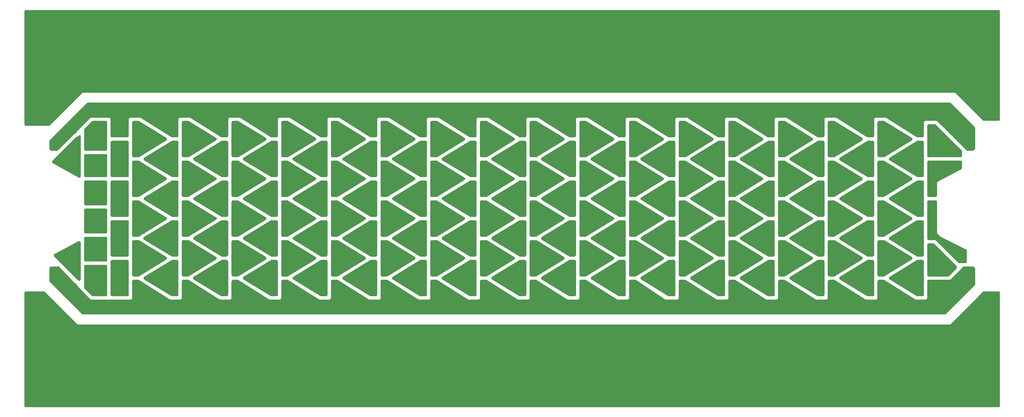
<source format=gbl>
%TF.GenerationSoftware,KiCad,Pcbnew,(5.1.9-0-10_14)*%
%TF.CreationDate,2022-11-18T02:47:43-05:00*%
%TF.ProjectId,5AhG3-18S,35416847-332d-4313-9853-2e6b69636164,rev?*%
%TF.SameCoordinates,Original*%
%TF.FileFunction,Copper,L2,Bot*%
%TF.FilePolarity,Positive*%
%FSLAX46Y46*%
G04 Gerber Fmt 4.6, Leading zero omitted, Abs format (unit mm)*
G04 Created by KiCad (PCBNEW (5.1.9-0-10_14)) date 2022-11-18 02:47:43*
%MOMM*%
%LPD*%
G01*
G04 APERTURE LIST*
%TA.AperFunction,Conductor*%
%ADD10C,1.000000*%
%TD*%
%TA.AperFunction,Conductor*%
%ADD11C,2.000000*%
%TD*%
%TA.AperFunction,Conductor*%
%ADD12C,0.254000*%
%TD*%
%TA.AperFunction,Conductor*%
%ADD13C,0.100000*%
%TD*%
%TA.AperFunction,NonConductor*%
%ADD14C,0.254000*%
%TD*%
%TA.AperFunction,NonConductor*%
%ADD15C,0.100000*%
%TD*%
G04 APERTURE END LIST*
%TO.P,R2,2*%
%TO.N,Net-(R2-Pad2)*%
%TA.AperFunction,SMDPad,CuDef*%
G36*
G01*
X90800000Y-115925000D02*
X90800000Y-118075000D01*
G75*
G02*
X90550000Y-118325000I-250000J0D01*
G01*
X89825000Y-118325000D01*
G75*
G02*
X89575000Y-118075000I0J250000D01*
G01*
X89575000Y-115925000D01*
G75*
G02*
X89825000Y-115675000I250000J0D01*
G01*
X90550000Y-115675000D01*
G75*
G02*
X90800000Y-115925000I0J-250000D01*
G01*
G37*
%TD.AperFunction*%
%TO.P,R2,1*%
%TO.N,Net-(R1-Pad2)*%
%TA.AperFunction,SMDPad,CuDef*%
G36*
G01*
X95425000Y-115925000D02*
X95425000Y-118075000D01*
G75*
G02*
X95175000Y-118325000I-250000J0D01*
G01*
X94450000Y-118325000D01*
G75*
G02*
X94200000Y-118075000I0J250000D01*
G01*
X94200000Y-115925000D01*
G75*
G02*
X94450000Y-115675000I250000J0D01*
G01*
X95175000Y-115675000D01*
G75*
G02*
X95425000Y-115925000I0J-250000D01*
G01*
G37*
%TD.AperFunction*%
%TD*%
%TO.P,R6,2*%
%TO.N,Net-(R6-Pad2)*%
%TA.AperFunction,SMDPad,CuDef*%
G36*
G01*
X93425000Y-145700000D02*
X95575000Y-145700000D01*
G75*
G02*
X95825000Y-145950000I0J-250000D01*
G01*
X95825000Y-146675000D01*
G75*
G02*
X95575000Y-146925000I-250000J0D01*
G01*
X93425000Y-146925000D01*
G75*
G02*
X93175000Y-146675000I0J250000D01*
G01*
X93175000Y-145950000D01*
G75*
G02*
X93425000Y-145700000I250000J0D01*
G01*
G37*
%TD.AperFunction*%
%TO.P,R6,1*%
%TO.N,Net-(R5-Pad2)*%
%TA.AperFunction,SMDPad,CuDef*%
G36*
G01*
X93425000Y-141075000D02*
X95575000Y-141075000D01*
G75*
G02*
X95825000Y-141325000I0J-250000D01*
G01*
X95825000Y-142050000D01*
G75*
G02*
X95575000Y-142300000I-250000J0D01*
G01*
X93425000Y-142300000D01*
G75*
G02*
X93175000Y-142050000I0J250000D01*
G01*
X93175000Y-141325000D01*
G75*
G02*
X93425000Y-141075000I250000J0D01*
G01*
G37*
%TD.AperFunction*%
%TD*%
%TO.P,R12,2*%
%TO.N,Net-(R12-Pad2)*%
%TA.AperFunction,SMDPad,CuDef*%
G36*
G01*
X108700000Y-125075000D02*
X108700000Y-122925000D01*
G75*
G02*
X108950000Y-122675000I250000J0D01*
G01*
X109675000Y-122675000D01*
G75*
G02*
X109925000Y-122925000I0J-250000D01*
G01*
X109925000Y-125075000D01*
G75*
G02*
X109675000Y-125325000I-250000J0D01*
G01*
X108950000Y-125325000D01*
G75*
G02*
X108700000Y-125075000I0J250000D01*
G01*
G37*
%TD.AperFunction*%
%TO.P,R12,1*%
%TO.N,Net-(R11-Pad2)*%
%TA.AperFunction,SMDPad,CuDef*%
G36*
G01*
X104075000Y-125075000D02*
X104075000Y-122925000D01*
G75*
G02*
X104325000Y-122675000I250000J0D01*
G01*
X105050000Y-122675000D01*
G75*
G02*
X105300000Y-122925000I0J-250000D01*
G01*
X105300000Y-125075000D01*
G75*
G02*
X105050000Y-125325000I-250000J0D01*
G01*
X104325000Y-125325000D01*
G75*
G02*
X104075000Y-125075000I0J250000D01*
G01*
G37*
%TD.AperFunction*%
%TD*%
%TO.P,R20,2*%
%TO.N,Net-(R20-Pad2)*%
%TA.AperFunction,SMDPad,CuDef*%
G36*
G01*
X120300000Y-116925000D02*
X120300000Y-119075000D01*
G75*
G02*
X120050000Y-119325000I-250000J0D01*
G01*
X119325000Y-119325000D01*
G75*
G02*
X119075000Y-119075000I0J250000D01*
G01*
X119075000Y-116925000D01*
G75*
G02*
X119325000Y-116675000I250000J0D01*
G01*
X120050000Y-116675000D01*
G75*
G02*
X120300000Y-116925000I0J-250000D01*
G01*
G37*
%TD.AperFunction*%
%TO.P,R20,1*%
%TO.N,Net-(R19-Pad2)*%
%TA.AperFunction,SMDPad,CuDef*%
G36*
G01*
X124925000Y-116925000D02*
X124925000Y-119075000D01*
G75*
G02*
X124675000Y-119325000I-250000J0D01*
G01*
X123950000Y-119325000D01*
G75*
G02*
X123700000Y-119075000I0J250000D01*
G01*
X123700000Y-116925000D01*
G75*
G02*
X123950000Y-116675000I250000J0D01*
G01*
X124675000Y-116675000D01*
G75*
G02*
X124925000Y-116925000I0J-250000D01*
G01*
G37*
%TD.AperFunction*%
%TD*%
%TO.P,R29,1*%
%TO.N,Net-(R28-Pad2)*%
%TA.AperFunction,SMDPad,CuDef*%
G36*
G01*
X139925000Y-116925000D02*
X139925000Y-119075000D01*
G75*
G02*
X139675000Y-119325000I-250000J0D01*
G01*
X138950000Y-119325000D01*
G75*
G02*
X138700000Y-119075000I0J250000D01*
G01*
X138700000Y-116925000D01*
G75*
G02*
X138950000Y-116675000I250000J0D01*
G01*
X139675000Y-116675000D01*
G75*
G02*
X139925000Y-116925000I0J-250000D01*
G01*
G37*
%TD.AperFunction*%
%TO.P,R29,2*%
%TO.N,Net-(R29-Pad2)*%
%TA.AperFunction,SMDPad,CuDef*%
G36*
G01*
X135300000Y-116925000D02*
X135300000Y-119075000D01*
G75*
G02*
X135050000Y-119325000I-250000J0D01*
G01*
X134325000Y-119325000D01*
G75*
G02*
X134075000Y-119075000I0J250000D01*
G01*
X134075000Y-116925000D01*
G75*
G02*
X134325000Y-116675000I250000J0D01*
G01*
X135050000Y-116675000D01*
G75*
G02*
X135300000Y-116925000I0J-250000D01*
G01*
G37*
%TD.AperFunction*%
%TD*%
%TO.P,R40,2*%
%TO.N,Net-(R40-Pad2)*%
%TA.AperFunction,SMDPad,CuDef*%
G36*
G01*
X150300000Y-128925000D02*
X150300000Y-131075000D01*
G75*
G02*
X150050000Y-131325000I-250000J0D01*
G01*
X149325000Y-131325000D01*
G75*
G02*
X149075000Y-131075000I0J250000D01*
G01*
X149075000Y-128925000D01*
G75*
G02*
X149325000Y-128675000I250000J0D01*
G01*
X150050000Y-128675000D01*
G75*
G02*
X150300000Y-128925000I0J-250000D01*
G01*
G37*
%TD.AperFunction*%
%TO.P,R40,1*%
%TO.N,Net-(R39-Pad2)*%
%TA.AperFunction,SMDPad,CuDef*%
G36*
G01*
X154925000Y-128925000D02*
X154925000Y-131075000D01*
G75*
G02*
X154675000Y-131325000I-250000J0D01*
G01*
X153950000Y-131325000D01*
G75*
G02*
X153700000Y-131075000I0J250000D01*
G01*
X153700000Y-128925000D01*
G75*
G02*
X153950000Y-128675000I250000J0D01*
G01*
X154675000Y-128675000D01*
G75*
G02*
X154925000Y-128925000I0J-250000D01*
G01*
G37*
%TD.AperFunction*%
%TD*%
%TO.P,R53,1*%
%TO.N,Net-(R52-Pad2)*%
%TA.AperFunction,SMDPad,CuDef*%
G36*
G01*
X169925000Y-152925000D02*
X169925000Y-155075000D01*
G75*
G02*
X169675000Y-155325000I-250000J0D01*
G01*
X168950000Y-155325000D01*
G75*
G02*
X168700000Y-155075000I0J250000D01*
G01*
X168700000Y-152925000D01*
G75*
G02*
X168950000Y-152675000I250000J0D01*
G01*
X169675000Y-152675000D01*
G75*
G02*
X169925000Y-152925000I0J-250000D01*
G01*
G37*
%TD.AperFunction*%
%TO.P,R53,2*%
%TO.N,Net-(R53-Pad2)*%
%TA.AperFunction,SMDPad,CuDef*%
G36*
G01*
X165300000Y-152925000D02*
X165300000Y-155075000D01*
G75*
G02*
X165050000Y-155325000I-250000J0D01*
G01*
X164325000Y-155325000D01*
G75*
G02*
X164075000Y-155075000I0J250000D01*
G01*
X164075000Y-152925000D01*
G75*
G02*
X164325000Y-152675000I250000J0D01*
G01*
X165050000Y-152675000D01*
G75*
G02*
X165300000Y-152925000I0J-250000D01*
G01*
G37*
%TD.AperFunction*%
%TD*%
%TO.P,R67,1*%
%TO.N,Net-(R66-Pad2)*%
%TA.AperFunction,SMDPad,CuDef*%
G36*
G01*
X199925000Y-128925000D02*
X199925000Y-131075000D01*
G75*
G02*
X199675000Y-131325000I-250000J0D01*
G01*
X198950000Y-131325000D01*
G75*
G02*
X198700000Y-131075000I0J250000D01*
G01*
X198700000Y-128925000D01*
G75*
G02*
X198950000Y-128675000I250000J0D01*
G01*
X199675000Y-128675000D01*
G75*
G02*
X199925000Y-128925000I0J-250000D01*
G01*
G37*
%TD.AperFunction*%
%TO.P,R67,2*%
%TO.N,Net-(R67-Pad2)*%
%TA.AperFunction,SMDPad,CuDef*%
G36*
G01*
X195300000Y-128925000D02*
X195300000Y-131075000D01*
G75*
G02*
X195050000Y-131325000I-250000J0D01*
G01*
X194325000Y-131325000D01*
G75*
G02*
X194075000Y-131075000I0J250000D01*
G01*
X194075000Y-128925000D01*
G75*
G02*
X194325000Y-128675000I250000J0D01*
G01*
X195050000Y-128675000D01*
G75*
G02*
X195300000Y-128925000I0J-250000D01*
G01*
G37*
%TD.AperFunction*%
%TD*%
%TO.P,R95,1*%
%TO.N,Net-(R94-Pad2)*%
%TA.AperFunction,SMDPad,CuDef*%
G36*
G01*
X239075000Y-137075000D02*
X239075000Y-134925000D01*
G75*
G02*
X239325000Y-134675000I250000J0D01*
G01*
X240050000Y-134675000D01*
G75*
G02*
X240300000Y-134925000I0J-250000D01*
G01*
X240300000Y-137075000D01*
G75*
G02*
X240050000Y-137325000I-250000J0D01*
G01*
X239325000Y-137325000D01*
G75*
G02*
X239075000Y-137075000I0J250000D01*
G01*
G37*
%TD.AperFunction*%
%TO.P,R95,2*%
%TO.N,Net-(R95-Pad2)*%
%TA.AperFunction,SMDPad,CuDef*%
G36*
G01*
X243700000Y-137075000D02*
X243700000Y-134925000D01*
G75*
G02*
X243950000Y-134675000I250000J0D01*
G01*
X244675000Y-134675000D01*
G75*
G02*
X244925000Y-134925000I0J-250000D01*
G01*
X244925000Y-137075000D01*
G75*
G02*
X244675000Y-137325000I-250000J0D01*
G01*
X243950000Y-137325000D01*
G75*
G02*
X243700000Y-137075000I0J250000D01*
G01*
G37*
%TD.AperFunction*%
%TD*%
%TO.P,R109,1*%
%TO.N,/HVDC_POS*%
%TA.AperFunction,SMDPad,CuDef*%
G36*
G01*
X269075000Y-113075000D02*
X269075000Y-110925000D01*
G75*
G02*
X269325000Y-110675000I250000J0D01*
G01*
X270050000Y-110675000D01*
G75*
G02*
X270300000Y-110925000I0J-250000D01*
G01*
X270300000Y-113075000D01*
G75*
G02*
X270050000Y-113325000I-250000J0D01*
G01*
X269325000Y-113325000D01*
G75*
G02*
X269075000Y-113075000I0J250000D01*
G01*
G37*
%TD.AperFunction*%
%TO.P,R109,2*%
%TO.N,Net-(R109-Pad2)*%
%TA.AperFunction,SMDPad,CuDef*%
G36*
G01*
X273700000Y-113075000D02*
X273700000Y-110925000D01*
G75*
G02*
X273950000Y-110675000I250000J0D01*
G01*
X274675000Y-110675000D01*
G75*
G02*
X274925000Y-110925000I0J-250000D01*
G01*
X274925000Y-113075000D01*
G75*
G02*
X274675000Y-113325000I-250000J0D01*
G01*
X273950000Y-113325000D01*
G75*
G02*
X273700000Y-113075000I0J250000D01*
G01*
G37*
%TD.AperFunction*%
%TD*%
%TO.P,R123,1*%
%TO.N,Net-(R122-Pad2)*%
%TA.AperFunction,SMDPad,CuDef*%
G36*
G01*
X289925000Y-140925000D02*
X289925000Y-143075000D01*
G75*
G02*
X289675000Y-143325000I-250000J0D01*
G01*
X288950000Y-143325000D01*
G75*
G02*
X288700000Y-143075000I0J250000D01*
G01*
X288700000Y-140925000D01*
G75*
G02*
X288950000Y-140675000I250000J0D01*
G01*
X289675000Y-140675000D01*
G75*
G02*
X289925000Y-140925000I0J-250000D01*
G01*
G37*
%TD.AperFunction*%
%TO.P,R123,2*%
%TO.N,Net-(R123-Pad2)*%
%TA.AperFunction,SMDPad,CuDef*%
G36*
G01*
X285300000Y-140925000D02*
X285300000Y-143075000D01*
G75*
G02*
X285050000Y-143325000I-250000J0D01*
G01*
X284325000Y-143325000D01*
G75*
G02*
X284075000Y-143075000I0J250000D01*
G01*
X284075000Y-140925000D01*
G75*
G02*
X284325000Y-140675000I250000J0D01*
G01*
X285050000Y-140675000D01*
G75*
G02*
X285300000Y-140925000I0J-250000D01*
G01*
G37*
%TD.AperFunction*%
%TD*%
%TO.P,R137,1*%
%TO.N,Net-(R136-Pad2)*%
%TA.AperFunction,SMDPad,CuDef*%
G36*
G01*
X319925000Y-116925000D02*
X319925000Y-119075000D01*
G75*
G02*
X319675000Y-119325000I-250000J0D01*
G01*
X318950000Y-119325000D01*
G75*
G02*
X318700000Y-119075000I0J250000D01*
G01*
X318700000Y-116925000D01*
G75*
G02*
X318950000Y-116675000I250000J0D01*
G01*
X319675000Y-116675000D01*
G75*
G02*
X319925000Y-116925000I0J-250000D01*
G01*
G37*
%TD.AperFunction*%
%TO.P,R137,2*%
%TO.N,Net-(R137-Pad2)*%
%TA.AperFunction,SMDPad,CuDef*%
G36*
G01*
X315300000Y-116925000D02*
X315300000Y-119075000D01*
G75*
G02*
X315050000Y-119325000I-250000J0D01*
G01*
X314325000Y-119325000D01*
G75*
G02*
X314075000Y-119075000I0J250000D01*
G01*
X314075000Y-116925000D01*
G75*
G02*
X314325000Y-116675000I250000J0D01*
G01*
X315050000Y-116675000D01*
G75*
G02*
X315300000Y-116925000I0J-250000D01*
G01*
G37*
%TD.AperFunction*%
%TD*%
%TO.P,R150,2*%
%TO.N,Net-(R150-Pad2)*%
%TA.AperFunction,SMDPad,CuDef*%
G36*
G01*
X330300000Y-140925000D02*
X330300000Y-143075000D01*
G75*
G02*
X330050000Y-143325000I-250000J0D01*
G01*
X329325000Y-143325000D01*
G75*
G02*
X329075000Y-143075000I0J250000D01*
G01*
X329075000Y-140925000D01*
G75*
G02*
X329325000Y-140675000I250000J0D01*
G01*
X330050000Y-140675000D01*
G75*
G02*
X330300000Y-140925000I0J-250000D01*
G01*
G37*
%TD.AperFunction*%
%TO.P,R150,1*%
%TO.N,Net-(R149-Pad2)*%
%TA.AperFunction,SMDPad,CuDef*%
G36*
G01*
X334925000Y-140925000D02*
X334925000Y-143075000D01*
G75*
G02*
X334675000Y-143325000I-250000J0D01*
G01*
X333950000Y-143325000D01*
G75*
G02*
X333700000Y-143075000I0J250000D01*
G01*
X333700000Y-140925000D01*
G75*
G02*
X333950000Y-140675000I250000J0D01*
G01*
X334675000Y-140675000D01*
G75*
G02*
X334925000Y-140925000I0J-250000D01*
G01*
G37*
%TD.AperFunction*%
%TD*%
%TO.P,R162,2*%
%TO.N,/HVDC_NEG*%
%TA.AperFunction,SMDPad,CuDef*%
G36*
G01*
X348700000Y-161075000D02*
X348700000Y-158925000D01*
G75*
G02*
X348950000Y-158675000I250000J0D01*
G01*
X349675000Y-158675000D01*
G75*
G02*
X349925000Y-158925000I0J-250000D01*
G01*
X349925000Y-161075000D01*
G75*
G02*
X349675000Y-161325000I-250000J0D01*
G01*
X348950000Y-161325000D01*
G75*
G02*
X348700000Y-161075000I0J250000D01*
G01*
G37*
%TD.AperFunction*%
%TO.P,R162,1*%
%TO.N,Net-(R161-Pad2)*%
%TA.AperFunction,SMDPad,CuDef*%
G36*
G01*
X344075000Y-161075000D02*
X344075000Y-158925000D01*
G75*
G02*
X344325000Y-158675000I250000J0D01*
G01*
X345050000Y-158675000D01*
G75*
G02*
X345300000Y-158925000I0J-250000D01*
G01*
X345300000Y-161075000D01*
G75*
G02*
X345050000Y-161325000I-250000J0D01*
G01*
X344325000Y-161325000D01*
G75*
G02*
X344075000Y-161075000I0J250000D01*
G01*
G37*
%TD.AperFunction*%
%TD*%
%TO.P,R1,1*%
%TO.N,/HVDC_POS*%
%TA.AperFunction,SMDPad,CuDef*%
G36*
G01*
X89575000Y-113075000D02*
X89575000Y-110925000D01*
G75*
G02*
X89825000Y-110675000I250000J0D01*
G01*
X90550000Y-110675000D01*
G75*
G02*
X90800000Y-110925000I0J-250000D01*
G01*
X90800000Y-113075000D01*
G75*
G02*
X90550000Y-113325000I-250000J0D01*
G01*
X89825000Y-113325000D01*
G75*
G02*
X89575000Y-113075000I0J250000D01*
G01*
G37*
%TD.AperFunction*%
%TO.P,R1,2*%
%TO.N,Net-(R1-Pad2)*%
%TA.AperFunction,SMDPad,CuDef*%
G36*
G01*
X94200000Y-113075000D02*
X94200000Y-110925000D01*
G75*
G02*
X94450000Y-110675000I250000J0D01*
G01*
X95175000Y-110675000D01*
G75*
G02*
X95425000Y-110925000I0J-250000D01*
G01*
X95425000Y-113075000D01*
G75*
G02*
X95175000Y-113325000I-250000J0D01*
G01*
X94450000Y-113325000D01*
G75*
G02*
X94200000Y-113075000I0J250000D01*
G01*
G37*
%TD.AperFunction*%
%TD*%
%TO.P,R3,1*%
%TO.N,Net-(R2-Pad2)*%
%TA.AperFunction,SMDPad,CuDef*%
G36*
G01*
X89575000Y-123075000D02*
X89575000Y-120925000D01*
G75*
G02*
X89825000Y-120675000I250000J0D01*
G01*
X90550000Y-120675000D01*
G75*
G02*
X90800000Y-120925000I0J-250000D01*
G01*
X90800000Y-123075000D01*
G75*
G02*
X90550000Y-123325000I-250000J0D01*
G01*
X89825000Y-123325000D01*
G75*
G02*
X89575000Y-123075000I0J250000D01*
G01*
G37*
%TD.AperFunction*%
%TO.P,R3,2*%
%TO.N,Net-(R3-Pad2)*%
%TA.AperFunction,SMDPad,CuDef*%
G36*
G01*
X94200000Y-123075000D02*
X94200000Y-120925000D01*
G75*
G02*
X94450000Y-120675000I250000J0D01*
G01*
X95175000Y-120675000D01*
G75*
G02*
X95425000Y-120925000I0J-250000D01*
G01*
X95425000Y-123075000D01*
G75*
G02*
X95175000Y-123325000I-250000J0D01*
G01*
X94450000Y-123325000D01*
G75*
G02*
X94200000Y-123075000I0J250000D01*
G01*
G37*
%TD.AperFunction*%
%TD*%
%TO.P,R4,2*%
%TO.N,Net-(R4-Pad2)*%
%TA.AperFunction,SMDPad,CuDef*%
G36*
G01*
X93425000Y-129700000D02*
X95575000Y-129700000D01*
G75*
G02*
X95825000Y-129950000I0J-250000D01*
G01*
X95825000Y-130675000D01*
G75*
G02*
X95575000Y-130925000I-250000J0D01*
G01*
X93425000Y-130925000D01*
G75*
G02*
X93175000Y-130675000I0J250000D01*
G01*
X93175000Y-129950000D01*
G75*
G02*
X93425000Y-129700000I250000J0D01*
G01*
G37*
%TD.AperFunction*%
%TO.P,R4,1*%
%TO.N,Net-(R3-Pad2)*%
%TA.AperFunction,SMDPad,CuDef*%
G36*
G01*
X93425000Y-125075000D02*
X95575000Y-125075000D01*
G75*
G02*
X95825000Y-125325000I0J-250000D01*
G01*
X95825000Y-126050000D01*
G75*
G02*
X95575000Y-126300000I-250000J0D01*
G01*
X93425000Y-126300000D01*
G75*
G02*
X93175000Y-126050000I0J250000D01*
G01*
X93175000Y-125325000D01*
G75*
G02*
X93425000Y-125075000I250000J0D01*
G01*
G37*
%TD.AperFunction*%
%TD*%
%TO.P,R5,1*%
%TO.N,Net-(R4-Pad2)*%
%TA.AperFunction,SMDPad,CuDef*%
G36*
G01*
X93425000Y-133075000D02*
X95575000Y-133075000D01*
G75*
G02*
X95825000Y-133325000I0J-250000D01*
G01*
X95825000Y-134050000D01*
G75*
G02*
X95575000Y-134300000I-250000J0D01*
G01*
X93425000Y-134300000D01*
G75*
G02*
X93175000Y-134050000I0J250000D01*
G01*
X93175000Y-133325000D01*
G75*
G02*
X93425000Y-133075000I250000J0D01*
G01*
G37*
%TD.AperFunction*%
%TO.P,R5,2*%
%TO.N,Net-(R5-Pad2)*%
%TA.AperFunction,SMDPad,CuDef*%
G36*
G01*
X93425000Y-137700000D02*
X95575000Y-137700000D01*
G75*
G02*
X95825000Y-137950000I0J-250000D01*
G01*
X95825000Y-138675000D01*
G75*
G02*
X95575000Y-138925000I-250000J0D01*
G01*
X93425000Y-138925000D01*
G75*
G02*
X93175000Y-138675000I0J250000D01*
G01*
X93175000Y-137950000D01*
G75*
G02*
X93425000Y-137700000I250000J0D01*
G01*
G37*
%TD.AperFunction*%
%TD*%
%TO.P,R7,1*%
%TO.N,Net-(R6-Pad2)*%
%TA.AperFunction,SMDPad,CuDef*%
G36*
G01*
X95425000Y-148925000D02*
X95425000Y-151075000D01*
G75*
G02*
X95175000Y-151325000I-250000J0D01*
G01*
X94450000Y-151325000D01*
G75*
G02*
X94200000Y-151075000I0J250000D01*
G01*
X94200000Y-148925000D01*
G75*
G02*
X94450000Y-148675000I250000J0D01*
G01*
X95175000Y-148675000D01*
G75*
G02*
X95425000Y-148925000I0J-250000D01*
G01*
G37*
%TD.AperFunction*%
%TO.P,R7,2*%
%TO.N,Net-(R7-Pad2)*%
%TA.AperFunction,SMDPad,CuDef*%
G36*
G01*
X90800000Y-148925000D02*
X90800000Y-151075000D01*
G75*
G02*
X90550000Y-151325000I-250000J0D01*
G01*
X89825000Y-151325000D01*
G75*
G02*
X89575000Y-151075000I0J250000D01*
G01*
X89575000Y-148925000D01*
G75*
G02*
X89825000Y-148675000I250000J0D01*
G01*
X90550000Y-148675000D01*
G75*
G02*
X90800000Y-148925000I0J-250000D01*
G01*
G37*
%TD.AperFunction*%
%TD*%
%TO.P,R8,2*%
%TO.N,Net-(R8-Pad2)*%
%TA.AperFunction,SMDPad,CuDef*%
G36*
G01*
X94200000Y-156075000D02*
X94200000Y-153925000D01*
G75*
G02*
X94450000Y-153675000I250000J0D01*
G01*
X95175000Y-153675000D01*
G75*
G02*
X95425000Y-153925000I0J-250000D01*
G01*
X95425000Y-156075000D01*
G75*
G02*
X95175000Y-156325000I-250000J0D01*
G01*
X94450000Y-156325000D01*
G75*
G02*
X94200000Y-156075000I0J250000D01*
G01*
G37*
%TD.AperFunction*%
%TO.P,R8,1*%
%TO.N,Net-(R7-Pad2)*%
%TA.AperFunction,SMDPad,CuDef*%
G36*
G01*
X89575000Y-156075000D02*
X89575000Y-153925000D01*
G75*
G02*
X89825000Y-153675000I250000J0D01*
G01*
X90550000Y-153675000D01*
G75*
G02*
X90800000Y-153925000I0J-250000D01*
G01*
X90800000Y-156075000D01*
G75*
G02*
X90550000Y-156325000I-250000J0D01*
G01*
X89825000Y-156325000D01*
G75*
G02*
X89575000Y-156075000I0J250000D01*
G01*
G37*
%TD.AperFunction*%
%TD*%
%TO.P,R9,1*%
%TO.N,Net-(R8-Pad2)*%
%TA.AperFunction,SMDPad,CuDef*%
G36*
G01*
X95425000Y-158925000D02*
X95425000Y-161075000D01*
G75*
G02*
X95175000Y-161325000I-250000J0D01*
G01*
X94450000Y-161325000D01*
G75*
G02*
X94200000Y-161075000I0J250000D01*
G01*
X94200000Y-158925000D01*
G75*
G02*
X94450000Y-158675000I250000J0D01*
G01*
X95175000Y-158675000D01*
G75*
G02*
X95425000Y-158925000I0J-250000D01*
G01*
G37*
%TD.AperFunction*%
%TO.P,R9,2*%
%TO.N,/HVDC_NEG*%
%TA.AperFunction,SMDPad,CuDef*%
G36*
G01*
X90800000Y-158925000D02*
X90800000Y-161075000D01*
G75*
G02*
X90550000Y-161325000I-250000J0D01*
G01*
X89825000Y-161325000D01*
G75*
G02*
X89575000Y-161075000I0J250000D01*
G01*
X89575000Y-158925000D01*
G75*
G02*
X89825000Y-158675000I250000J0D01*
G01*
X90550000Y-158675000D01*
G75*
G02*
X90800000Y-158925000I0J-250000D01*
G01*
G37*
%TD.AperFunction*%
%TD*%
%TO.P,R10,2*%
%TO.N,Net-(R10-Pad2)*%
%TA.AperFunction,SMDPad,CuDef*%
G36*
G01*
X108700000Y-113075000D02*
X108700000Y-110925000D01*
G75*
G02*
X108950000Y-110675000I250000J0D01*
G01*
X109675000Y-110675000D01*
G75*
G02*
X109925000Y-110925000I0J-250000D01*
G01*
X109925000Y-113075000D01*
G75*
G02*
X109675000Y-113325000I-250000J0D01*
G01*
X108950000Y-113325000D01*
G75*
G02*
X108700000Y-113075000I0J250000D01*
G01*
G37*
%TD.AperFunction*%
%TO.P,R10,1*%
%TO.N,/HVDC_POS*%
%TA.AperFunction,SMDPad,CuDef*%
G36*
G01*
X104075000Y-113075000D02*
X104075000Y-110925000D01*
G75*
G02*
X104325000Y-110675000I250000J0D01*
G01*
X105050000Y-110675000D01*
G75*
G02*
X105300000Y-110925000I0J-250000D01*
G01*
X105300000Y-113075000D01*
G75*
G02*
X105050000Y-113325000I-250000J0D01*
G01*
X104325000Y-113325000D01*
G75*
G02*
X104075000Y-113075000I0J250000D01*
G01*
G37*
%TD.AperFunction*%
%TD*%
%TO.P,R11,1*%
%TO.N,Net-(R10-Pad2)*%
%TA.AperFunction,SMDPad,CuDef*%
G36*
G01*
X109925000Y-116925000D02*
X109925000Y-119075000D01*
G75*
G02*
X109675000Y-119325000I-250000J0D01*
G01*
X108950000Y-119325000D01*
G75*
G02*
X108700000Y-119075000I0J250000D01*
G01*
X108700000Y-116925000D01*
G75*
G02*
X108950000Y-116675000I250000J0D01*
G01*
X109675000Y-116675000D01*
G75*
G02*
X109925000Y-116925000I0J-250000D01*
G01*
G37*
%TD.AperFunction*%
%TO.P,R11,2*%
%TO.N,Net-(R11-Pad2)*%
%TA.AperFunction,SMDPad,CuDef*%
G36*
G01*
X105300000Y-116925000D02*
X105300000Y-119075000D01*
G75*
G02*
X105050000Y-119325000I-250000J0D01*
G01*
X104325000Y-119325000D01*
G75*
G02*
X104075000Y-119075000I0J250000D01*
G01*
X104075000Y-116925000D01*
G75*
G02*
X104325000Y-116675000I250000J0D01*
G01*
X105050000Y-116675000D01*
G75*
G02*
X105300000Y-116925000I0J-250000D01*
G01*
G37*
%TD.AperFunction*%
%TD*%
%TO.P,R13,1*%
%TO.N,Net-(R12-Pad2)*%
%TA.AperFunction,SMDPad,CuDef*%
G36*
G01*
X109925000Y-128925000D02*
X109925000Y-131075000D01*
G75*
G02*
X109675000Y-131325000I-250000J0D01*
G01*
X108950000Y-131325000D01*
G75*
G02*
X108700000Y-131075000I0J250000D01*
G01*
X108700000Y-128925000D01*
G75*
G02*
X108950000Y-128675000I250000J0D01*
G01*
X109675000Y-128675000D01*
G75*
G02*
X109925000Y-128925000I0J-250000D01*
G01*
G37*
%TD.AperFunction*%
%TO.P,R13,2*%
%TO.N,Net-(R13-Pad2)*%
%TA.AperFunction,SMDPad,CuDef*%
G36*
G01*
X105300000Y-128925000D02*
X105300000Y-131075000D01*
G75*
G02*
X105050000Y-131325000I-250000J0D01*
G01*
X104325000Y-131325000D01*
G75*
G02*
X104075000Y-131075000I0J250000D01*
G01*
X104075000Y-128925000D01*
G75*
G02*
X104325000Y-128675000I250000J0D01*
G01*
X105050000Y-128675000D01*
G75*
G02*
X105300000Y-128925000I0J-250000D01*
G01*
G37*
%TD.AperFunction*%
%TD*%
%TO.P,R14,2*%
%TO.N,Net-(R14-Pad2)*%
%TA.AperFunction,SMDPad,CuDef*%
G36*
G01*
X108700000Y-137075000D02*
X108700000Y-134925000D01*
G75*
G02*
X108950000Y-134675000I250000J0D01*
G01*
X109675000Y-134675000D01*
G75*
G02*
X109925000Y-134925000I0J-250000D01*
G01*
X109925000Y-137075000D01*
G75*
G02*
X109675000Y-137325000I-250000J0D01*
G01*
X108950000Y-137325000D01*
G75*
G02*
X108700000Y-137075000I0J250000D01*
G01*
G37*
%TD.AperFunction*%
%TO.P,R14,1*%
%TO.N,Net-(R13-Pad2)*%
%TA.AperFunction,SMDPad,CuDef*%
G36*
G01*
X104075000Y-137075000D02*
X104075000Y-134925000D01*
G75*
G02*
X104325000Y-134675000I250000J0D01*
G01*
X105050000Y-134675000D01*
G75*
G02*
X105300000Y-134925000I0J-250000D01*
G01*
X105300000Y-137075000D01*
G75*
G02*
X105050000Y-137325000I-250000J0D01*
G01*
X104325000Y-137325000D01*
G75*
G02*
X104075000Y-137075000I0J250000D01*
G01*
G37*
%TD.AperFunction*%
%TD*%
%TO.P,R15,1*%
%TO.N,Net-(R14-Pad2)*%
%TA.AperFunction,SMDPad,CuDef*%
G36*
G01*
X109925000Y-140925000D02*
X109925000Y-143075000D01*
G75*
G02*
X109675000Y-143325000I-250000J0D01*
G01*
X108950000Y-143325000D01*
G75*
G02*
X108700000Y-143075000I0J250000D01*
G01*
X108700000Y-140925000D01*
G75*
G02*
X108950000Y-140675000I250000J0D01*
G01*
X109675000Y-140675000D01*
G75*
G02*
X109925000Y-140925000I0J-250000D01*
G01*
G37*
%TD.AperFunction*%
%TO.P,R15,2*%
%TO.N,Net-(R15-Pad2)*%
%TA.AperFunction,SMDPad,CuDef*%
G36*
G01*
X105300000Y-140925000D02*
X105300000Y-143075000D01*
G75*
G02*
X105050000Y-143325000I-250000J0D01*
G01*
X104325000Y-143325000D01*
G75*
G02*
X104075000Y-143075000I0J250000D01*
G01*
X104075000Y-140925000D01*
G75*
G02*
X104325000Y-140675000I250000J0D01*
G01*
X105050000Y-140675000D01*
G75*
G02*
X105300000Y-140925000I0J-250000D01*
G01*
G37*
%TD.AperFunction*%
%TD*%
%TO.P,R16,2*%
%TO.N,Net-(R16-Pad2)*%
%TA.AperFunction,SMDPad,CuDef*%
G36*
G01*
X108700000Y-149075000D02*
X108700000Y-146925000D01*
G75*
G02*
X108950000Y-146675000I250000J0D01*
G01*
X109675000Y-146675000D01*
G75*
G02*
X109925000Y-146925000I0J-250000D01*
G01*
X109925000Y-149075000D01*
G75*
G02*
X109675000Y-149325000I-250000J0D01*
G01*
X108950000Y-149325000D01*
G75*
G02*
X108700000Y-149075000I0J250000D01*
G01*
G37*
%TD.AperFunction*%
%TO.P,R16,1*%
%TO.N,Net-(R15-Pad2)*%
%TA.AperFunction,SMDPad,CuDef*%
G36*
G01*
X104075000Y-149075000D02*
X104075000Y-146925000D01*
G75*
G02*
X104325000Y-146675000I250000J0D01*
G01*
X105050000Y-146675000D01*
G75*
G02*
X105300000Y-146925000I0J-250000D01*
G01*
X105300000Y-149075000D01*
G75*
G02*
X105050000Y-149325000I-250000J0D01*
G01*
X104325000Y-149325000D01*
G75*
G02*
X104075000Y-149075000I0J250000D01*
G01*
G37*
%TD.AperFunction*%
%TD*%
%TO.P,R17,1*%
%TO.N,Net-(R16-Pad2)*%
%TA.AperFunction,SMDPad,CuDef*%
G36*
G01*
X109925000Y-152925000D02*
X109925000Y-155075000D01*
G75*
G02*
X109675000Y-155325000I-250000J0D01*
G01*
X108950000Y-155325000D01*
G75*
G02*
X108700000Y-155075000I0J250000D01*
G01*
X108700000Y-152925000D01*
G75*
G02*
X108950000Y-152675000I250000J0D01*
G01*
X109675000Y-152675000D01*
G75*
G02*
X109925000Y-152925000I0J-250000D01*
G01*
G37*
%TD.AperFunction*%
%TO.P,R17,2*%
%TO.N,Net-(R17-Pad2)*%
%TA.AperFunction,SMDPad,CuDef*%
G36*
G01*
X105300000Y-152925000D02*
X105300000Y-155075000D01*
G75*
G02*
X105050000Y-155325000I-250000J0D01*
G01*
X104325000Y-155325000D01*
G75*
G02*
X104075000Y-155075000I0J250000D01*
G01*
X104075000Y-152925000D01*
G75*
G02*
X104325000Y-152675000I250000J0D01*
G01*
X105050000Y-152675000D01*
G75*
G02*
X105300000Y-152925000I0J-250000D01*
G01*
G37*
%TD.AperFunction*%
%TD*%
%TO.P,R18,2*%
%TO.N,/HVDC_NEG*%
%TA.AperFunction,SMDPad,CuDef*%
G36*
G01*
X108700000Y-161075000D02*
X108700000Y-158925000D01*
G75*
G02*
X108950000Y-158675000I250000J0D01*
G01*
X109675000Y-158675000D01*
G75*
G02*
X109925000Y-158925000I0J-250000D01*
G01*
X109925000Y-161075000D01*
G75*
G02*
X109675000Y-161325000I-250000J0D01*
G01*
X108950000Y-161325000D01*
G75*
G02*
X108700000Y-161075000I0J250000D01*
G01*
G37*
%TD.AperFunction*%
%TO.P,R18,1*%
%TO.N,Net-(R17-Pad2)*%
%TA.AperFunction,SMDPad,CuDef*%
G36*
G01*
X104075000Y-161075000D02*
X104075000Y-158925000D01*
G75*
G02*
X104325000Y-158675000I250000J0D01*
G01*
X105050000Y-158675000D01*
G75*
G02*
X105300000Y-158925000I0J-250000D01*
G01*
X105300000Y-161075000D01*
G75*
G02*
X105050000Y-161325000I-250000J0D01*
G01*
X104325000Y-161325000D01*
G75*
G02*
X104075000Y-161075000I0J250000D01*
G01*
G37*
%TD.AperFunction*%
%TD*%
%TO.P,R19,1*%
%TO.N,/HVDC_POS*%
%TA.AperFunction,SMDPad,CuDef*%
G36*
G01*
X119075000Y-113075000D02*
X119075000Y-110925000D01*
G75*
G02*
X119325000Y-110675000I250000J0D01*
G01*
X120050000Y-110675000D01*
G75*
G02*
X120300000Y-110925000I0J-250000D01*
G01*
X120300000Y-113075000D01*
G75*
G02*
X120050000Y-113325000I-250000J0D01*
G01*
X119325000Y-113325000D01*
G75*
G02*
X119075000Y-113075000I0J250000D01*
G01*
G37*
%TD.AperFunction*%
%TO.P,R19,2*%
%TO.N,Net-(R19-Pad2)*%
%TA.AperFunction,SMDPad,CuDef*%
G36*
G01*
X123700000Y-113075000D02*
X123700000Y-110925000D01*
G75*
G02*
X123950000Y-110675000I250000J0D01*
G01*
X124675000Y-110675000D01*
G75*
G02*
X124925000Y-110925000I0J-250000D01*
G01*
X124925000Y-113075000D01*
G75*
G02*
X124675000Y-113325000I-250000J0D01*
G01*
X123950000Y-113325000D01*
G75*
G02*
X123700000Y-113075000I0J250000D01*
G01*
G37*
%TD.AperFunction*%
%TD*%
%TO.P,R21,1*%
%TO.N,Net-(R20-Pad2)*%
%TA.AperFunction,SMDPad,CuDef*%
G36*
G01*
X119075000Y-125075000D02*
X119075000Y-122925000D01*
G75*
G02*
X119325000Y-122675000I250000J0D01*
G01*
X120050000Y-122675000D01*
G75*
G02*
X120300000Y-122925000I0J-250000D01*
G01*
X120300000Y-125075000D01*
G75*
G02*
X120050000Y-125325000I-250000J0D01*
G01*
X119325000Y-125325000D01*
G75*
G02*
X119075000Y-125075000I0J250000D01*
G01*
G37*
%TD.AperFunction*%
%TO.P,R21,2*%
%TO.N,Net-(R21-Pad2)*%
%TA.AperFunction,SMDPad,CuDef*%
G36*
G01*
X123700000Y-125075000D02*
X123700000Y-122925000D01*
G75*
G02*
X123950000Y-122675000I250000J0D01*
G01*
X124675000Y-122675000D01*
G75*
G02*
X124925000Y-122925000I0J-250000D01*
G01*
X124925000Y-125075000D01*
G75*
G02*
X124675000Y-125325000I-250000J0D01*
G01*
X123950000Y-125325000D01*
G75*
G02*
X123700000Y-125075000I0J250000D01*
G01*
G37*
%TD.AperFunction*%
%TD*%
%TO.P,R22,2*%
%TO.N,Net-(R22-Pad2)*%
%TA.AperFunction,SMDPad,CuDef*%
G36*
G01*
X120300000Y-128925000D02*
X120300000Y-131075000D01*
G75*
G02*
X120050000Y-131325000I-250000J0D01*
G01*
X119325000Y-131325000D01*
G75*
G02*
X119075000Y-131075000I0J250000D01*
G01*
X119075000Y-128925000D01*
G75*
G02*
X119325000Y-128675000I250000J0D01*
G01*
X120050000Y-128675000D01*
G75*
G02*
X120300000Y-128925000I0J-250000D01*
G01*
G37*
%TD.AperFunction*%
%TO.P,R22,1*%
%TO.N,Net-(R21-Pad2)*%
%TA.AperFunction,SMDPad,CuDef*%
G36*
G01*
X124925000Y-128925000D02*
X124925000Y-131075000D01*
G75*
G02*
X124675000Y-131325000I-250000J0D01*
G01*
X123950000Y-131325000D01*
G75*
G02*
X123700000Y-131075000I0J250000D01*
G01*
X123700000Y-128925000D01*
G75*
G02*
X123950000Y-128675000I250000J0D01*
G01*
X124675000Y-128675000D01*
G75*
G02*
X124925000Y-128925000I0J-250000D01*
G01*
G37*
%TD.AperFunction*%
%TD*%
%TO.P,R23,1*%
%TO.N,Net-(R22-Pad2)*%
%TA.AperFunction,SMDPad,CuDef*%
G36*
G01*
X119075000Y-137075000D02*
X119075000Y-134925000D01*
G75*
G02*
X119325000Y-134675000I250000J0D01*
G01*
X120050000Y-134675000D01*
G75*
G02*
X120300000Y-134925000I0J-250000D01*
G01*
X120300000Y-137075000D01*
G75*
G02*
X120050000Y-137325000I-250000J0D01*
G01*
X119325000Y-137325000D01*
G75*
G02*
X119075000Y-137075000I0J250000D01*
G01*
G37*
%TD.AperFunction*%
%TO.P,R23,2*%
%TO.N,Net-(R23-Pad2)*%
%TA.AperFunction,SMDPad,CuDef*%
G36*
G01*
X123700000Y-137075000D02*
X123700000Y-134925000D01*
G75*
G02*
X123950000Y-134675000I250000J0D01*
G01*
X124675000Y-134675000D01*
G75*
G02*
X124925000Y-134925000I0J-250000D01*
G01*
X124925000Y-137075000D01*
G75*
G02*
X124675000Y-137325000I-250000J0D01*
G01*
X123950000Y-137325000D01*
G75*
G02*
X123700000Y-137075000I0J250000D01*
G01*
G37*
%TD.AperFunction*%
%TD*%
%TO.P,R24,2*%
%TO.N,Net-(R24-Pad2)*%
%TA.AperFunction,SMDPad,CuDef*%
G36*
G01*
X120300000Y-140925000D02*
X120300000Y-143075000D01*
G75*
G02*
X120050000Y-143325000I-250000J0D01*
G01*
X119325000Y-143325000D01*
G75*
G02*
X119075000Y-143075000I0J250000D01*
G01*
X119075000Y-140925000D01*
G75*
G02*
X119325000Y-140675000I250000J0D01*
G01*
X120050000Y-140675000D01*
G75*
G02*
X120300000Y-140925000I0J-250000D01*
G01*
G37*
%TD.AperFunction*%
%TO.P,R24,1*%
%TO.N,Net-(R23-Pad2)*%
%TA.AperFunction,SMDPad,CuDef*%
G36*
G01*
X124925000Y-140925000D02*
X124925000Y-143075000D01*
G75*
G02*
X124675000Y-143325000I-250000J0D01*
G01*
X123950000Y-143325000D01*
G75*
G02*
X123700000Y-143075000I0J250000D01*
G01*
X123700000Y-140925000D01*
G75*
G02*
X123950000Y-140675000I250000J0D01*
G01*
X124675000Y-140675000D01*
G75*
G02*
X124925000Y-140925000I0J-250000D01*
G01*
G37*
%TD.AperFunction*%
%TD*%
%TO.P,R25,1*%
%TO.N,Net-(R24-Pad2)*%
%TA.AperFunction,SMDPad,CuDef*%
G36*
G01*
X119075000Y-149075000D02*
X119075000Y-146925000D01*
G75*
G02*
X119325000Y-146675000I250000J0D01*
G01*
X120050000Y-146675000D01*
G75*
G02*
X120300000Y-146925000I0J-250000D01*
G01*
X120300000Y-149075000D01*
G75*
G02*
X120050000Y-149325000I-250000J0D01*
G01*
X119325000Y-149325000D01*
G75*
G02*
X119075000Y-149075000I0J250000D01*
G01*
G37*
%TD.AperFunction*%
%TO.P,R25,2*%
%TO.N,Net-(R25-Pad2)*%
%TA.AperFunction,SMDPad,CuDef*%
G36*
G01*
X123700000Y-149075000D02*
X123700000Y-146925000D01*
G75*
G02*
X123950000Y-146675000I250000J0D01*
G01*
X124675000Y-146675000D01*
G75*
G02*
X124925000Y-146925000I0J-250000D01*
G01*
X124925000Y-149075000D01*
G75*
G02*
X124675000Y-149325000I-250000J0D01*
G01*
X123950000Y-149325000D01*
G75*
G02*
X123700000Y-149075000I0J250000D01*
G01*
G37*
%TD.AperFunction*%
%TD*%
%TO.P,R26,2*%
%TO.N,Net-(R26-Pad2)*%
%TA.AperFunction,SMDPad,CuDef*%
G36*
G01*
X120300000Y-152925000D02*
X120300000Y-155075000D01*
G75*
G02*
X120050000Y-155325000I-250000J0D01*
G01*
X119325000Y-155325000D01*
G75*
G02*
X119075000Y-155075000I0J250000D01*
G01*
X119075000Y-152925000D01*
G75*
G02*
X119325000Y-152675000I250000J0D01*
G01*
X120050000Y-152675000D01*
G75*
G02*
X120300000Y-152925000I0J-250000D01*
G01*
G37*
%TD.AperFunction*%
%TO.P,R26,1*%
%TO.N,Net-(R25-Pad2)*%
%TA.AperFunction,SMDPad,CuDef*%
G36*
G01*
X124925000Y-152925000D02*
X124925000Y-155075000D01*
G75*
G02*
X124675000Y-155325000I-250000J0D01*
G01*
X123950000Y-155325000D01*
G75*
G02*
X123700000Y-155075000I0J250000D01*
G01*
X123700000Y-152925000D01*
G75*
G02*
X123950000Y-152675000I250000J0D01*
G01*
X124675000Y-152675000D01*
G75*
G02*
X124925000Y-152925000I0J-250000D01*
G01*
G37*
%TD.AperFunction*%
%TD*%
%TO.P,R27,1*%
%TO.N,Net-(R26-Pad2)*%
%TA.AperFunction,SMDPad,CuDef*%
G36*
G01*
X119075000Y-161075000D02*
X119075000Y-158925000D01*
G75*
G02*
X119325000Y-158675000I250000J0D01*
G01*
X120050000Y-158675000D01*
G75*
G02*
X120300000Y-158925000I0J-250000D01*
G01*
X120300000Y-161075000D01*
G75*
G02*
X120050000Y-161325000I-250000J0D01*
G01*
X119325000Y-161325000D01*
G75*
G02*
X119075000Y-161075000I0J250000D01*
G01*
G37*
%TD.AperFunction*%
%TO.P,R27,2*%
%TO.N,/HVDC_NEG*%
%TA.AperFunction,SMDPad,CuDef*%
G36*
G01*
X123700000Y-161075000D02*
X123700000Y-158925000D01*
G75*
G02*
X123950000Y-158675000I250000J0D01*
G01*
X124675000Y-158675000D01*
G75*
G02*
X124925000Y-158925000I0J-250000D01*
G01*
X124925000Y-161075000D01*
G75*
G02*
X124675000Y-161325000I-250000J0D01*
G01*
X123950000Y-161325000D01*
G75*
G02*
X123700000Y-161075000I0J250000D01*
G01*
G37*
%TD.AperFunction*%
%TD*%
%TO.P,R28,2*%
%TO.N,Net-(R28-Pad2)*%
%TA.AperFunction,SMDPad,CuDef*%
G36*
G01*
X138700000Y-113075000D02*
X138700000Y-110925000D01*
G75*
G02*
X138950000Y-110675000I250000J0D01*
G01*
X139675000Y-110675000D01*
G75*
G02*
X139925000Y-110925000I0J-250000D01*
G01*
X139925000Y-113075000D01*
G75*
G02*
X139675000Y-113325000I-250000J0D01*
G01*
X138950000Y-113325000D01*
G75*
G02*
X138700000Y-113075000I0J250000D01*
G01*
G37*
%TD.AperFunction*%
%TO.P,R28,1*%
%TO.N,/HVDC_POS*%
%TA.AperFunction,SMDPad,CuDef*%
G36*
G01*
X134075000Y-113075000D02*
X134075000Y-110925000D01*
G75*
G02*
X134325000Y-110675000I250000J0D01*
G01*
X135050000Y-110675000D01*
G75*
G02*
X135300000Y-110925000I0J-250000D01*
G01*
X135300000Y-113075000D01*
G75*
G02*
X135050000Y-113325000I-250000J0D01*
G01*
X134325000Y-113325000D01*
G75*
G02*
X134075000Y-113075000I0J250000D01*
G01*
G37*
%TD.AperFunction*%
%TD*%
%TO.P,R30,2*%
%TO.N,Net-(R30-Pad2)*%
%TA.AperFunction,SMDPad,CuDef*%
G36*
G01*
X138700000Y-125075000D02*
X138700000Y-122925000D01*
G75*
G02*
X138950000Y-122675000I250000J0D01*
G01*
X139675000Y-122675000D01*
G75*
G02*
X139925000Y-122925000I0J-250000D01*
G01*
X139925000Y-125075000D01*
G75*
G02*
X139675000Y-125325000I-250000J0D01*
G01*
X138950000Y-125325000D01*
G75*
G02*
X138700000Y-125075000I0J250000D01*
G01*
G37*
%TD.AperFunction*%
%TO.P,R30,1*%
%TO.N,Net-(R29-Pad2)*%
%TA.AperFunction,SMDPad,CuDef*%
G36*
G01*
X134075000Y-125075000D02*
X134075000Y-122925000D01*
G75*
G02*
X134325000Y-122675000I250000J0D01*
G01*
X135050000Y-122675000D01*
G75*
G02*
X135300000Y-122925000I0J-250000D01*
G01*
X135300000Y-125075000D01*
G75*
G02*
X135050000Y-125325000I-250000J0D01*
G01*
X134325000Y-125325000D01*
G75*
G02*
X134075000Y-125075000I0J250000D01*
G01*
G37*
%TD.AperFunction*%
%TD*%
%TO.P,R31,1*%
%TO.N,Net-(R30-Pad2)*%
%TA.AperFunction,SMDPad,CuDef*%
G36*
G01*
X139925000Y-128925000D02*
X139925000Y-131075000D01*
G75*
G02*
X139675000Y-131325000I-250000J0D01*
G01*
X138950000Y-131325000D01*
G75*
G02*
X138700000Y-131075000I0J250000D01*
G01*
X138700000Y-128925000D01*
G75*
G02*
X138950000Y-128675000I250000J0D01*
G01*
X139675000Y-128675000D01*
G75*
G02*
X139925000Y-128925000I0J-250000D01*
G01*
G37*
%TD.AperFunction*%
%TO.P,R31,2*%
%TO.N,Net-(R31-Pad2)*%
%TA.AperFunction,SMDPad,CuDef*%
G36*
G01*
X135300000Y-128925000D02*
X135300000Y-131075000D01*
G75*
G02*
X135050000Y-131325000I-250000J0D01*
G01*
X134325000Y-131325000D01*
G75*
G02*
X134075000Y-131075000I0J250000D01*
G01*
X134075000Y-128925000D01*
G75*
G02*
X134325000Y-128675000I250000J0D01*
G01*
X135050000Y-128675000D01*
G75*
G02*
X135300000Y-128925000I0J-250000D01*
G01*
G37*
%TD.AperFunction*%
%TD*%
%TO.P,R32,2*%
%TO.N,Net-(R32-Pad2)*%
%TA.AperFunction,SMDPad,CuDef*%
G36*
G01*
X138700000Y-137075000D02*
X138700000Y-134925000D01*
G75*
G02*
X138950000Y-134675000I250000J0D01*
G01*
X139675000Y-134675000D01*
G75*
G02*
X139925000Y-134925000I0J-250000D01*
G01*
X139925000Y-137075000D01*
G75*
G02*
X139675000Y-137325000I-250000J0D01*
G01*
X138950000Y-137325000D01*
G75*
G02*
X138700000Y-137075000I0J250000D01*
G01*
G37*
%TD.AperFunction*%
%TO.P,R32,1*%
%TO.N,Net-(R31-Pad2)*%
%TA.AperFunction,SMDPad,CuDef*%
G36*
G01*
X134075000Y-137075000D02*
X134075000Y-134925000D01*
G75*
G02*
X134325000Y-134675000I250000J0D01*
G01*
X135050000Y-134675000D01*
G75*
G02*
X135300000Y-134925000I0J-250000D01*
G01*
X135300000Y-137075000D01*
G75*
G02*
X135050000Y-137325000I-250000J0D01*
G01*
X134325000Y-137325000D01*
G75*
G02*
X134075000Y-137075000I0J250000D01*
G01*
G37*
%TD.AperFunction*%
%TD*%
%TO.P,R33,1*%
%TO.N,Net-(R32-Pad2)*%
%TA.AperFunction,SMDPad,CuDef*%
G36*
G01*
X139925000Y-140925000D02*
X139925000Y-143075000D01*
G75*
G02*
X139675000Y-143325000I-250000J0D01*
G01*
X138950000Y-143325000D01*
G75*
G02*
X138700000Y-143075000I0J250000D01*
G01*
X138700000Y-140925000D01*
G75*
G02*
X138950000Y-140675000I250000J0D01*
G01*
X139675000Y-140675000D01*
G75*
G02*
X139925000Y-140925000I0J-250000D01*
G01*
G37*
%TD.AperFunction*%
%TO.P,R33,2*%
%TO.N,Net-(R33-Pad2)*%
%TA.AperFunction,SMDPad,CuDef*%
G36*
G01*
X135300000Y-140925000D02*
X135300000Y-143075000D01*
G75*
G02*
X135050000Y-143325000I-250000J0D01*
G01*
X134325000Y-143325000D01*
G75*
G02*
X134075000Y-143075000I0J250000D01*
G01*
X134075000Y-140925000D01*
G75*
G02*
X134325000Y-140675000I250000J0D01*
G01*
X135050000Y-140675000D01*
G75*
G02*
X135300000Y-140925000I0J-250000D01*
G01*
G37*
%TD.AperFunction*%
%TD*%
%TO.P,R34,2*%
%TO.N,Net-(R34-Pad2)*%
%TA.AperFunction,SMDPad,CuDef*%
G36*
G01*
X138700000Y-149075000D02*
X138700000Y-146925000D01*
G75*
G02*
X138950000Y-146675000I250000J0D01*
G01*
X139675000Y-146675000D01*
G75*
G02*
X139925000Y-146925000I0J-250000D01*
G01*
X139925000Y-149075000D01*
G75*
G02*
X139675000Y-149325000I-250000J0D01*
G01*
X138950000Y-149325000D01*
G75*
G02*
X138700000Y-149075000I0J250000D01*
G01*
G37*
%TD.AperFunction*%
%TO.P,R34,1*%
%TO.N,Net-(R33-Pad2)*%
%TA.AperFunction,SMDPad,CuDef*%
G36*
G01*
X134075000Y-149075000D02*
X134075000Y-146925000D01*
G75*
G02*
X134325000Y-146675000I250000J0D01*
G01*
X135050000Y-146675000D01*
G75*
G02*
X135300000Y-146925000I0J-250000D01*
G01*
X135300000Y-149075000D01*
G75*
G02*
X135050000Y-149325000I-250000J0D01*
G01*
X134325000Y-149325000D01*
G75*
G02*
X134075000Y-149075000I0J250000D01*
G01*
G37*
%TD.AperFunction*%
%TD*%
%TO.P,R35,1*%
%TO.N,Net-(R34-Pad2)*%
%TA.AperFunction,SMDPad,CuDef*%
G36*
G01*
X139925000Y-152925000D02*
X139925000Y-155075000D01*
G75*
G02*
X139675000Y-155325000I-250000J0D01*
G01*
X138950000Y-155325000D01*
G75*
G02*
X138700000Y-155075000I0J250000D01*
G01*
X138700000Y-152925000D01*
G75*
G02*
X138950000Y-152675000I250000J0D01*
G01*
X139675000Y-152675000D01*
G75*
G02*
X139925000Y-152925000I0J-250000D01*
G01*
G37*
%TD.AperFunction*%
%TO.P,R35,2*%
%TO.N,Net-(R35-Pad2)*%
%TA.AperFunction,SMDPad,CuDef*%
G36*
G01*
X135300000Y-152925000D02*
X135300000Y-155075000D01*
G75*
G02*
X135050000Y-155325000I-250000J0D01*
G01*
X134325000Y-155325000D01*
G75*
G02*
X134075000Y-155075000I0J250000D01*
G01*
X134075000Y-152925000D01*
G75*
G02*
X134325000Y-152675000I250000J0D01*
G01*
X135050000Y-152675000D01*
G75*
G02*
X135300000Y-152925000I0J-250000D01*
G01*
G37*
%TD.AperFunction*%
%TD*%
%TO.P,R36,2*%
%TO.N,/HVDC_NEG*%
%TA.AperFunction,SMDPad,CuDef*%
G36*
G01*
X138700000Y-161075000D02*
X138700000Y-158925000D01*
G75*
G02*
X138950000Y-158675000I250000J0D01*
G01*
X139675000Y-158675000D01*
G75*
G02*
X139925000Y-158925000I0J-250000D01*
G01*
X139925000Y-161075000D01*
G75*
G02*
X139675000Y-161325000I-250000J0D01*
G01*
X138950000Y-161325000D01*
G75*
G02*
X138700000Y-161075000I0J250000D01*
G01*
G37*
%TD.AperFunction*%
%TO.P,R36,1*%
%TO.N,Net-(R35-Pad2)*%
%TA.AperFunction,SMDPad,CuDef*%
G36*
G01*
X134075000Y-161075000D02*
X134075000Y-158925000D01*
G75*
G02*
X134325000Y-158675000I250000J0D01*
G01*
X135050000Y-158675000D01*
G75*
G02*
X135300000Y-158925000I0J-250000D01*
G01*
X135300000Y-161075000D01*
G75*
G02*
X135050000Y-161325000I-250000J0D01*
G01*
X134325000Y-161325000D01*
G75*
G02*
X134075000Y-161075000I0J250000D01*
G01*
G37*
%TD.AperFunction*%
%TD*%
%TO.P,R37,1*%
%TO.N,/HVDC_POS*%
%TA.AperFunction,SMDPad,CuDef*%
G36*
G01*
X149075000Y-113075000D02*
X149075000Y-110925000D01*
G75*
G02*
X149325000Y-110675000I250000J0D01*
G01*
X150050000Y-110675000D01*
G75*
G02*
X150300000Y-110925000I0J-250000D01*
G01*
X150300000Y-113075000D01*
G75*
G02*
X150050000Y-113325000I-250000J0D01*
G01*
X149325000Y-113325000D01*
G75*
G02*
X149075000Y-113075000I0J250000D01*
G01*
G37*
%TD.AperFunction*%
%TO.P,R37,2*%
%TO.N,Net-(R37-Pad2)*%
%TA.AperFunction,SMDPad,CuDef*%
G36*
G01*
X153700000Y-113075000D02*
X153700000Y-110925000D01*
G75*
G02*
X153950000Y-110675000I250000J0D01*
G01*
X154675000Y-110675000D01*
G75*
G02*
X154925000Y-110925000I0J-250000D01*
G01*
X154925000Y-113075000D01*
G75*
G02*
X154675000Y-113325000I-250000J0D01*
G01*
X153950000Y-113325000D01*
G75*
G02*
X153700000Y-113075000I0J250000D01*
G01*
G37*
%TD.AperFunction*%
%TD*%
%TO.P,R38,2*%
%TO.N,Net-(R38-Pad2)*%
%TA.AperFunction,SMDPad,CuDef*%
G36*
G01*
X150300000Y-116925000D02*
X150300000Y-119075000D01*
G75*
G02*
X150050000Y-119325000I-250000J0D01*
G01*
X149325000Y-119325000D01*
G75*
G02*
X149075000Y-119075000I0J250000D01*
G01*
X149075000Y-116925000D01*
G75*
G02*
X149325000Y-116675000I250000J0D01*
G01*
X150050000Y-116675000D01*
G75*
G02*
X150300000Y-116925000I0J-250000D01*
G01*
G37*
%TD.AperFunction*%
%TO.P,R38,1*%
%TO.N,Net-(R37-Pad2)*%
%TA.AperFunction,SMDPad,CuDef*%
G36*
G01*
X154925000Y-116925000D02*
X154925000Y-119075000D01*
G75*
G02*
X154675000Y-119325000I-250000J0D01*
G01*
X153950000Y-119325000D01*
G75*
G02*
X153700000Y-119075000I0J250000D01*
G01*
X153700000Y-116925000D01*
G75*
G02*
X153950000Y-116675000I250000J0D01*
G01*
X154675000Y-116675000D01*
G75*
G02*
X154925000Y-116925000I0J-250000D01*
G01*
G37*
%TD.AperFunction*%
%TD*%
%TO.P,R39,1*%
%TO.N,Net-(R38-Pad2)*%
%TA.AperFunction,SMDPad,CuDef*%
G36*
G01*
X149075000Y-125075000D02*
X149075000Y-122925000D01*
G75*
G02*
X149325000Y-122675000I250000J0D01*
G01*
X150050000Y-122675000D01*
G75*
G02*
X150300000Y-122925000I0J-250000D01*
G01*
X150300000Y-125075000D01*
G75*
G02*
X150050000Y-125325000I-250000J0D01*
G01*
X149325000Y-125325000D01*
G75*
G02*
X149075000Y-125075000I0J250000D01*
G01*
G37*
%TD.AperFunction*%
%TO.P,R39,2*%
%TO.N,Net-(R39-Pad2)*%
%TA.AperFunction,SMDPad,CuDef*%
G36*
G01*
X153700000Y-125075000D02*
X153700000Y-122925000D01*
G75*
G02*
X153950000Y-122675000I250000J0D01*
G01*
X154675000Y-122675000D01*
G75*
G02*
X154925000Y-122925000I0J-250000D01*
G01*
X154925000Y-125075000D01*
G75*
G02*
X154675000Y-125325000I-250000J0D01*
G01*
X153950000Y-125325000D01*
G75*
G02*
X153700000Y-125075000I0J250000D01*
G01*
G37*
%TD.AperFunction*%
%TD*%
%TO.P,R41,1*%
%TO.N,Net-(R40-Pad2)*%
%TA.AperFunction,SMDPad,CuDef*%
G36*
G01*
X149075000Y-137075000D02*
X149075000Y-134925000D01*
G75*
G02*
X149325000Y-134675000I250000J0D01*
G01*
X150050000Y-134675000D01*
G75*
G02*
X150300000Y-134925000I0J-250000D01*
G01*
X150300000Y-137075000D01*
G75*
G02*
X150050000Y-137325000I-250000J0D01*
G01*
X149325000Y-137325000D01*
G75*
G02*
X149075000Y-137075000I0J250000D01*
G01*
G37*
%TD.AperFunction*%
%TO.P,R41,2*%
%TO.N,Net-(R41-Pad2)*%
%TA.AperFunction,SMDPad,CuDef*%
G36*
G01*
X153700000Y-137075000D02*
X153700000Y-134925000D01*
G75*
G02*
X153950000Y-134675000I250000J0D01*
G01*
X154675000Y-134675000D01*
G75*
G02*
X154925000Y-134925000I0J-250000D01*
G01*
X154925000Y-137075000D01*
G75*
G02*
X154675000Y-137325000I-250000J0D01*
G01*
X153950000Y-137325000D01*
G75*
G02*
X153700000Y-137075000I0J250000D01*
G01*
G37*
%TD.AperFunction*%
%TD*%
%TO.P,R42,2*%
%TO.N,Net-(R42-Pad2)*%
%TA.AperFunction,SMDPad,CuDef*%
G36*
G01*
X150300000Y-140925000D02*
X150300000Y-143075000D01*
G75*
G02*
X150050000Y-143325000I-250000J0D01*
G01*
X149325000Y-143325000D01*
G75*
G02*
X149075000Y-143075000I0J250000D01*
G01*
X149075000Y-140925000D01*
G75*
G02*
X149325000Y-140675000I250000J0D01*
G01*
X150050000Y-140675000D01*
G75*
G02*
X150300000Y-140925000I0J-250000D01*
G01*
G37*
%TD.AperFunction*%
%TO.P,R42,1*%
%TO.N,Net-(R41-Pad2)*%
%TA.AperFunction,SMDPad,CuDef*%
G36*
G01*
X154925000Y-140925000D02*
X154925000Y-143075000D01*
G75*
G02*
X154675000Y-143325000I-250000J0D01*
G01*
X153950000Y-143325000D01*
G75*
G02*
X153700000Y-143075000I0J250000D01*
G01*
X153700000Y-140925000D01*
G75*
G02*
X153950000Y-140675000I250000J0D01*
G01*
X154675000Y-140675000D01*
G75*
G02*
X154925000Y-140925000I0J-250000D01*
G01*
G37*
%TD.AperFunction*%
%TD*%
%TO.P,R43,1*%
%TO.N,Net-(R42-Pad2)*%
%TA.AperFunction,SMDPad,CuDef*%
G36*
G01*
X149075000Y-149075000D02*
X149075000Y-146925000D01*
G75*
G02*
X149325000Y-146675000I250000J0D01*
G01*
X150050000Y-146675000D01*
G75*
G02*
X150300000Y-146925000I0J-250000D01*
G01*
X150300000Y-149075000D01*
G75*
G02*
X150050000Y-149325000I-250000J0D01*
G01*
X149325000Y-149325000D01*
G75*
G02*
X149075000Y-149075000I0J250000D01*
G01*
G37*
%TD.AperFunction*%
%TO.P,R43,2*%
%TO.N,Net-(R43-Pad2)*%
%TA.AperFunction,SMDPad,CuDef*%
G36*
G01*
X153700000Y-149075000D02*
X153700000Y-146925000D01*
G75*
G02*
X153950000Y-146675000I250000J0D01*
G01*
X154675000Y-146675000D01*
G75*
G02*
X154925000Y-146925000I0J-250000D01*
G01*
X154925000Y-149075000D01*
G75*
G02*
X154675000Y-149325000I-250000J0D01*
G01*
X153950000Y-149325000D01*
G75*
G02*
X153700000Y-149075000I0J250000D01*
G01*
G37*
%TD.AperFunction*%
%TD*%
%TO.P,R44,2*%
%TO.N,Net-(R44-Pad2)*%
%TA.AperFunction,SMDPad,CuDef*%
G36*
G01*
X150300000Y-152925000D02*
X150300000Y-155075000D01*
G75*
G02*
X150050000Y-155325000I-250000J0D01*
G01*
X149325000Y-155325000D01*
G75*
G02*
X149075000Y-155075000I0J250000D01*
G01*
X149075000Y-152925000D01*
G75*
G02*
X149325000Y-152675000I250000J0D01*
G01*
X150050000Y-152675000D01*
G75*
G02*
X150300000Y-152925000I0J-250000D01*
G01*
G37*
%TD.AperFunction*%
%TO.P,R44,1*%
%TO.N,Net-(R43-Pad2)*%
%TA.AperFunction,SMDPad,CuDef*%
G36*
G01*
X154925000Y-152925000D02*
X154925000Y-155075000D01*
G75*
G02*
X154675000Y-155325000I-250000J0D01*
G01*
X153950000Y-155325000D01*
G75*
G02*
X153700000Y-155075000I0J250000D01*
G01*
X153700000Y-152925000D01*
G75*
G02*
X153950000Y-152675000I250000J0D01*
G01*
X154675000Y-152675000D01*
G75*
G02*
X154925000Y-152925000I0J-250000D01*
G01*
G37*
%TD.AperFunction*%
%TD*%
%TO.P,R45,1*%
%TO.N,Net-(R44-Pad2)*%
%TA.AperFunction,SMDPad,CuDef*%
G36*
G01*
X149075000Y-161075000D02*
X149075000Y-158925000D01*
G75*
G02*
X149325000Y-158675000I250000J0D01*
G01*
X150050000Y-158675000D01*
G75*
G02*
X150300000Y-158925000I0J-250000D01*
G01*
X150300000Y-161075000D01*
G75*
G02*
X150050000Y-161325000I-250000J0D01*
G01*
X149325000Y-161325000D01*
G75*
G02*
X149075000Y-161075000I0J250000D01*
G01*
G37*
%TD.AperFunction*%
%TO.P,R45,2*%
%TO.N,/HVDC_NEG*%
%TA.AperFunction,SMDPad,CuDef*%
G36*
G01*
X153700000Y-161075000D02*
X153700000Y-158925000D01*
G75*
G02*
X153950000Y-158675000I250000J0D01*
G01*
X154675000Y-158675000D01*
G75*
G02*
X154925000Y-158925000I0J-250000D01*
G01*
X154925000Y-161075000D01*
G75*
G02*
X154675000Y-161325000I-250000J0D01*
G01*
X153950000Y-161325000D01*
G75*
G02*
X153700000Y-161075000I0J250000D01*
G01*
G37*
%TD.AperFunction*%
%TD*%
%TO.P,R46,2*%
%TO.N,Net-(R46-Pad2)*%
%TA.AperFunction,SMDPad,CuDef*%
G36*
G01*
X168700000Y-113075000D02*
X168700000Y-110925000D01*
G75*
G02*
X168950000Y-110675000I250000J0D01*
G01*
X169675000Y-110675000D01*
G75*
G02*
X169925000Y-110925000I0J-250000D01*
G01*
X169925000Y-113075000D01*
G75*
G02*
X169675000Y-113325000I-250000J0D01*
G01*
X168950000Y-113325000D01*
G75*
G02*
X168700000Y-113075000I0J250000D01*
G01*
G37*
%TD.AperFunction*%
%TO.P,R46,1*%
%TO.N,/HVDC_POS*%
%TA.AperFunction,SMDPad,CuDef*%
G36*
G01*
X164075000Y-113075000D02*
X164075000Y-110925000D01*
G75*
G02*
X164325000Y-110675000I250000J0D01*
G01*
X165050000Y-110675000D01*
G75*
G02*
X165300000Y-110925000I0J-250000D01*
G01*
X165300000Y-113075000D01*
G75*
G02*
X165050000Y-113325000I-250000J0D01*
G01*
X164325000Y-113325000D01*
G75*
G02*
X164075000Y-113075000I0J250000D01*
G01*
G37*
%TD.AperFunction*%
%TD*%
%TO.P,R47,1*%
%TO.N,Net-(R46-Pad2)*%
%TA.AperFunction,SMDPad,CuDef*%
G36*
G01*
X169925000Y-116925000D02*
X169925000Y-119075000D01*
G75*
G02*
X169675000Y-119325000I-250000J0D01*
G01*
X168950000Y-119325000D01*
G75*
G02*
X168700000Y-119075000I0J250000D01*
G01*
X168700000Y-116925000D01*
G75*
G02*
X168950000Y-116675000I250000J0D01*
G01*
X169675000Y-116675000D01*
G75*
G02*
X169925000Y-116925000I0J-250000D01*
G01*
G37*
%TD.AperFunction*%
%TO.P,R47,2*%
%TO.N,Net-(R47-Pad2)*%
%TA.AperFunction,SMDPad,CuDef*%
G36*
G01*
X165300000Y-116925000D02*
X165300000Y-119075000D01*
G75*
G02*
X165050000Y-119325000I-250000J0D01*
G01*
X164325000Y-119325000D01*
G75*
G02*
X164075000Y-119075000I0J250000D01*
G01*
X164075000Y-116925000D01*
G75*
G02*
X164325000Y-116675000I250000J0D01*
G01*
X165050000Y-116675000D01*
G75*
G02*
X165300000Y-116925000I0J-250000D01*
G01*
G37*
%TD.AperFunction*%
%TD*%
%TO.P,R48,2*%
%TO.N,Net-(R48-Pad2)*%
%TA.AperFunction,SMDPad,CuDef*%
G36*
G01*
X168700000Y-125075000D02*
X168700000Y-122925000D01*
G75*
G02*
X168950000Y-122675000I250000J0D01*
G01*
X169675000Y-122675000D01*
G75*
G02*
X169925000Y-122925000I0J-250000D01*
G01*
X169925000Y-125075000D01*
G75*
G02*
X169675000Y-125325000I-250000J0D01*
G01*
X168950000Y-125325000D01*
G75*
G02*
X168700000Y-125075000I0J250000D01*
G01*
G37*
%TD.AperFunction*%
%TO.P,R48,1*%
%TO.N,Net-(R47-Pad2)*%
%TA.AperFunction,SMDPad,CuDef*%
G36*
G01*
X164075000Y-125075000D02*
X164075000Y-122925000D01*
G75*
G02*
X164325000Y-122675000I250000J0D01*
G01*
X165050000Y-122675000D01*
G75*
G02*
X165300000Y-122925000I0J-250000D01*
G01*
X165300000Y-125075000D01*
G75*
G02*
X165050000Y-125325000I-250000J0D01*
G01*
X164325000Y-125325000D01*
G75*
G02*
X164075000Y-125075000I0J250000D01*
G01*
G37*
%TD.AperFunction*%
%TD*%
%TO.P,R49,1*%
%TO.N,Net-(R48-Pad2)*%
%TA.AperFunction,SMDPad,CuDef*%
G36*
G01*
X169925000Y-128925000D02*
X169925000Y-131075000D01*
G75*
G02*
X169675000Y-131325000I-250000J0D01*
G01*
X168950000Y-131325000D01*
G75*
G02*
X168700000Y-131075000I0J250000D01*
G01*
X168700000Y-128925000D01*
G75*
G02*
X168950000Y-128675000I250000J0D01*
G01*
X169675000Y-128675000D01*
G75*
G02*
X169925000Y-128925000I0J-250000D01*
G01*
G37*
%TD.AperFunction*%
%TO.P,R49,2*%
%TO.N,Net-(R49-Pad2)*%
%TA.AperFunction,SMDPad,CuDef*%
G36*
G01*
X165300000Y-128925000D02*
X165300000Y-131075000D01*
G75*
G02*
X165050000Y-131325000I-250000J0D01*
G01*
X164325000Y-131325000D01*
G75*
G02*
X164075000Y-131075000I0J250000D01*
G01*
X164075000Y-128925000D01*
G75*
G02*
X164325000Y-128675000I250000J0D01*
G01*
X165050000Y-128675000D01*
G75*
G02*
X165300000Y-128925000I0J-250000D01*
G01*
G37*
%TD.AperFunction*%
%TD*%
%TO.P,R50,2*%
%TO.N,Net-(R50-Pad2)*%
%TA.AperFunction,SMDPad,CuDef*%
G36*
G01*
X168700000Y-137075000D02*
X168700000Y-134925000D01*
G75*
G02*
X168950000Y-134675000I250000J0D01*
G01*
X169675000Y-134675000D01*
G75*
G02*
X169925000Y-134925000I0J-250000D01*
G01*
X169925000Y-137075000D01*
G75*
G02*
X169675000Y-137325000I-250000J0D01*
G01*
X168950000Y-137325000D01*
G75*
G02*
X168700000Y-137075000I0J250000D01*
G01*
G37*
%TD.AperFunction*%
%TO.P,R50,1*%
%TO.N,Net-(R49-Pad2)*%
%TA.AperFunction,SMDPad,CuDef*%
G36*
G01*
X164075000Y-137075000D02*
X164075000Y-134925000D01*
G75*
G02*
X164325000Y-134675000I250000J0D01*
G01*
X165050000Y-134675000D01*
G75*
G02*
X165300000Y-134925000I0J-250000D01*
G01*
X165300000Y-137075000D01*
G75*
G02*
X165050000Y-137325000I-250000J0D01*
G01*
X164325000Y-137325000D01*
G75*
G02*
X164075000Y-137075000I0J250000D01*
G01*
G37*
%TD.AperFunction*%
%TD*%
%TO.P,R51,1*%
%TO.N,Net-(R50-Pad2)*%
%TA.AperFunction,SMDPad,CuDef*%
G36*
G01*
X169925000Y-140925000D02*
X169925000Y-143075000D01*
G75*
G02*
X169675000Y-143325000I-250000J0D01*
G01*
X168950000Y-143325000D01*
G75*
G02*
X168700000Y-143075000I0J250000D01*
G01*
X168700000Y-140925000D01*
G75*
G02*
X168950000Y-140675000I250000J0D01*
G01*
X169675000Y-140675000D01*
G75*
G02*
X169925000Y-140925000I0J-250000D01*
G01*
G37*
%TD.AperFunction*%
%TO.P,R51,2*%
%TO.N,Net-(R51-Pad2)*%
%TA.AperFunction,SMDPad,CuDef*%
G36*
G01*
X165300000Y-140925000D02*
X165300000Y-143075000D01*
G75*
G02*
X165050000Y-143325000I-250000J0D01*
G01*
X164325000Y-143325000D01*
G75*
G02*
X164075000Y-143075000I0J250000D01*
G01*
X164075000Y-140925000D01*
G75*
G02*
X164325000Y-140675000I250000J0D01*
G01*
X165050000Y-140675000D01*
G75*
G02*
X165300000Y-140925000I0J-250000D01*
G01*
G37*
%TD.AperFunction*%
%TD*%
%TO.P,R52,2*%
%TO.N,Net-(R52-Pad2)*%
%TA.AperFunction,SMDPad,CuDef*%
G36*
G01*
X168700000Y-149075000D02*
X168700000Y-146925000D01*
G75*
G02*
X168950000Y-146675000I250000J0D01*
G01*
X169675000Y-146675000D01*
G75*
G02*
X169925000Y-146925000I0J-250000D01*
G01*
X169925000Y-149075000D01*
G75*
G02*
X169675000Y-149325000I-250000J0D01*
G01*
X168950000Y-149325000D01*
G75*
G02*
X168700000Y-149075000I0J250000D01*
G01*
G37*
%TD.AperFunction*%
%TO.P,R52,1*%
%TO.N,Net-(R51-Pad2)*%
%TA.AperFunction,SMDPad,CuDef*%
G36*
G01*
X164075000Y-149075000D02*
X164075000Y-146925000D01*
G75*
G02*
X164325000Y-146675000I250000J0D01*
G01*
X165050000Y-146675000D01*
G75*
G02*
X165300000Y-146925000I0J-250000D01*
G01*
X165300000Y-149075000D01*
G75*
G02*
X165050000Y-149325000I-250000J0D01*
G01*
X164325000Y-149325000D01*
G75*
G02*
X164075000Y-149075000I0J250000D01*
G01*
G37*
%TD.AperFunction*%
%TD*%
%TO.P,R54,2*%
%TO.N,/HVDC_NEG*%
%TA.AperFunction,SMDPad,CuDef*%
G36*
G01*
X168700000Y-161075000D02*
X168700000Y-158925000D01*
G75*
G02*
X168950000Y-158675000I250000J0D01*
G01*
X169675000Y-158675000D01*
G75*
G02*
X169925000Y-158925000I0J-250000D01*
G01*
X169925000Y-161075000D01*
G75*
G02*
X169675000Y-161325000I-250000J0D01*
G01*
X168950000Y-161325000D01*
G75*
G02*
X168700000Y-161075000I0J250000D01*
G01*
G37*
%TD.AperFunction*%
%TO.P,R54,1*%
%TO.N,Net-(R53-Pad2)*%
%TA.AperFunction,SMDPad,CuDef*%
G36*
G01*
X164075000Y-161075000D02*
X164075000Y-158925000D01*
G75*
G02*
X164325000Y-158675000I250000J0D01*
G01*
X165050000Y-158675000D01*
G75*
G02*
X165300000Y-158925000I0J-250000D01*
G01*
X165300000Y-161075000D01*
G75*
G02*
X165050000Y-161325000I-250000J0D01*
G01*
X164325000Y-161325000D01*
G75*
G02*
X164075000Y-161075000I0J250000D01*
G01*
G37*
%TD.AperFunction*%
%TD*%
%TO.P,R55,1*%
%TO.N,/HVDC_POS*%
%TA.AperFunction,SMDPad,CuDef*%
G36*
G01*
X179075000Y-113075000D02*
X179075000Y-110925000D01*
G75*
G02*
X179325000Y-110675000I250000J0D01*
G01*
X180050000Y-110675000D01*
G75*
G02*
X180300000Y-110925000I0J-250000D01*
G01*
X180300000Y-113075000D01*
G75*
G02*
X180050000Y-113325000I-250000J0D01*
G01*
X179325000Y-113325000D01*
G75*
G02*
X179075000Y-113075000I0J250000D01*
G01*
G37*
%TD.AperFunction*%
%TO.P,R55,2*%
%TO.N,Net-(R55-Pad2)*%
%TA.AperFunction,SMDPad,CuDef*%
G36*
G01*
X183700000Y-113075000D02*
X183700000Y-110925000D01*
G75*
G02*
X183950000Y-110675000I250000J0D01*
G01*
X184675000Y-110675000D01*
G75*
G02*
X184925000Y-110925000I0J-250000D01*
G01*
X184925000Y-113075000D01*
G75*
G02*
X184675000Y-113325000I-250000J0D01*
G01*
X183950000Y-113325000D01*
G75*
G02*
X183700000Y-113075000I0J250000D01*
G01*
G37*
%TD.AperFunction*%
%TD*%
%TO.P,R56,2*%
%TO.N,Net-(R56-Pad2)*%
%TA.AperFunction,SMDPad,CuDef*%
G36*
G01*
X180300000Y-116925000D02*
X180300000Y-119075000D01*
G75*
G02*
X180050000Y-119325000I-250000J0D01*
G01*
X179325000Y-119325000D01*
G75*
G02*
X179075000Y-119075000I0J250000D01*
G01*
X179075000Y-116925000D01*
G75*
G02*
X179325000Y-116675000I250000J0D01*
G01*
X180050000Y-116675000D01*
G75*
G02*
X180300000Y-116925000I0J-250000D01*
G01*
G37*
%TD.AperFunction*%
%TO.P,R56,1*%
%TO.N,Net-(R55-Pad2)*%
%TA.AperFunction,SMDPad,CuDef*%
G36*
G01*
X184925000Y-116925000D02*
X184925000Y-119075000D01*
G75*
G02*
X184675000Y-119325000I-250000J0D01*
G01*
X183950000Y-119325000D01*
G75*
G02*
X183700000Y-119075000I0J250000D01*
G01*
X183700000Y-116925000D01*
G75*
G02*
X183950000Y-116675000I250000J0D01*
G01*
X184675000Y-116675000D01*
G75*
G02*
X184925000Y-116925000I0J-250000D01*
G01*
G37*
%TD.AperFunction*%
%TD*%
%TO.P,R57,1*%
%TO.N,Net-(R56-Pad2)*%
%TA.AperFunction,SMDPad,CuDef*%
G36*
G01*
X179075000Y-125075000D02*
X179075000Y-122925000D01*
G75*
G02*
X179325000Y-122675000I250000J0D01*
G01*
X180050000Y-122675000D01*
G75*
G02*
X180300000Y-122925000I0J-250000D01*
G01*
X180300000Y-125075000D01*
G75*
G02*
X180050000Y-125325000I-250000J0D01*
G01*
X179325000Y-125325000D01*
G75*
G02*
X179075000Y-125075000I0J250000D01*
G01*
G37*
%TD.AperFunction*%
%TO.P,R57,2*%
%TO.N,Net-(R57-Pad2)*%
%TA.AperFunction,SMDPad,CuDef*%
G36*
G01*
X183700000Y-125075000D02*
X183700000Y-122925000D01*
G75*
G02*
X183950000Y-122675000I250000J0D01*
G01*
X184675000Y-122675000D01*
G75*
G02*
X184925000Y-122925000I0J-250000D01*
G01*
X184925000Y-125075000D01*
G75*
G02*
X184675000Y-125325000I-250000J0D01*
G01*
X183950000Y-125325000D01*
G75*
G02*
X183700000Y-125075000I0J250000D01*
G01*
G37*
%TD.AperFunction*%
%TD*%
%TO.P,R58,2*%
%TO.N,Net-(R58-Pad2)*%
%TA.AperFunction,SMDPad,CuDef*%
G36*
G01*
X180300000Y-128925000D02*
X180300000Y-131075000D01*
G75*
G02*
X180050000Y-131325000I-250000J0D01*
G01*
X179325000Y-131325000D01*
G75*
G02*
X179075000Y-131075000I0J250000D01*
G01*
X179075000Y-128925000D01*
G75*
G02*
X179325000Y-128675000I250000J0D01*
G01*
X180050000Y-128675000D01*
G75*
G02*
X180300000Y-128925000I0J-250000D01*
G01*
G37*
%TD.AperFunction*%
%TO.P,R58,1*%
%TO.N,Net-(R57-Pad2)*%
%TA.AperFunction,SMDPad,CuDef*%
G36*
G01*
X184925000Y-128925000D02*
X184925000Y-131075000D01*
G75*
G02*
X184675000Y-131325000I-250000J0D01*
G01*
X183950000Y-131325000D01*
G75*
G02*
X183700000Y-131075000I0J250000D01*
G01*
X183700000Y-128925000D01*
G75*
G02*
X183950000Y-128675000I250000J0D01*
G01*
X184675000Y-128675000D01*
G75*
G02*
X184925000Y-128925000I0J-250000D01*
G01*
G37*
%TD.AperFunction*%
%TD*%
%TO.P,R59,1*%
%TO.N,Net-(R58-Pad2)*%
%TA.AperFunction,SMDPad,CuDef*%
G36*
G01*
X179075000Y-137075000D02*
X179075000Y-134925000D01*
G75*
G02*
X179325000Y-134675000I250000J0D01*
G01*
X180050000Y-134675000D01*
G75*
G02*
X180300000Y-134925000I0J-250000D01*
G01*
X180300000Y-137075000D01*
G75*
G02*
X180050000Y-137325000I-250000J0D01*
G01*
X179325000Y-137325000D01*
G75*
G02*
X179075000Y-137075000I0J250000D01*
G01*
G37*
%TD.AperFunction*%
%TO.P,R59,2*%
%TO.N,Net-(R59-Pad2)*%
%TA.AperFunction,SMDPad,CuDef*%
G36*
G01*
X183700000Y-137075000D02*
X183700000Y-134925000D01*
G75*
G02*
X183950000Y-134675000I250000J0D01*
G01*
X184675000Y-134675000D01*
G75*
G02*
X184925000Y-134925000I0J-250000D01*
G01*
X184925000Y-137075000D01*
G75*
G02*
X184675000Y-137325000I-250000J0D01*
G01*
X183950000Y-137325000D01*
G75*
G02*
X183700000Y-137075000I0J250000D01*
G01*
G37*
%TD.AperFunction*%
%TD*%
%TO.P,R60,2*%
%TO.N,Net-(R60-Pad2)*%
%TA.AperFunction,SMDPad,CuDef*%
G36*
G01*
X180300000Y-140925000D02*
X180300000Y-143075000D01*
G75*
G02*
X180050000Y-143325000I-250000J0D01*
G01*
X179325000Y-143325000D01*
G75*
G02*
X179075000Y-143075000I0J250000D01*
G01*
X179075000Y-140925000D01*
G75*
G02*
X179325000Y-140675000I250000J0D01*
G01*
X180050000Y-140675000D01*
G75*
G02*
X180300000Y-140925000I0J-250000D01*
G01*
G37*
%TD.AperFunction*%
%TO.P,R60,1*%
%TO.N,Net-(R59-Pad2)*%
%TA.AperFunction,SMDPad,CuDef*%
G36*
G01*
X184925000Y-140925000D02*
X184925000Y-143075000D01*
G75*
G02*
X184675000Y-143325000I-250000J0D01*
G01*
X183950000Y-143325000D01*
G75*
G02*
X183700000Y-143075000I0J250000D01*
G01*
X183700000Y-140925000D01*
G75*
G02*
X183950000Y-140675000I250000J0D01*
G01*
X184675000Y-140675000D01*
G75*
G02*
X184925000Y-140925000I0J-250000D01*
G01*
G37*
%TD.AperFunction*%
%TD*%
%TO.P,R61,1*%
%TO.N,Net-(R60-Pad2)*%
%TA.AperFunction,SMDPad,CuDef*%
G36*
G01*
X179075000Y-149075000D02*
X179075000Y-146925000D01*
G75*
G02*
X179325000Y-146675000I250000J0D01*
G01*
X180050000Y-146675000D01*
G75*
G02*
X180300000Y-146925000I0J-250000D01*
G01*
X180300000Y-149075000D01*
G75*
G02*
X180050000Y-149325000I-250000J0D01*
G01*
X179325000Y-149325000D01*
G75*
G02*
X179075000Y-149075000I0J250000D01*
G01*
G37*
%TD.AperFunction*%
%TO.P,R61,2*%
%TO.N,Net-(R61-Pad2)*%
%TA.AperFunction,SMDPad,CuDef*%
G36*
G01*
X183700000Y-149075000D02*
X183700000Y-146925000D01*
G75*
G02*
X183950000Y-146675000I250000J0D01*
G01*
X184675000Y-146675000D01*
G75*
G02*
X184925000Y-146925000I0J-250000D01*
G01*
X184925000Y-149075000D01*
G75*
G02*
X184675000Y-149325000I-250000J0D01*
G01*
X183950000Y-149325000D01*
G75*
G02*
X183700000Y-149075000I0J250000D01*
G01*
G37*
%TD.AperFunction*%
%TD*%
%TO.P,R62,2*%
%TO.N,Net-(R62-Pad2)*%
%TA.AperFunction,SMDPad,CuDef*%
G36*
G01*
X180300000Y-152925000D02*
X180300000Y-155075000D01*
G75*
G02*
X180050000Y-155325000I-250000J0D01*
G01*
X179325000Y-155325000D01*
G75*
G02*
X179075000Y-155075000I0J250000D01*
G01*
X179075000Y-152925000D01*
G75*
G02*
X179325000Y-152675000I250000J0D01*
G01*
X180050000Y-152675000D01*
G75*
G02*
X180300000Y-152925000I0J-250000D01*
G01*
G37*
%TD.AperFunction*%
%TO.P,R62,1*%
%TO.N,Net-(R61-Pad2)*%
%TA.AperFunction,SMDPad,CuDef*%
G36*
G01*
X184925000Y-152925000D02*
X184925000Y-155075000D01*
G75*
G02*
X184675000Y-155325000I-250000J0D01*
G01*
X183950000Y-155325000D01*
G75*
G02*
X183700000Y-155075000I0J250000D01*
G01*
X183700000Y-152925000D01*
G75*
G02*
X183950000Y-152675000I250000J0D01*
G01*
X184675000Y-152675000D01*
G75*
G02*
X184925000Y-152925000I0J-250000D01*
G01*
G37*
%TD.AperFunction*%
%TD*%
%TO.P,R63,1*%
%TO.N,Net-(R62-Pad2)*%
%TA.AperFunction,SMDPad,CuDef*%
G36*
G01*
X179075000Y-161075000D02*
X179075000Y-158925000D01*
G75*
G02*
X179325000Y-158675000I250000J0D01*
G01*
X180050000Y-158675000D01*
G75*
G02*
X180300000Y-158925000I0J-250000D01*
G01*
X180300000Y-161075000D01*
G75*
G02*
X180050000Y-161325000I-250000J0D01*
G01*
X179325000Y-161325000D01*
G75*
G02*
X179075000Y-161075000I0J250000D01*
G01*
G37*
%TD.AperFunction*%
%TO.P,R63,2*%
%TO.N,/HVDC_NEG*%
%TA.AperFunction,SMDPad,CuDef*%
G36*
G01*
X183700000Y-161075000D02*
X183700000Y-158925000D01*
G75*
G02*
X183950000Y-158675000I250000J0D01*
G01*
X184675000Y-158675000D01*
G75*
G02*
X184925000Y-158925000I0J-250000D01*
G01*
X184925000Y-161075000D01*
G75*
G02*
X184675000Y-161325000I-250000J0D01*
G01*
X183950000Y-161325000D01*
G75*
G02*
X183700000Y-161075000I0J250000D01*
G01*
G37*
%TD.AperFunction*%
%TD*%
%TO.P,R64,2*%
%TO.N,Net-(R64-Pad2)*%
%TA.AperFunction,SMDPad,CuDef*%
G36*
G01*
X198700000Y-113075000D02*
X198700000Y-110925000D01*
G75*
G02*
X198950000Y-110675000I250000J0D01*
G01*
X199675000Y-110675000D01*
G75*
G02*
X199925000Y-110925000I0J-250000D01*
G01*
X199925000Y-113075000D01*
G75*
G02*
X199675000Y-113325000I-250000J0D01*
G01*
X198950000Y-113325000D01*
G75*
G02*
X198700000Y-113075000I0J250000D01*
G01*
G37*
%TD.AperFunction*%
%TO.P,R64,1*%
%TO.N,/HVDC_POS*%
%TA.AperFunction,SMDPad,CuDef*%
G36*
G01*
X194075000Y-113075000D02*
X194075000Y-110925000D01*
G75*
G02*
X194325000Y-110675000I250000J0D01*
G01*
X195050000Y-110675000D01*
G75*
G02*
X195300000Y-110925000I0J-250000D01*
G01*
X195300000Y-113075000D01*
G75*
G02*
X195050000Y-113325000I-250000J0D01*
G01*
X194325000Y-113325000D01*
G75*
G02*
X194075000Y-113075000I0J250000D01*
G01*
G37*
%TD.AperFunction*%
%TD*%
%TO.P,R65,1*%
%TO.N,Net-(R64-Pad2)*%
%TA.AperFunction,SMDPad,CuDef*%
G36*
G01*
X199925000Y-116925000D02*
X199925000Y-119075000D01*
G75*
G02*
X199675000Y-119325000I-250000J0D01*
G01*
X198950000Y-119325000D01*
G75*
G02*
X198700000Y-119075000I0J250000D01*
G01*
X198700000Y-116925000D01*
G75*
G02*
X198950000Y-116675000I250000J0D01*
G01*
X199675000Y-116675000D01*
G75*
G02*
X199925000Y-116925000I0J-250000D01*
G01*
G37*
%TD.AperFunction*%
%TO.P,R65,2*%
%TO.N,Net-(R65-Pad2)*%
%TA.AperFunction,SMDPad,CuDef*%
G36*
G01*
X195300000Y-116925000D02*
X195300000Y-119075000D01*
G75*
G02*
X195050000Y-119325000I-250000J0D01*
G01*
X194325000Y-119325000D01*
G75*
G02*
X194075000Y-119075000I0J250000D01*
G01*
X194075000Y-116925000D01*
G75*
G02*
X194325000Y-116675000I250000J0D01*
G01*
X195050000Y-116675000D01*
G75*
G02*
X195300000Y-116925000I0J-250000D01*
G01*
G37*
%TD.AperFunction*%
%TD*%
%TO.P,R66,2*%
%TO.N,Net-(R66-Pad2)*%
%TA.AperFunction,SMDPad,CuDef*%
G36*
G01*
X198700000Y-125075000D02*
X198700000Y-122925000D01*
G75*
G02*
X198950000Y-122675000I250000J0D01*
G01*
X199675000Y-122675000D01*
G75*
G02*
X199925000Y-122925000I0J-250000D01*
G01*
X199925000Y-125075000D01*
G75*
G02*
X199675000Y-125325000I-250000J0D01*
G01*
X198950000Y-125325000D01*
G75*
G02*
X198700000Y-125075000I0J250000D01*
G01*
G37*
%TD.AperFunction*%
%TO.P,R66,1*%
%TO.N,Net-(R65-Pad2)*%
%TA.AperFunction,SMDPad,CuDef*%
G36*
G01*
X194075000Y-125075000D02*
X194075000Y-122925000D01*
G75*
G02*
X194325000Y-122675000I250000J0D01*
G01*
X195050000Y-122675000D01*
G75*
G02*
X195300000Y-122925000I0J-250000D01*
G01*
X195300000Y-125075000D01*
G75*
G02*
X195050000Y-125325000I-250000J0D01*
G01*
X194325000Y-125325000D01*
G75*
G02*
X194075000Y-125075000I0J250000D01*
G01*
G37*
%TD.AperFunction*%
%TD*%
%TO.P,R68,2*%
%TO.N,Net-(R68-Pad2)*%
%TA.AperFunction,SMDPad,CuDef*%
G36*
G01*
X198700000Y-137075000D02*
X198700000Y-134925000D01*
G75*
G02*
X198950000Y-134675000I250000J0D01*
G01*
X199675000Y-134675000D01*
G75*
G02*
X199925000Y-134925000I0J-250000D01*
G01*
X199925000Y-137075000D01*
G75*
G02*
X199675000Y-137325000I-250000J0D01*
G01*
X198950000Y-137325000D01*
G75*
G02*
X198700000Y-137075000I0J250000D01*
G01*
G37*
%TD.AperFunction*%
%TO.P,R68,1*%
%TO.N,Net-(R67-Pad2)*%
%TA.AperFunction,SMDPad,CuDef*%
G36*
G01*
X194075000Y-137075000D02*
X194075000Y-134925000D01*
G75*
G02*
X194325000Y-134675000I250000J0D01*
G01*
X195050000Y-134675000D01*
G75*
G02*
X195300000Y-134925000I0J-250000D01*
G01*
X195300000Y-137075000D01*
G75*
G02*
X195050000Y-137325000I-250000J0D01*
G01*
X194325000Y-137325000D01*
G75*
G02*
X194075000Y-137075000I0J250000D01*
G01*
G37*
%TD.AperFunction*%
%TD*%
%TO.P,R69,1*%
%TO.N,Net-(R68-Pad2)*%
%TA.AperFunction,SMDPad,CuDef*%
G36*
G01*
X199925000Y-140925000D02*
X199925000Y-143075000D01*
G75*
G02*
X199675000Y-143325000I-250000J0D01*
G01*
X198950000Y-143325000D01*
G75*
G02*
X198700000Y-143075000I0J250000D01*
G01*
X198700000Y-140925000D01*
G75*
G02*
X198950000Y-140675000I250000J0D01*
G01*
X199675000Y-140675000D01*
G75*
G02*
X199925000Y-140925000I0J-250000D01*
G01*
G37*
%TD.AperFunction*%
%TO.P,R69,2*%
%TO.N,Net-(R69-Pad2)*%
%TA.AperFunction,SMDPad,CuDef*%
G36*
G01*
X195300000Y-140925000D02*
X195300000Y-143075000D01*
G75*
G02*
X195050000Y-143325000I-250000J0D01*
G01*
X194325000Y-143325000D01*
G75*
G02*
X194075000Y-143075000I0J250000D01*
G01*
X194075000Y-140925000D01*
G75*
G02*
X194325000Y-140675000I250000J0D01*
G01*
X195050000Y-140675000D01*
G75*
G02*
X195300000Y-140925000I0J-250000D01*
G01*
G37*
%TD.AperFunction*%
%TD*%
%TO.P,R70,2*%
%TO.N,Net-(R70-Pad2)*%
%TA.AperFunction,SMDPad,CuDef*%
G36*
G01*
X198700000Y-149075000D02*
X198700000Y-146925000D01*
G75*
G02*
X198950000Y-146675000I250000J0D01*
G01*
X199675000Y-146675000D01*
G75*
G02*
X199925000Y-146925000I0J-250000D01*
G01*
X199925000Y-149075000D01*
G75*
G02*
X199675000Y-149325000I-250000J0D01*
G01*
X198950000Y-149325000D01*
G75*
G02*
X198700000Y-149075000I0J250000D01*
G01*
G37*
%TD.AperFunction*%
%TO.P,R70,1*%
%TO.N,Net-(R69-Pad2)*%
%TA.AperFunction,SMDPad,CuDef*%
G36*
G01*
X194075000Y-149075000D02*
X194075000Y-146925000D01*
G75*
G02*
X194325000Y-146675000I250000J0D01*
G01*
X195050000Y-146675000D01*
G75*
G02*
X195300000Y-146925000I0J-250000D01*
G01*
X195300000Y-149075000D01*
G75*
G02*
X195050000Y-149325000I-250000J0D01*
G01*
X194325000Y-149325000D01*
G75*
G02*
X194075000Y-149075000I0J250000D01*
G01*
G37*
%TD.AperFunction*%
%TD*%
%TO.P,R71,1*%
%TO.N,Net-(R70-Pad2)*%
%TA.AperFunction,SMDPad,CuDef*%
G36*
G01*
X199925000Y-152925000D02*
X199925000Y-155075000D01*
G75*
G02*
X199675000Y-155325000I-250000J0D01*
G01*
X198950000Y-155325000D01*
G75*
G02*
X198700000Y-155075000I0J250000D01*
G01*
X198700000Y-152925000D01*
G75*
G02*
X198950000Y-152675000I250000J0D01*
G01*
X199675000Y-152675000D01*
G75*
G02*
X199925000Y-152925000I0J-250000D01*
G01*
G37*
%TD.AperFunction*%
%TO.P,R71,2*%
%TO.N,Net-(R71-Pad2)*%
%TA.AperFunction,SMDPad,CuDef*%
G36*
G01*
X195300000Y-152925000D02*
X195300000Y-155075000D01*
G75*
G02*
X195050000Y-155325000I-250000J0D01*
G01*
X194325000Y-155325000D01*
G75*
G02*
X194075000Y-155075000I0J250000D01*
G01*
X194075000Y-152925000D01*
G75*
G02*
X194325000Y-152675000I250000J0D01*
G01*
X195050000Y-152675000D01*
G75*
G02*
X195300000Y-152925000I0J-250000D01*
G01*
G37*
%TD.AperFunction*%
%TD*%
%TO.P,R72,2*%
%TO.N,/HVDC_NEG*%
%TA.AperFunction,SMDPad,CuDef*%
G36*
G01*
X198700000Y-161075000D02*
X198700000Y-158925000D01*
G75*
G02*
X198950000Y-158675000I250000J0D01*
G01*
X199675000Y-158675000D01*
G75*
G02*
X199925000Y-158925000I0J-250000D01*
G01*
X199925000Y-161075000D01*
G75*
G02*
X199675000Y-161325000I-250000J0D01*
G01*
X198950000Y-161325000D01*
G75*
G02*
X198700000Y-161075000I0J250000D01*
G01*
G37*
%TD.AperFunction*%
%TO.P,R72,1*%
%TO.N,Net-(R71-Pad2)*%
%TA.AperFunction,SMDPad,CuDef*%
G36*
G01*
X194075000Y-161075000D02*
X194075000Y-158925000D01*
G75*
G02*
X194325000Y-158675000I250000J0D01*
G01*
X195050000Y-158675000D01*
G75*
G02*
X195300000Y-158925000I0J-250000D01*
G01*
X195300000Y-161075000D01*
G75*
G02*
X195050000Y-161325000I-250000J0D01*
G01*
X194325000Y-161325000D01*
G75*
G02*
X194075000Y-161075000I0J250000D01*
G01*
G37*
%TD.AperFunction*%
%TD*%
%TO.P,R73,1*%
%TO.N,/HVDC_POS*%
%TA.AperFunction,SMDPad,CuDef*%
G36*
G01*
X209075000Y-113075000D02*
X209075000Y-110925000D01*
G75*
G02*
X209325000Y-110675000I250000J0D01*
G01*
X210050000Y-110675000D01*
G75*
G02*
X210300000Y-110925000I0J-250000D01*
G01*
X210300000Y-113075000D01*
G75*
G02*
X210050000Y-113325000I-250000J0D01*
G01*
X209325000Y-113325000D01*
G75*
G02*
X209075000Y-113075000I0J250000D01*
G01*
G37*
%TD.AperFunction*%
%TO.P,R73,2*%
%TO.N,Net-(R73-Pad2)*%
%TA.AperFunction,SMDPad,CuDef*%
G36*
G01*
X213700000Y-113075000D02*
X213700000Y-110925000D01*
G75*
G02*
X213950000Y-110675000I250000J0D01*
G01*
X214675000Y-110675000D01*
G75*
G02*
X214925000Y-110925000I0J-250000D01*
G01*
X214925000Y-113075000D01*
G75*
G02*
X214675000Y-113325000I-250000J0D01*
G01*
X213950000Y-113325000D01*
G75*
G02*
X213700000Y-113075000I0J250000D01*
G01*
G37*
%TD.AperFunction*%
%TD*%
%TO.P,R74,2*%
%TO.N,Net-(R74-Pad2)*%
%TA.AperFunction,SMDPad,CuDef*%
G36*
G01*
X210300000Y-116925000D02*
X210300000Y-119075000D01*
G75*
G02*
X210050000Y-119325000I-250000J0D01*
G01*
X209325000Y-119325000D01*
G75*
G02*
X209075000Y-119075000I0J250000D01*
G01*
X209075000Y-116925000D01*
G75*
G02*
X209325000Y-116675000I250000J0D01*
G01*
X210050000Y-116675000D01*
G75*
G02*
X210300000Y-116925000I0J-250000D01*
G01*
G37*
%TD.AperFunction*%
%TO.P,R74,1*%
%TO.N,Net-(R73-Pad2)*%
%TA.AperFunction,SMDPad,CuDef*%
G36*
G01*
X214925000Y-116925000D02*
X214925000Y-119075000D01*
G75*
G02*
X214675000Y-119325000I-250000J0D01*
G01*
X213950000Y-119325000D01*
G75*
G02*
X213700000Y-119075000I0J250000D01*
G01*
X213700000Y-116925000D01*
G75*
G02*
X213950000Y-116675000I250000J0D01*
G01*
X214675000Y-116675000D01*
G75*
G02*
X214925000Y-116925000I0J-250000D01*
G01*
G37*
%TD.AperFunction*%
%TD*%
%TO.P,R75,1*%
%TO.N,Net-(R74-Pad2)*%
%TA.AperFunction,SMDPad,CuDef*%
G36*
G01*
X209075000Y-125075000D02*
X209075000Y-122925000D01*
G75*
G02*
X209325000Y-122675000I250000J0D01*
G01*
X210050000Y-122675000D01*
G75*
G02*
X210300000Y-122925000I0J-250000D01*
G01*
X210300000Y-125075000D01*
G75*
G02*
X210050000Y-125325000I-250000J0D01*
G01*
X209325000Y-125325000D01*
G75*
G02*
X209075000Y-125075000I0J250000D01*
G01*
G37*
%TD.AperFunction*%
%TO.P,R75,2*%
%TO.N,Net-(R75-Pad2)*%
%TA.AperFunction,SMDPad,CuDef*%
G36*
G01*
X213700000Y-125075000D02*
X213700000Y-122925000D01*
G75*
G02*
X213950000Y-122675000I250000J0D01*
G01*
X214675000Y-122675000D01*
G75*
G02*
X214925000Y-122925000I0J-250000D01*
G01*
X214925000Y-125075000D01*
G75*
G02*
X214675000Y-125325000I-250000J0D01*
G01*
X213950000Y-125325000D01*
G75*
G02*
X213700000Y-125075000I0J250000D01*
G01*
G37*
%TD.AperFunction*%
%TD*%
%TO.P,R76,2*%
%TO.N,Net-(R76-Pad2)*%
%TA.AperFunction,SMDPad,CuDef*%
G36*
G01*
X210300000Y-128925000D02*
X210300000Y-131075000D01*
G75*
G02*
X210050000Y-131325000I-250000J0D01*
G01*
X209325000Y-131325000D01*
G75*
G02*
X209075000Y-131075000I0J250000D01*
G01*
X209075000Y-128925000D01*
G75*
G02*
X209325000Y-128675000I250000J0D01*
G01*
X210050000Y-128675000D01*
G75*
G02*
X210300000Y-128925000I0J-250000D01*
G01*
G37*
%TD.AperFunction*%
%TO.P,R76,1*%
%TO.N,Net-(R75-Pad2)*%
%TA.AperFunction,SMDPad,CuDef*%
G36*
G01*
X214925000Y-128925000D02*
X214925000Y-131075000D01*
G75*
G02*
X214675000Y-131325000I-250000J0D01*
G01*
X213950000Y-131325000D01*
G75*
G02*
X213700000Y-131075000I0J250000D01*
G01*
X213700000Y-128925000D01*
G75*
G02*
X213950000Y-128675000I250000J0D01*
G01*
X214675000Y-128675000D01*
G75*
G02*
X214925000Y-128925000I0J-250000D01*
G01*
G37*
%TD.AperFunction*%
%TD*%
%TO.P,R77,1*%
%TO.N,Net-(R76-Pad2)*%
%TA.AperFunction,SMDPad,CuDef*%
G36*
G01*
X209075000Y-137075000D02*
X209075000Y-134925000D01*
G75*
G02*
X209325000Y-134675000I250000J0D01*
G01*
X210050000Y-134675000D01*
G75*
G02*
X210300000Y-134925000I0J-250000D01*
G01*
X210300000Y-137075000D01*
G75*
G02*
X210050000Y-137325000I-250000J0D01*
G01*
X209325000Y-137325000D01*
G75*
G02*
X209075000Y-137075000I0J250000D01*
G01*
G37*
%TD.AperFunction*%
%TO.P,R77,2*%
%TO.N,Net-(R77-Pad2)*%
%TA.AperFunction,SMDPad,CuDef*%
G36*
G01*
X213700000Y-137075000D02*
X213700000Y-134925000D01*
G75*
G02*
X213950000Y-134675000I250000J0D01*
G01*
X214675000Y-134675000D01*
G75*
G02*
X214925000Y-134925000I0J-250000D01*
G01*
X214925000Y-137075000D01*
G75*
G02*
X214675000Y-137325000I-250000J0D01*
G01*
X213950000Y-137325000D01*
G75*
G02*
X213700000Y-137075000I0J250000D01*
G01*
G37*
%TD.AperFunction*%
%TD*%
%TO.P,R78,2*%
%TO.N,Net-(R78-Pad2)*%
%TA.AperFunction,SMDPad,CuDef*%
G36*
G01*
X210300000Y-140925000D02*
X210300000Y-143075000D01*
G75*
G02*
X210050000Y-143325000I-250000J0D01*
G01*
X209325000Y-143325000D01*
G75*
G02*
X209075000Y-143075000I0J250000D01*
G01*
X209075000Y-140925000D01*
G75*
G02*
X209325000Y-140675000I250000J0D01*
G01*
X210050000Y-140675000D01*
G75*
G02*
X210300000Y-140925000I0J-250000D01*
G01*
G37*
%TD.AperFunction*%
%TO.P,R78,1*%
%TO.N,Net-(R77-Pad2)*%
%TA.AperFunction,SMDPad,CuDef*%
G36*
G01*
X214925000Y-140925000D02*
X214925000Y-143075000D01*
G75*
G02*
X214675000Y-143325000I-250000J0D01*
G01*
X213950000Y-143325000D01*
G75*
G02*
X213700000Y-143075000I0J250000D01*
G01*
X213700000Y-140925000D01*
G75*
G02*
X213950000Y-140675000I250000J0D01*
G01*
X214675000Y-140675000D01*
G75*
G02*
X214925000Y-140925000I0J-250000D01*
G01*
G37*
%TD.AperFunction*%
%TD*%
%TO.P,R79,1*%
%TO.N,Net-(R78-Pad2)*%
%TA.AperFunction,SMDPad,CuDef*%
G36*
G01*
X209075000Y-149075000D02*
X209075000Y-146925000D01*
G75*
G02*
X209325000Y-146675000I250000J0D01*
G01*
X210050000Y-146675000D01*
G75*
G02*
X210300000Y-146925000I0J-250000D01*
G01*
X210300000Y-149075000D01*
G75*
G02*
X210050000Y-149325000I-250000J0D01*
G01*
X209325000Y-149325000D01*
G75*
G02*
X209075000Y-149075000I0J250000D01*
G01*
G37*
%TD.AperFunction*%
%TO.P,R79,2*%
%TO.N,Net-(R79-Pad2)*%
%TA.AperFunction,SMDPad,CuDef*%
G36*
G01*
X213700000Y-149075000D02*
X213700000Y-146925000D01*
G75*
G02*
X213950000Y-146675000I250000J0D01*
G01*
X214675000Y-146675000D01*
G75*
G02*
X214925000Y-146925000I0J-250000D01*
G01*
X214925000Y-149075000D01*
G75*
G02*
X214675000Y-149325000I-250000J0D01*
G01*
X213950000Y-149325000D01*
G75*
G02*
X213700000Y-149075000I0J250000D01*
G01*
G37*
%TD.AperFunction*%
%TD*%
%TO.P,R80,2*%
%TO.N,Net-(R80-Pad2)*%
%TA.AperFunction,SMDPad,CuDef*%
G36*
G01*
X210300000Y-152925000D02*
X210300000Y-155075000D01*
G75*
G02*
X210050000Y-155325000I-250000J0D01*
G01*
X209325000Y-155325000D01*
G75*
G02*
X209075000Y-155075000I0J250000D01*
G01*
X209075000Y-152925000D01*
G75*
G02*
X209325000Y-152675000I250000J0D01*
G01*
X210050000Y-152675000D01*
G75*
G02*
X210300000Y-152925000I0J-250000D01*
G01*
G37*
%TD.AperFunction*%
%TO.P,R80,1*%
%TO.N,Net-(R79-Pad2)*%
%TA.AperFunction,SMDPad,CuDef*%
G36*
G01*
X214925000Y-152925000D02*
X214925000Y-155075000D01*
G75*
G02*
X214675000Y-155325000I-250000J0D01*
G01*
X213950000Y-155325000D01*
G75*
G02*
X213700000Y-155075000I0J250000D01*
G01*
X213700000Y-152925000D01*
G75*
G02*
X213950000Y-152675000I250000J0D01*
G01*
X214675000Y-152675000D01*
G75*
G02*
X214925000Y-152925000I0J-250000D01*
G01*
G37*
%TD.AperFunction*%
%TD*%
%TO.P,R81,1*%
%TO.N,Net-(R80-Pad2)*%
%TA.AperFunction,SMDPad,CuDef*%
G36*
G01*
X209075000Y-161075000D02*
X209075000Y-158925000D01*
G75*
G02*
X209325000Y-158675000I250000J0D01*
G01*
X210050000Y-158675000D01*
G75*
G02*
X210300000Y-158925000I0J-250000D01*
G01*
X210300000Y-161075000D01*
G75*
G02*
X210050000Y-161325000I-250000J0D01*
G01*
X209325000Y-161325000D01*
G75*
G02*
X209075000Y-161075000I0J250000D01*
G01*
G37*
%TD.AperFunction*%
%TO.P,R81,2*%
%TO.N,/HVDC_NEG*%
%TA.AperFunction,SMDPad,CuDef*%
G36*
G01*
X213700000Y-161075000D02*
X213700000Y-158925000D01*
G75*
G02*
X213950000Y-158675000I250000J0D01*
G01*
X214675000Y-158675000D01*
G75*
G02*
X214925000Y-158925000I0J-250000D01*
G01*
X214925000Y-161075000D01*
G75*
G02*
X214675000Y-161325000I-250000J0D01*
G01*
X213950000Y-161325000D01*
G75*
G02*
X213700000Y-161075000I0J250000D01*
G01*
G37*
%TD.AperFunction*%
%TD*%
%TO.P,R82,2*%
%TO.N,Net-(R82-Pad2)*%
%TA.AperFunction,SMDPad,CuDef*%
G36*
G01*
X228700000Y-113075000D02*
X228700000Y-110925000D01*
G75*
G02*
X228950000Y-110675000I250000J0D01*
G01*
X229675000Y-110675000D01*
G75*
G02*
X229925000Y-110925000I0J-250000D01*
G01*
X229925000Y-113075000D01*
G75*
G02*
X229675000Y-113325000I-250000J0D01*
G01*
X228950000Y-113325000D01*
G75*
G02*
X228700000Y-113075000I0J250000D01*
G01*
G37*
%TD.AperFunction*%
%TO.P,R82,1*%
%TO.N,/HVDC_POS*%
%TA.AperFunction,SMDPad,CuDef*%
G36*
G01*
X224075000Y-113075000D02*
X224075000Y-110925000D01*
G75*
G02*
X224325000Y-110675000I250000J0D01*
G01*
X225050000Y-110675000D01*
G75*
G02*
X225300000Y-110925000I0J-250000D01*
G01*
X225300000Y-113075000D01*
G75*
G02*
X225050000Y-113325000I-250000J0D01*
G01*
X224325000Y-113325000D01*
G75*
G02*
X224075000Y-113075000I0J250000D01*
G01*
G37*
%TD.AperFunction*%
%TD*%
%TO.P,R83,1*%
%TO.N,Net-(R82-Pad2)*%
%TA.AperFunction,SMDPad,CuDef*%
G36*
G01*
X229925000Y-116925000D02*
X229925000Y-119075000D01*
G75*
G02*
X229675000Y-119325000I-250000J0D01*
G01*
X228950000Y-119325000D01*
G75*
G02*
X228700000Y-119075000I0J250000D01*
G01*
X228700000Y-116925000D01*
G75*
G02*
X228950000Y-116675000I250000J0D01*
G01*
X229675000Y-116675000D01*
G75*
G02*
X229925000Y-116925000I0J-250000D01*
G01*
G37*
%TD.AperFunction*%
%TO.P,R83,2*%
%TO.N,Net-(R83-Pad2)*%
%TA.AperFunction,SMDPad,CuDef*%
G36*
G01*
X225300000Y-116925000D02*
X225300000Y-119075000D01*
G75*
G02*
X225050000Y-119325000I-250000J0D01*
G01*
X224325000Y-119325000D01*
G75*
G02*
X224075000Y-119075000I0J250000D01*
G01*
X224075000Y-116925000D01*
G75*
G02*
X224325000Y-116675000I250000J0D01*
G01*
X225050000Y-116675000D01*
G75*
G02*
X225300000Y-116925000I0J-250000D01*
G01*
G37*
%TD.AperFunction*%
%TD*%
%TO.P,R84,2*%
%TO.N,Net-(R84-Pad2)*%
%TA.AperFunction,SMDPad,CuDef*%
G36*
G01*
X228700000Y-125075000D02*
X228700000Y-122925000D01*
G75*
G02*
X228950000Y-122675000I250000J0D01*
G01*
X229675000Y-122675000D01*
G75*
G02*
X229925000Y-122925000I0J-250000D01*
G01*
X229925000Y-125075000D01*
G75*
G02*
X229675000Y-125325000I-250000J0D01*
G01*
X228950000Y-125325000D01*
G75*
G02*
X228700000Y-125075000I0J250000D01*
G01*
G37*
%TD.AperFunction*%
%TO.P,R84,1*%
%TO.N,Net-(R83-Pad2)*%
%TA.AperFunction,SMDPad,CuDef*%
G36*
G01*
X224075000Y-125075000D02*
X224075000Y-122925000D01*
G75*
G02*
X224325000Y-122675000I250000J0D01*
G01*
X225050000Y-122675000D01*
G75*
G02*
X225300000Y-122925000I0J-250000D01*
G01*
X225300000Y-125075000D01*
G75*
G02*
X225050000Y-125325000I-250000J0D01*
G01*
X224325000Y-125325000D01*
G75*
G02*
X224075000Y-125075000I0J250000D01*
G01*
G37*
%TD.AperFunction*%
%TD*%
%TO.P,R85,1*%
%TO.N,Net-(R84-Pad2)*%
%TA.AperFunction,SMDPad,CuDef*%
G36*
G01*
X229925000Y-128925000D02*
X229925000Y-131075000D01*
G75*
G02*
X229675000Y-131325000I-250000J0D01*
G01*
X228950000Y-131325000D01*
G75*
G02*
X228700000Y-131075000I0J250000D01*
G01*
X228700000Y-128925000D01*
G75*
G02*
X228950000Y-128675000I250000J0D01*
G01*
X229675000Y-128675000D01*
G75*
G02*
X229925000Y-128925000I0J-250000D01*
G01*
G37*
%TD.AperFunction*%
%TO.P,R85,2*%
%TO.N,Net-(R85-Pad2)*%
%TA.AperFunction,SMDPad,CuDef*%
G36*
G01*
X225300000Y-128925000D02*
X225300000Y-131075000D01*
G75*
G02*
X225050000Y-131325000I-250000J0D01*
G01*
X224325000Y-131325000D01*
G75*
G02*
X224075000Y-131075000I0J250000D01*
G01*
X224075000Y-128925000D01*
G75*
G02*
X224325000Y-128675000I250000J0D01*
G01*
X225050000Y-128675000D01*
G75*
G02*
X225300000Y-128925000I0J-250000D01*
G01*
G37*
%TD.AperFunction*%
%TD*%
%TO.P,R86,2*%
%TO.N,Net-(R86-Pad2)*%
%TA.AperFunction,SMDPad,CuDef*%
G36*
G01*
X228700000Y-137075000D02*
X228700000Y-134925000D01*
G75*
G02*
X228950000Y-134675000I250000J0D01*
G01*
X229675000Y-134675000D01*
G75*
G02*
X229925000Y-134925000I0J-250000D01*
G01*
X229925000Y-137075000D01*
G75*
G02*
X229675000Y-137325000I-250000J0D01*
G01*
X228950000Y-137325000D01*
G75*
G02*
X228700000Y-137075000I0J250000D01*
G01*
G37*
%TD.AperFunction*%
%TO.P,R86,1*%
%TO.N,Net-(R85-Pad2)*%
%TA.AperFunction,SMDPad,CuDef*%
G36*
G01*
X224075000Y-137075000D02*
X224075000Y-134925000D01*
G75*
G02*
X224325000Y-134675000I250000J0D01*
G01*
X225050000Y-134675000D01*
G75*
G02*
X225300000Y-134925000I0J-250000D01*
G01*
X225300000Y-137075000D01*
G75*
G02*
X225050000Y-137325000I-250000J0D01*
G01*
X224325000Y-137325000D01*
G75*
G02*
X224075000Y-137075000I0J250000D01*
G01*
G37*
%TD.AperFunction*%
%TD*%
%TO.P,R87,1*%
%TO.N,Net-(R86-Pad2)*%
%TA.AperFunction,SMDPad,CuDef*%
G36*
G01*
X229950001Y-140925000D02*
X229950001Y-143075000D01*
G75*
G02*
X229700001Y-143325000I-250000J0D01*
G01*
X228975001Y-143325000D01*
G75*
G02*
X228725001Y-143075000I0J250000D01*
G01*
X228725001Y-140925000D01*
G75*
G02*
X228975001Y-140675000I250000J0D01*
G01*
X229700001Y-140675000D01*
G75*
G02*
X229950001Y-140925000I0J-250000D01*
G01*
G37*
%TD.AperFunction*%
%TO.P,R87,2*%
%TO.N,Net-(R87-Pad2)*%
%TA.AperFunction,SMDPad,CuDef*%
G36*
G01*
X225325001Y-140925000D02*
X225325001Y-143075000D01*
G75*
G02*
X225075001Y-143325000I-250000J0D01*
G01*
X224350001Y-143325000D01*
G75*
G02*
X224100001Y-143075000I0J250000D01*
G01*
X224100001Y-140925000D01*
G75*
G02*
X224350001Y-140675000I250000J0D01*
G01*
X225075001Y-140675000D01*
G75*
G02*
X225325001Y-140925000I0J-250000D01*
G01*
G37*
%TD.AperFunction*%
%TD*%
%TO.P,R88,2*%
%TO.N,Net-(R88-Pad2)*%
%TA.AperFunction,SMDPad,CuDef*%
G36*
G01*
X228700000Y-149075000D02*
X228700000Y-146925000D01*
G75*
G02*
X228950000Y-146675000I250000J0D01*
G01*
X229675000Y-146675000D01*
G75*
G02*
X229925000Y-146925000I0J-250000D01*
G01*
X229925000Y-149075000D01*
G75*
G02*
X229675000Y-149325000I-250000J0D01*
G01*
X228950000Y-149325000D01*
G75*
G02*
X228700000Y-149075000I0J250000D01*
G01*
G37*
%TD.AperFunction*%
%TO.P,R88,1*%
%TO.N,Net-(R87-Pad2)*%
%TA.AperFunction,SMDPad,CuDef*%
G36*
G01*
X224075000Y-149075000D02*
X224075000Y-146925000D01*
G75*
G02*
X224325000Y-146675000I250000J0D01*
G01*
X225050000Y-146675000D01*
G75*
G02*
X225300000Y-146925000I0J-250000D01*
G01*
X225300000Y-149075000D01*
G75*
G02*
X225050000Y-149325000I-250000J0D01*
G01*
X224325000Y-149325000D01*
G75*
G02*
X224075000Y-149075000I0J250000D01*
G01*
G37*
%TD.AperFunction*%
%TD*%
%TO.P,R89,1*%
%TO.N,Net-(R88-Pad2)*%
%TA.AperFunction,SMDPad,CuDef*%
G36*
G01*
X229925000Y-152925000D02*
X229925000Y-155075000D01*
G75*
G02*
X229675000Y-155325000I-250000J0D01*
G01*
X228950000Y-155325000D01*
G75*
G02*
X228700000Y-155075000I0J250000D01*
G01*
X228700000Y-152925000D01*
G75*
G02*
X228950000Y-152675000I250000J0D01*
G01*
X229675000Y-152675000D01*
G75*
G02*
X229925000Y-152925000I0J-250000D01*
G01*
G37*
%TD.AperFunction*%
%TO.P,R89,2*%
%TO.N,Net-(R89-Pad2)*%
%TA.AperFunction,SMDPad,CuDef*%
G36*
G01*
X225300000Y-152925000D02*
X225300000Y-155075000D01*
G75*
G02*
X225050000Y-155325000I-250000J0D01*
G01*
X224325000Y-155325000D01*
G75*
G02*
X224075000Y-155075000I0J250000D01*
G01*
X224075000Y-152925000D01*
G75*
G02*
X224325000Y-152675000I250000J0D01*
G01*
X225050000Y-152675000D01*
G75*
G02*
X225300000Y-152925000I0J-250000D01*
G01*
G37*
%TD.AperFunction*%
%TD*%
%TO.P,R90,2*%
%TO.N,/HVDC_NEG*%
%TA.AperFunction,SMDPad,CuDef*%
G36*
G01*
X228700000Y-161075000D02*
X228700000Y-158925000D01*
G75*
G02*
X228950000Y-158675000I250000J0D01*
G01*
X229675000Y-158675000D01*
G75*
G02*
X229925000Y-158925000I0J-250000D01*
G01*
X229925000Y-161075000D01*
G75*
G02*
X229675000Y-161325000I-250000J0D01*
G01*
X228950000Y-161325000D01*
G75*
G02*
X228700000Y-161075000I0J250000D01*
G01*
G37*
%TD.AperFunction*%
%TO.P,R90,1*%
%TO.N,Net-(R89-Pad2)*%
%TA.AperFunction,SMDPad,CuDef*%
G36*
G01*
X224075000Y-161075000D02*
X224075000Y-158925000D01*
G75*
G02*
X224325000Y-158675000I250000J0D01*
G01*
X225050000Y-158675000D01*
G75*
G02*
X225300000Y-158925000I0J-250000D01*
G01*
X225300000Y-161075000D01*
G75*
G02*
X225050000Y-161325000I-250000J0D01*
G01*
X224325000Y-161325000D01*
G75*
G02*
X224075000Y-161075000I0J250000D01*
G01*
G37*
%TD.AperFunction*%
%TD*%
%TO.P,R91,1*%
%TO.N,/HVDC_POS*%
%TA.AperFunction,SMDPad,CuDef*%
G36*
G01*
X239075000Y-113075000D02*
X239075000Y-110925000D01*
G75*
G02*
X239325000Y-110675000I250000J0D01*
G01*
X240050000Y-110675000D01*
G75*
G02*
X240300000Y-110925000I0J-250000D01*
G01*
X240300000Y-113075000D01*
G75*
G02*
X240050000Y-113325000I-250000J0D01*
G01*
X239325000Y-113325000D01*
G75*
G02*
X239075000Y-113075000I0J250000D01*
G01*
G37*
%TD.AperFunction*%
%TO.P,R91,2*%
%TO.N,Net-(R91-Pad2)*%
%TA.AperFunction,SMDPad,CuDef*%
G36*
G01*
X243700000Y-113075000D02*
X243700000Y-110925000D01*
G75*
G02*
X243950000Y-110675000I250000J0D01*
G01*
X244675000Y-110675000D01*
G75*
G02*
X244925000Y-110925000I0J-250000D01*
G01*
X244925000Y-113075000D01*
G75*
G02*
X244675000Y-113325000I-250000J0D01*
G01*
X243950000Y-113325000D01*
G75*
G02*
X243700000Y-113075000I0J250000D01*
G01*
G37*
%TD.AperFunction*%
%TD*%
%TO.P,R92,2*%
%TO.N,Net-(R92-Pad2)*%
%TA.AperFunction,SMDPad,CuDef*%
G36*
G01*
X240300000Y-116925000D02*
X240300000Y-119075000D01*
G75*
G02*
X240050000Y-119325000I-250000J0D01*
G01*
X239325000Y-119325000D01*
G75*
G02*
X239075000Y-119075000I0J250000D01*
G01*
X239075000Y-116925000D01*
G75*
G02*
X239325000Y-116675000I250000J0D01*
G01*
X240050000Y-116675000D01*
G75*
G02*
X240300000Y-116925000I0J-250000D01*
G01*
G37*
%TD.AperFunction*%
%TO.P,R92,1*%
%TO.N,Net-(R91-Pad2)*%
%TA.AperFunction,SMDPad,CuDef*%
G36*
G01*
X244925000Y-116925000D02*
X244925000Y-119075000D01*
G75*
G02*
X244675000Y-119325000I-250000J0D01*
G01*
X243950000Y-119325000D01*
G75*
G02*
X243700000Y-119075000I0J250000D01*
G01*
X243700000Y-116925000D01*
G75*
G02*
X243950000Y-116675000I250000J0D01*
G01*
X244675000Y-116675000D01*
G75*
G02*
X244925000Y-116925000I0J-250000D01*
G01*
G37*
%TD.AperFunction*%
%TD*%
%TO.P,R93,1*%
%TO.N,Net-(R92-Pad2)*%
%TA.AperFunction,SMDPad,CuDef*%
G36*
G01*
X239075000Y-125075000D02*
X239075000Y-122925000D01*
G75*
G02*
X239325000Y-122675000I250000J0D01*
G01*
X240050000Y-122675000D01*
G75*
G02*
X240300000Y-122925000I0J-250000D01*
G01*
X240300000Y-125075000D01*
G75*
G02*
X240050000Y-125325000I-250000J0D01*
G01*
X239325000Y-125325000D01*
G75*
G02*
X239075000Y-125075000I0J250000D01*
G01*
G37*
%TD.AperFunction*%
%TO.P,R93,2*%
%TO.N,Net-(R93-Pad2)*%
%TA.AperFunction,SMDPad,CuDef*%
G36*
G01*
X243700000Y-125075000D02*
X243700000Y-122925000D01*
G75*
G02*
X243950000Y-122675000I250000J0D01*
G01*
X244675000Y-122675000D01*
G75*
G02*
X244925000Y-122925000I0J-250000D01*
G01*
X244925000Y-125075000D01*
G75*
G02*
X244675000Y-125325000I-250000J0D01*
G01*
X243950000Y-125325000D01*
G75*
G02*
X243700000Y-125075000I0J250000D01*
G01*
G37*
%TD.AperFunction*%
%TD*%
%TO.P,R94,2*%
%TO.N,Net-(R94-Pad2)*%
%TA.AperFunction,SMDPad,CuDef*%
G36*
G01*
X240300000Y-128925000D02*
X240300000Y-131075000D01*
G75*
G02*
X240050000Y-131325000I-250000J0D01*
G01*
X239325000Y-131325000D01*
G75*
G02*
X239075000Y-131075000I0J250000D01*
G01*
X239075000Y-128925000D01*
G75*
G02*
X239325000Y-128675000I250000J0D01*
G01*
X240050000Y-128675000D01*
G75*
G02*
X240300000Y-128925000I0J-250000D01*
G01*
G37*
%TD.AperFunction*%
%TO.P,R94,1*%
%TO.N,Net-(R93-Pad2)*%
%TA.AperFunction,SMDPad,CuDef*%
G36*
G01*
X244925000Y-128925000D02*
X244925000Y-131075000D01*
G75*
G02*
X244675000Y-131325000I-250000J0D01*
G01*
X243950000Y-131325000D01*
G75*
G02*
X243700000Y-131075000I0J250000D01*
G01*
X243700000Y-128925000D01*
G75*
G02*
X243950000Y-128675000I250000J0D01*
G01*
X244675000Y-128675000D01*
G75*
G02*
X244925000Y-128925000I0J-250000D01*
G01*
G37*
%TD.AperFunction*%
%TD*%
%TO.P,R96,2*%
%TO.N,Net-(R96-Pad2)*%
%TA.AperFunction,SMDPad,CuDef*%
G36*
G01*
X240300000Y-140925000D02*
X240300000Y-143075000D01*
G75*
G02*
X240050000Y-143325000I-250000J0D01*
G01*
X239325000Y-143325000D01*
G75*
G02*
X239075000Y-143075000I0J250000D01*
G01*
X239075000Y-140925000D01*
G75*
G02*
X239325000Y-140675000I250000J0D01*
G01*
X240050000Y-140675000D01*
G75*
G02*
X240300000Y-140925000I0J-250000D01*
G01*
G37*
%TD.AperFunction*%
%TO.P,R96,1*%
%TO.N,Net-(R95-Pad2)*%
%TA.AperFunction,SMDPad,CuDef*%
G36*
G01*
X244925000Y-140925000D02*
X244925000Y-143075000D01*
G75*
G02*
X244675000Y-143325000I-250000J0D01*
G01*
X243950000Y-143325000D01*
G75*
G02*
X243700000Y-143075000I0J250000D01*
G01*
X243700000Y-140925000D01*
G75*
G02*
X243950000Y-140675000I250000J0D01*
G01*
X244675000Y-140675000D01*
G75*
G02*
X244925000Y-140925000I0J-250000D01*
G01*
G37*
%TD.AperFunction*%
%TD*%
%TO.P,R97,1*%
%TO.N,Net-(R96-Pad2)*%
%TA.AperFunction,SMDPad,CuDef*%
G36*
G01*
X239075000Y-149075000D02*
X239075000Y-146925000D01*
G75*
G02*
X239325000Y-146675000I250000J0D01*
G01*
X240050000Y-146675000D01*
G75*
G02*
X240300000Y-146925000I0J-250000D01*
G01*
X240300000Y-149075000D01*
G75*
G02*
X240050000Y-149325000I-250000J0D01*
G01*
X239325000Y-149325000D01*
G75*
G02*
X239075000Y-149075000I0J250000D01*
G01*
G37*
%TD.AperFunction*%
%TO.P,R97,2*%
%TO.N,Net-(R97-Pad2)*%
%TA.AperFunction,SMDPad,CuDef*%
G36*
G01*
X243700000Y-149075000D02*
X243700000Y-146925000D01*
G75*
G02*
X243950000Y-146675000I250000J0D01*
G01*
X244675000Y-146675000D01*
G75*
G02*
X244925000Y-146925000I0J-250000D01*
G01*
X244925000Y-149075000D01*
G75*
G02*
X244675000Y-149325000I-250000J0D01*
G01*
X243950000Y-149325000D01*
G75*
G02*
X243700000Y-149075000I0J250000D01*
G01*
G37*
%TD.AperFunction*%
%TD*%
%TO.P,R98,2*%
%TO.N,Net-(R98-Pad2)*%
%TA.AperFunction,SMDPad,CuDef*%
G36*
G01*
X240300000Y-152925000D02*
X240300000Y-155075000D01*
G75*
G02*
X240050000Y-155325000I-250000J0D01*
G01*
X239325000Y-155325000D01*
G75*
G02*
X239075000Y-155075000I0J250000D01*
G01*
X239075000Y-152925000D01*
G75*
G02*
X239325000Y-152675000I250000J0D01*
G01*
X240050000Y-152675000D01*
G75*
G02*
X240300000Y-152925000I0J-250000D01*
G01*
G37*
%TD.AperFunction*%
%TO.P,R98,1*%
%TO.N,Net-(R97-Pad2)*%
%TA.AperFunction,SMDPad,CuDef*%
G36*
G01*
X244925000Y-152925000D02*
X244925000Y-155075000D01*
G75*
G02*
X244675000Y-155325000I-250000J0D01*
G01*
X243950000Y-155325000D01*
G75*
G02*
X243700000Y-155075000I0J250000D01*
G01*
X243700000Y-152925000D01*
G75*
G02*
X243950000Y-152675000I250000J0D01*
G01*
X244675000Y-152675000D01*
G75*
G02*
X244925000Y-152925000I0J-250000D01*
G01*
G37*
%TD.AperFunction*%
%TD*%
%TO.P,R99,1*%
%TO.N,Net-(R98-Pad2)*%
%TA.AperFunction,SMDPad,CuDef*%
G36*
G01*
X239075000Y-161075000D02*
X239075000Y-158925000D01*
G75*
G02*
X239325000Y-158675000I250000J0D01*
G01*
X240050000Y-158675000D01*
G75*
G02*
X240300000Y-158925000I0J-250000D01*
G01*
X240300000Y-161075000D01*
G75*
G02*
X240050000Y-161325000I-250000J0D01*
G01*
X239325000Y-161325000D01*
G75*
G02*
X239075000Y-161075000I0J250000D01*
G01*
G37*
%TD.AperFunction*%
%TO.P,R99,2*%
%TO.N,/HVDC_NEG*%
%TA.AperFunction,SMDPad,CuDef*%
G36*
G01*
X243700000Y-161075000D02*
X243700000Y-158925000D01*
G75*
G02*
X243950000Y-158675000I250000J0D01*
G01*
X244675000Y-158675000D01*
G75*
G02*
X244925000Y-158925000I0J-250000D01*
G01*
X244925000Y-161075000D01*
G75*
G02*
X244675000Y-161325000I-250000J0D01*
G01*
X243950000Y-161325000D01*
G75*
G02*
X243700000Y-161075000I0J250000D01*
G01*
G37*
%TD.AperFunction*%
%TD*%
%TO.P,R100,2*%
%TO.N,Net-(R100-Pad2)*%
%TA.AperFunction,SMDPad,CuDef*%
G36*
G01*
X258700000Y-113075000D02*
X258700000Y-110925000D01*
G75*
G02*
X258950000Y-110675000I250000J0D01*
G01*
X259675000Y-110675000D01*
G75*
G02*
X259925000Y-110925000I0J-250000D01*
G01*
X259925000Y-113075000D01*
G75*
G02*
X259675000Y-113325000I-250000J0D01*
G01*
X258950000Y-113325000D01*
G75*
G02*
X258700000Y-113075000I0J250000D01*
G01*
G37*
%TD.AperFunction*%
%TO.P,R100,1*%
%TO.N,/HVDC_POS*%
%TA.AperFunction,SMDPad,CuDef*%
G36*
G01*
X254075000Y-113075000D02*
X254075000Y-110925000D01*
G75*
G02*
X254325000Y-110675000I250000J0D01*
G01*
X255050000Y-110675000D01*
G75*
G02*
X255300000Y-110925000I0J-250000D01*
G01*
X255300000Y-113075000D01*
G75*
G02*
X255050000Y-113325000I-250000J0D01*
G01*
X254325000Y-113325000D01*
G75*
G02*
X254075000Y-113075000I0J250000D01*
G01*
G37*
%TD.AperFunction*%
%TD*%
%TO.P,R101,1*%
%TO.N,Net-(R100-Pad2)*%
%TA.AperFunction,SMDPad,CuDef*%
G36*
G01*
X259925000Y-116925000D02*
X259925000Y-119075000D01*
G75*
G02*
X259675000Y-119325000I-250000J0D01*
G01*
X258950000Y-119325000D01*
G75*
G02*
X258700000Y-119075000I0J250000D01*
G01*
X258700000Y-116925000D01*
G75*
G02*
X258950000Y-116675000I250000J0D01*
G01*
X259675000Y-116675000D01*
G75*
G02*
X259925000Y-116925000I0J-250000D01*
G01*
G37*
%TD.AperFunction*%
%TO.P,R101,2*%
%TO.N,Net-(R101-Pad2)*%
%TA.AperFunction,SMDPad,CuDef*%
G36*
G01*
X255300000Y-116925000D02*
X255300000Y-119075000D01*
G75*
G02*
X255050000Y-119325000I-250000J0D01*
G01*
X254325000Y-119325000D01*
G75*
G02*
X254075000Y-119075000I0J250000D01*
G01*
X254075000Y-116925000D01*
G75*
G02*
X254325000Y-116675000I250000J0D01*
G01*
X255050000Y-116675000D01*
G75*
G02*
X255300000Y-116925000I0J-250000D01*
G01*
G37*
%TD.AperFunction*%
%TD*%
%TO.P,R102,2*%
%TO.N,Net-(R102-Pad2)*%
%TA.AperFunction,SMDPad,CuDef*%
G36*
G01*
X258700000Y-125075000D02*
X258700000Y-122925000D01*
G75*
G02*
X258950000Y-122675000I250000J0D01*
G01*
X259675000Y-122675000D01*
G75*
G02*
X259925000Y-122925000I0J-250000D01*
G01*
X259925000Y-125075000D01*
G75*
G02*
X259675000Y-125325000I-250000J0D01*
G01*
X258950000Y-125325000D01*
G75*
G02*
X258700000Y-125075000I0J250000D01*
G01*
G37*
%TD.AperFunction*%
%TO.P,R102,1*%
%TO.N,Net-(R101-Pad2)*%
%TA.AperFunction,SMDPad,CuDef*%
G36*
G01*
X254075000Y-125075000D02*
X254075000Y-122925000D01*
G75*
G02*
X254325000Y-122675000I250000J0D01*
G01*
X255050000Y-122675000D01*
G75*
G02*
X255300000Y-122925000I0J-250000D01*
G01*
X255300000Y-125075000D01*
G75*
G02*
X255050000Y-125325000I-250000J0D01*
G01*
X254325000Y-125325000D01*
G75*
G02*
X254075000Y-125075000I0J250000D01*
G01*
G37*
%TD.AperFunction*%
%TD*%
%TO.P,R103,1*%
%TO.N,Net-(R102-Pad2)*%
%TA.AperFunction,SMDPad,CuDef*%
G36*
G01*
X259925000Y-128925000D02*
X259925000Y-131075000D01*
G75*
G02*
X259675000Y-131325000I-250000J0D01*
G01*
X258950000Y-131325000D01*
G75*
G02*
X258700000Y-131075000I0J250000D01*
G01*
X258700000Y-128925000D01*
G75*
G02*
X258950000Y-128675000I250000J0D01*
G01*
X259675000Y-128675000D01*
G75*
G02*
X259925000Y-128925000I0J-250000D01*
G01*
G37*
%TD.AperFunction*%
%TO.P,R103,2*%
%TO.N,Net-(R103-Pad2)*%
%TA.AperFunction,SMDPad,CuDef*%
G36*
G01*
X255300000Y-128925000D02*
X255300000Y-131075000D01*
G75*
G02*
X255050000Y-131325000I-250000J0D01*
G01*
X254325000Y-131325000D01*
G75*
G02*
X254075000Y-131075000I0J250000D01*
G01*
X254075000Y-128925000D01*
G75*
G02*
X254325000Y-128675000I250000J0D01*
G01*
X255050000Y-128675000D01*
G75*
G02*
X255300000Y-128925000I0J-250000D01*
G01*
G37*
%TD.AperFunction*%
%TD*%
%TO.P,R104,2*%
%TO.N,Net-(R104-Pad2)*%
%TA.AperFunction,SMDPad,CuDef*%
G36*
G01*
X258700000Y-137075000D02*
X258700000Y-134925000D01*
G75*
G02*
X258950000Y-134675000I250000J0D01*
G01*
X259675000Y-134675000D01*
G75*
G02*
X259925000Y-134925000I0J-250000D01*
G01*
X259925000Y-137075000D01*
G75*
G02*
X259675000Y-137325000I-250000J0D01*
G01*
X258950000Y-137325000D01*
G75*
G02*
X258700000Y-137075000I0J250000D01*
G01*
G37*
%TD.AperFunction*%
%TO.P,R104,1*%
%TO.N,Net-(R103-Pad2)*%
%TA.AperFunction,SMDPad,CuDef*%
G36*
G01*
X254075000Y-137075000D02*
X254075000Y-134925000D01*
G75*
G02*
X254325000Y-134675000I250000J0D01*
G01*
X255050000Y-134675000D01*
G75*
G02*
X255300000Y-134925000I0J-250000D01*
G01*
X255300000Y-137075000D01*
G75*
G02*
X255050000Y-137325000I-250000J0D01*
G01*
X254325000Y-137325000D01*
G75*
G02*
X254075000Y-137075000I0J250000D01*
G01*
G37*
%TD.AperFunction*%
%TD*%
%TO.P,R105,1*%
%TO.N,Net-(R104-Pad2)*%
%TA.AperFunction,SMDPad,CuDef*%
G36*
G01*
X259925000Y-140925000D02*
X259925000Y-143075000D01*
G75*
G02*
X259675000Y-143325000I-250000J0D01*
G01*
X258950000Y-143325000D01*
G75*
G02*
X258700000Y-143075000I0J250000D01*
G01*
X258700000Y-140925000D01*
G75*
G02*
X258950000Y-140675000I250000J0D01*
G01*
X259675000Y-140675000D01*
G75*
G02*
X259925000Y-140925000I0J-250000D01*
G01*
G37*
%TD.AperFunction*%
%TO.P,R105,2*%
%TO.N,Net-(R105-Pad2)*%
%TA.AperFunction,SMDPad,CuDef*%
G36*
G01*
X255300000Y-140925000D02*
X255300000Y-143075000D01*
G75*
G02*
X255050000Y-143325000I-250000J0D01*
G01*
X254325000Y-143325000D01*
G75*
G02*
X254075000Y-143075000I0J250000D01*
G01*
X254075000Y-140925000D01*
G75*
G02*
X254325000Y-140675000I250000J0D01*
G01*
X255050000Y-140675000D01*
G75*
G02*
X255300000Y-140925000I0J-250000D01*
G01*
G37*
%TD.AperFunction*%
%TD*%
%TO.P,R106,2*%
%TO.N,Net-(R106-Pad2)*%
%TA.AperFunction,SMDPad,CuDef*%
G36*
G01*
X258700000Y-149075000D02*
X258700000Y-146925000D01*
G75*
G02*
X258950000Y-146675000I250000J0D01*
G01*
X259675000Y-146675000D01*
G75*
G02*
X259925000Y-146925000I0J-250000D01*
G01*
X259925000Y-149075000D01*
G75*
G02*
X259675000Y-149325000I-250000J0D01*
G01*
X258950000Y-149325000D01*
G75*
G02*
X258700000Y-149075000I0J250000D01*
G01*
G37*
%TD.AperFunction*%
%TO.P,R106,1*%
%TO.N,Net-(R105-Pad2)*%
%TA.AperFunction,SMDPad,CuDef*%
G36*
G01*
X254075000Y-149075000D02*
X254075000Y-146925000D01*
G75*
G02*
X254325000Y-146675000I250000J0D01*
G01*
X255050000Y-146675000D01*
G75*
G02*
X255300000Y-146925000I0J-250000D01*
G01*
X255300000Y-149075000D01*
G75*
G02*
X255050000Y-149325000I-250000J0D01*
G01*
X254325000Y-149325000D01*
G75*
G02*
X254075000Y-149075000I0J250000D01*
G01*
G37*
%TD.AperFunction*%
%TD*%
%TO.P,R107,1*%
%TO.N,Net-(R106-Pad2)*%
%TA.AperFunction,SMDPad,CuDef*%
G36*
G01*
X259925000Y-152925000D02*
X259925000Y-155075000D01*
G75*
G02*
X259675000Y-155325000I-250000J0D01*
G01*
X258950000Y-155325000D01*
G75*
G02*
X258700000Y-155075000I0J250000D01*
G01*
X258700000Y-152925000D01*
G75*
G02*
X258950000Y-152675000I250000J0D01*
G01*
X259675000Y-152675000D01*
G75*
G02*
X259925000Y-152925000I0J-250000D01*
G01*
G37*
%TD.AperFunction*%
%TO.P,R107,2*%
%TO.N,Net-(R107-Pad2)*%
%TA.AperFunction,SMDPad,CuDef*%
G36*
G01*
X255300000Y-152925000D02*
X255300000Y-155075000D01*
G75*
G02*
X255050000Y-155325000I-250000J0D01*
G01*
X254325000Y-155325000D01*
G75*
G02*
X254075000Y-155075000I0J250000D01*
G01*
X254075000Y-152925000D01*
G75*
G02*
X254325000Y-152675000I250000J0D01*
G01*
X255050000Y-152675000D01*
G75*
G02*
X255300000Y-152925000I0J-250000D01*
G01*
G37*
%TD.AperFunction*%
%TD*%
%TO.P,R108,2*%
%TO.N,/HVDC_NEG*%
%TA.AperFunction,SMDPad,CuDef*%
G36*
G01*
X258700000Y-161075000D02*
X258700000Y-158925000D01*
G75*
G02*
X258950000Y-158675000I250000J0D01*
G01*
X259675000Y-158675000D01*
G75*
G02*
X259925000Y-158925000I0J-250000D01*
G01*
X259925000Y-161075000D01*
G75*
G02*
X259675000Y-161325000I-250000J0D01*
G01*
X258950000Y-161325000D01*
G75*
G02*
X258700000Y-161075000I0J250000D01*
G01*
G37*
%TD.AperFunction*%
%TO.P,R108,1*%
%TO.N,Net-(R107-Pad2)*%
%TA.AperFunction,SMDPad,CuDef*%
G36*
G01*
X254075000Y-161075000D02*
X254075000Y-158925000D01*
G75*
G02*
X254325000Y-158675000I250000J0D01*
G01*
X255050000Y-158675000D01*
G75*
G02*
X255300000Y-158925000I0J-250000D01*
G01*
X255300000Y-161075000D01*
G75*
G02*
X255050000Y-161325000I-250000J0D01*
G01*
X254325000Y-161325000D01*
G75*
G02*
X254075000Y-161075000I0J250000D01*
G01*
G37*
%TD.AperFunction*%
%TD*%
%TO.P,R110,2*%
%TO.N,Net-(R110-Pad2)*%
%TA.AperFunction,SMDPad,CuDef*%
G36*
G01*
X270300000Y-116925000D02*
X270300000Y-119075000D01*
G75*
G02*
X270050000Y-119325000I-250000J0D01*
G01*
X269325000Y-119325000D01*
G75*
G02*
X269075000Y-119075000I0J250000D01*
G01*
X269075000Y-116925000D01*
G75*
G02*
X269325000Y-116675000I250000J0D01*
G01*
X270050000Y-116675000D01*
G75*
G02*
X270300000Y-116925000I0J-250000D01*
G01*
G37*
%TD.AperFunction*%
%TO.P,R110,1*%
%TO.N,Net-(R109-Pad2)*%
%TA.AperFunction,SMDPad,CuDef*%
G36*
G01*
X274925000Y-116925000D02*
X274925000Y-119075000D01*
G75*
G02*
X274675000Y-119325000I-250000J0D01*
G01*
X273950000Y-119325000D01*
G75*
G02*
X273700000Y-119075000I0J250000D01*
G01*
X273700000Y-116925000D01*
G75*
G02*
X273950000Y-116675000I250000J0D01*
G01*
X274675000Y-116675000D01*
G75*
G02*
X274925000Y-116925000I0J-250000D01*
G01*
G37*
%TD.AperFunction*%
%TD*%
%TO.P,R111,1*%
%TO.N,Net-(R110-Pad2)*%
%TA.AperFunction,SMDPad,CuDef*%
G36*
G01*
X269075000Y-125075000D02*
X269075000Y-122925000D01*
G75*
G02*
X269325000Y-122675000I250000J0D01*
G01*
X270050000Y-122675000D01*
G75*
G02*
X270300000Y-122925000I0J-250000D01*
G01*
X270300000Y-125075000D01*
G75*
G02*
X270050000Y-125325000I-250000J0D01*
G01*
X269325000Y-125325000D01*
G75*
G02*
X269075000Y-125075000I0J250000D01*
G01*
G37*
%TD.AperFunction*%
%TO.P,R111,2*%
%TO.N,Net-(R111-Pad2)*%
%TA.AperFunction,SMDPad,CuDef*%
G36*
G01*
X273700000Y-125075000D02*
X273700000Y-122925000D01*
G75*
G02*
X273950000Y-122675000I250000J0D01*
G01*
X274675000Y-122675000D01*
G75*
G02*
X274925000Y-122925000I0J-250000D01*
G01*
X274925000Y-125075000D01*
G75*
G02*
X274675000Y-125325000I-250000J0D01*
G01*
X273950000Y-125325000D01*
G75*
G02*
X273700000Y-125075000I0J250000D01*
G01*
G37*
%TD.AperFunction*%
%TD*%
%TO.P,R112,2*%
%TO.N,Net-(R112-Pad2)*%
%TA.AperFunction,SMDPad,CuDef*%
G36*
G01*
X270300000Y-128925000D02*
X270300000Y-131075000D01*
G75*
G02*
X270050000Y-131325000I-250000J0D01*
G01*
X269325000Y-131325000D01*
G75*
G02*
X269075000Y-131075000I0J250000D01*
G01*
X269075000Y-128925000D01*
G75*
G02*
X269325000Y-128675000I250000J0D01*
G01*
X270050000Y-128675000D01*
G75*
G02*
X270300000Y-128925000I0J-250000D01*
G01*
G37*
%TD.AperFunction*%
%TO.P,R112,1*%
%TO.N,Net-(R111-Pad2)*%
%TA.AperFunction,SMDPad,CuDef*%
G36*
G01*
X274925000Y-128925000D02*
X274925000Y-131075000D01*
G75*
G02*
X274675000Y-131325000I-250000J0D01*
G01*
X273950000Y-131325000D01*
G75*
G02*
X273700000Y-131075000I0J250000D01*
G01*
X273700000Y-128925000D01*
G75*
G02*
X273950000Y-128675000I250000J0D01*
G01*
X274675000Y-128675000D01*
G75*
G02*
X274925000Y-128925000I0J-250000D01*
G01*
G37*
%TD.AperFunction*%
%TD*%
%TO.P,R113,1*%
%TO.N,Net-(R112-Pad2)*%
%TA.AperFunction,SMDPad,CuDef*%
G36*
G01*
X269075000Y-137075000D02*
X269075000Y-134925000D01*
G75*
G02*
X269325000Y-134675000I250000J0D01*
G01*
X270050000Y-134675000D01*
G75*
G02*
X270300000Y-134925000I0J-250000D01*
G01*
X270300000Y-137075000D01*
G75*
G02*
X270050000Y-137325000I-250000J0D01*
G01*
X269325000Y-137325000D01*
G75*
G02*
X269075000Y-137075000I0J250000D01*
G01*
G37*
%TD.AperFunction*%
%TO.P,R113,2*%
%TO.N,Net-(R113-Pad2)*%
%TA.AperFunction,SMDPad,CuDef*%
G36*
G01*
X273700000Y-137075000D02*
X273700000Y-134925000D01*
G75*
G02*
X273950000Y-134675000I250000J0D01*
G01*
X274675000Y-134675000D01*
G75*
G02*
X274925000Y-134925000I0J-250000D01*
G01*
X274925000Y-137075000D01*
G75*
G02*
X274675000Y-137325000I-250000J0D01*
G01*
X273950000Y-137325000D01*
G75*
G02*
X273700000Y-137075000I0J250000D01*
G01*
G37*
%TD.AperFunction*%
%TD*%
%TO.P,R114,2*%
%TO.N,Net-(R114-Pad2)*%
%TA.AperFunction,SMDPad,CuDef*%
G36*
G01*
X270300000Y-140925000D02*
X270300000Y-143075000D01*
G75*
G02*
X270050000Y-143325000I-250000J0D01*
G01*
X269325000Y-143325000D01*
G75*
G02*
X269075000Y-143075000I0J250000D01*
G01*
X269075000Y-140925000D01*
G75*
G02*
X269325000Y-140675000I250000J0D01*
G01*
X270050000Y-140675000D01*
G75*
G02*
X270300000Y-140925000I0J-250000D01*
G01*
G37*
%TD.AperFunction*%
%TO.P,R114,1*%
%TO.N,Net-(R113-Pad2)*%
%TA.AperFunction,SMDPad,CuDef*%
G36*
G01*
X274925000Y-140925000D02*
X274925000Y-143075000D01*
G75*
G02*
X274675000Y-143325000I-250000J0D01*
G01*
X273950000Y-143325000D01*
G75*
G02*
X273700000Y-143075000I0J250000D01*
G01*
X273700000Y-140925000D01*
G75*
G02*
X273950000Y-140675000I250000J0D01*
G01*
X274675000Y-140675000D01*
G75*
G02*
X274925000Y-140925000I0J-250000D01*
G01*
G37*
%TD.AperFunction*%
%TD*%
%TO.P,R115,1*%
%TO.N,Net-(R114-Pad2)*%
%TA.AperFunction,SMDPad,CuDef*%
G36*
G01*
X269075000Y-149075000D02*
X269075000Y-146925000D01*
G75*
G02*
X269325000Y-146675000I250000J0D01*
G01*
X270050000Y-146675000D01*
G75*
G02*
X270300000Y-146925000I0J-250000D01*
G01*
X270300000Y-149075000D01*
G75*
G02*
X270050000Y-149325000I-250000J0D01*
G01*
X269325000Y-149325000D01*
G75*
G02*
X269075000Y-149075000I0J250000D01*
G01*
G37*
%TD.AperFunction*%
%TO.P,R115,2*%
%TO.N,Net-(R115-Pad2)*%
%TA.AperFunction,SMDPad,CuDef*%
G36*
G01*
X273700000Y-149075000D02*
X273700000Y-146925000D01*
G75*
G02*
X273950000Y-146675000I250000J0D01*
G01*
X274675000Y-146675000D01*
G75*
G02*
X274925000Y-146925000I0J-250000D01*
G01*
X274925000Y-149075000D01*
G75*
G02*
X274675000Y-149325000I-250000J0D01*
G01*
X273950000Y-149325000D01*
G75*
G02*
X273700000Y-149075000I0J250000D01*
G01*
G37*
%TD.AperFunction*%
%TD*%
%TO.P,R116,2*%
%TO.N,Net-(R116-Pad2)*%
%TA.AperFunction,SMDPad,CuDef*%
G36*
G01*
X270300000Y-152925000D02*
X270300000Y-155075000D01*
G75*
G02*
X270050000Y-155325000I-250000J0D01*
G01*
X269325000Y-155325000D01*
G75*
G02*
X269075000Y-155075000I0J250000D01*
G01*
X269075000Y-152925000D01*
G75*
G02*
X269325000Y-152675000I250000J0D01*
G01*
X270050000Y-152675000D01*
G75*
G02*
X270300000Y-152925000I0J-250000D01*
G01*
G37*
%TD.AperFunction*%
%TO.P,R116,1*%
%TO.N,Net-(R115-Pad2)*%
%TA.AperFunction,SMDPad,CuDef*%
G36*
G01*
X274925000Y-152925000D02*
X274925000Y-155075000D01*
G75*
G02*
X274675000Y-155325000I-250000J0D01*
G01*
X273950000Y-155325000D01*
G75*
G02*
X273700000Y-155075000I0J250000D01*
G01*
X273700000Y-152925000D01*
G75*
G02*
X273950000Y-152675000I250000J0D01*
G01*
X274675000Y-152675000D01*
G75*
G02*
X274925000Y-152925000I0J-250000D01*
G01*
G37*
%TD.AperFunction*%
%TD*%
%TO.P,R117,1*%
%TO.N,Net-(R116-Pad2)*%
%TA.AperFunction,SMDPad,CuDef*%
G36*
G01*
X269075000Y-161075000D02*
X269075000Y-158925000D01*
G75*
G02*
X269325000Y-158675000I250000J0D01*
G01*
X270050000Y-158675000D01*
G75*
G02*
X270300000Y-158925000I0J-250000D01*
G01*
X270300000Y-161075000D01*
G75*
G02*
X270050000Y-161325000I-250000J0D01*
G01*
X269325000Y-161325000D01*
G75*
G02*
X269075000Y-161075000I0J250000D01*
G01*
G37*
%TD.AperFunction*%
%TO.P,R117,2*%
%TO.N,/HVDC_NEG*%
%TA.AperFunction,SMDPad,CuDef*%
G36*
G01*
X273700000Y-161075000D02*
X273700000Y-158925000D01*
G75*
G02*
X273950000Y-158675000I250000J0D01*
G01*
X274675000Y-158675000D01*
G75*
G02*
X274925000Y-158925000I0J-250000D01*
G01*
X274925000Y-161075000D01*
G75*
G02*
X274675000Y-161325000I-250000J0D01*
G01*
X273950000Y-161325000D01*
G75*
G02*
X273700000Y-161075000I0J250000D01*
G01*
G37*
%TD.AperFunction*%
%TD*%
%TO.P,R118,2*%
%TO.N,Net-(R118-Pad2)*%
%TA.AperFunction,SMDPad,CuDef*%
G36*
G01*
X288700000Y-113075000D02*
X288700000Y-110925000D01*
G75*
G02*
X288950000Y-110675000I250000J0D01*
G01*
X289675000Y-110675000D01*
G75*
G02*
X289925000Y-110925000I0J-250000D01*
G01*
X289925000Y-113075000D01*
G75*
G02*
X289675000Y-113325000I-250000J0D01*
G01*
X288950000Y-113325000D01*
G75*
G02*
X288700000Y-113075000I0J250000D01*
G01*
G37*
%TD.AperFunction*%
%TO.P,R118,1*%
%TO.N,/HVDC_POS*%
%TA.AperFunction,SMDPad,CuDef*%
G36*
G01*
X284075000Y-113075000D02*
X284075000Y-110925000D01*
G75*
G02*
X284325000Y-110675000I250000J0D01*
G01*
X285050000Y-110675000D01*
G75*
G02*
X285300000Y-110925000I0J-250000D01*
G01*
X285300000Y-113075000D01*
G75*
G02*
X285050000Y-113325000I-250000J0D01*
G01*
X284325000Y-113325000D01*
G75*
G02*
X284075000Y-113075000I0J250000D01*
G01*
G37*
%TD.AperFunction*%
%TD*%
%TO.P,R119,1*%
%TO.N,Net-(R118-Pad2)*%
%TA.AperFunction,SMDPad,CuDef*%
G36*
G01*
X289925000Y-116925000D02*
X289925000Y-119075000D01*
G75*
G02*
X289675000Y-119325000I-250000J0D01*
G01*
X288950000Y-119325000D01*
G75*
G02*
X288700000Y-119075000I0J250000D01*
G01*
X288700000Y-116925000D01*
G75*
G02*
X288950000Y-116675000I250000J0D01*
G01*
X289675000Y-116675000D01*
G75*
G02*
X289925000Y-116925000I0J-250000D01*
G01*
G37*
%TD.AperFunction*%
%TO.P,R119,2*%
%TO.N,Net-(R119-Pad2)*%
%TA.AperFunction,SMDPad,CuDef*%
G36*
G01*
X285300000Y-116925000D02*
X285300000Y-119075000D01*
G75*
G02*
X285050000Y-119325000I-250000J0D01*
G01*
X284325000Y-119325000D01*
G75*
G02*
X284075000Y-119075000I0J250000D01*
G01*
X284075000Y-116925000D01*
G75*
G02*
X284325000Y-116675000I250000J0D01*
G01*
X285050000Y-116675000D01*
G75*
G02*
X285300000Y-116925000I0J-250000D01*
G01*
G37*
%TD.AperFunction*%
%TD*%
%TO.P,R120,2*%
%TO.N,Net-(R120-Pad2)*%
%TA.AperFunction,SMDPad,CuDef*%
G36*
G01*
X288700000Y-125075000D02*
X288700000Y-122925000D01*
G75*
G02*
X288950000Y-122675000I250000J0D01*
G01*
X289675000Y-122675000D01*
G75*
G02*
X289925000Y-122925000I0J-250000D01*
G01*
X289925000Y-125075000D01*
G75*
G02*
X289675000Y-125325000I-250000J0D01*
G01*
X288950000Y-125325000D01*
G75*
G02*
X288700000Y-125075000I0J250000D01*
G01*
G37*
%TD.AperFunction*%
%TO.P,R120,1*%
%TO.N,Net-(R119-Pad2)*%
%TA.AperFunction,SMDPad,CuDef*%
G36*
G01*
X284075000Y-125075000D02*
X284075000Y-122925000D01*
G75*
G02*
X284325000Y-122675000I250000J0D01*
G01*
X285050000Y-122675000D01*
G75*
G02*
X285300000Y-122925000I0J-250000D01*
G01*
X285300000Y-125075000D01*
G75*
G02*
X285050000Y-125325000I-250000J0D01*
G01*
X284325000Y-125325000D01*
G75*
G02*
X284075000Y-125075000I0J250000D01*
G01*
G37*
%TD.AperFunction*%
%TD*%
%TO.P,R121,1*%
%TO.N,Net-(R120-Pad2)*%
%TA.AperFunction,SMDPad,CuDef*%
G36*
G01*
X289925000Y-128925000D02*
X289925000Y-131075000D01*
G75*
G02*
X289675000Y-131325000I-250000J0D01*
G01*
X288950000Y-131325000D01*
G75*
G02*
X288700000Y-131075000I0J250000D01*
G01*
X288700000Y-128925000D01*
G75*
G02*
X288950000Y-128675000I250000J0D01*
G01*
X289675000Y-128675000D01*
G75*
G02*
X289925000Y-128925000I0J-250000D01*
G01*
G37*
%TD.AperFunction*%
%TO.P,R121,2*%
%TO.N,Net-(R121-Pad2)*%
%TA.AperFunction,SMDPad,CuDef*%
G36*
G01*
X285300000Y-128925000D02*
X285300000Y-131075000D01*
G75*
G02*
X285050000Y-131325000I-250000J0D01*
G01*
X284325000Y-131325000D01*
G75*
G02*
X284075000Y-131075000I0J250000D01*
G01*
X284075000Y-128925000D01*
G75*
G02*
X284325000Y-128675000I250000J0D01*
G01*
X285050000Y-128675000D01*
G75*
G02*
X285300000Y-128925000I0J-250000D01*
G01*
G37*
%TD.AperFunction*%
%TD*%
%TO.P,R122,2*%
%TO.N,Net-(R122-Pad2)*%
%TA.AperFunction,SMDPad,CuDef*%
G36*
G01*
X288700000Y-137075000D02*
X288700000Y-134925000D01*
G75*
G02*
X288950000Y-134675000I250000J0D01*
G01*
X289675000Y-134675000D01*
G75*
G02*
X289925000Y-134925000I0J-250000D01*
G01*
X289925000Y-137075000D01*
G75*
G02*
X289675000Y-137325000I-250000J0D01*
G01*
X288950000Y-137325000D01*
G75*
G02*
X288700000Y-137075000I0J250000D01*
G01*
G37*
%TD.AperFunction*%
%TO.P,R122,1*%
%TO.N,Net-(R121-Pad2)*%
%TA.AperFunction,SMDPad,CuDef*%
G36*
G01*
X284075000Y-137075000D02*
X284075000Y-134925000D01*
G75*
G02*
X284325000Y-134675000I250000J0D01*
G01*
X285050000Y-134675000D01*
G75*
G02*
X285300000Y-134925000I0J-250000D01*
G01*
X285300000Y-137075000D01*
G75*
G02*
X285050000Y-137325000I-250000J0D01*
G01*
X284325000Y-137325000D01*
G75*
G02*
X284075000Y-137075000I0J250000D01*
G01*
G37*
%TD.AperFunction*%
%TD*%
%TO.P,R124,2*%
%TO.N,Net-(R124-Pad2)*%
%TA.AperFunction,SMDPad,CuDef*%
G36*
G01*
X288700000Y-149075000D02*
X288700000Y-146925000D01*
G75*
G02*
X288950000Y-146675000I250000J0D01*
G01*
X289675000Y-146675000D01*
G75*
G02*
X289925000Y-146925000I0J-250000D01*
G01*
X289925000Y-149075000D01*
G75*
G02*
X289675000Y-149325000I-250000J0D01*
G01*
X288950000Y-149325000D01*
G75*
G02*
X288700000Y-149075000I0J250000D01*
G01*
G37*
%TD.AperFunction*%
%TO.P,R124,1*%
%TO.N,Net-(R123-Pad2)*%
%TA.AperFunction,SMDPad,CuDef*%
G36*
G01*
X284075000Y-149075000D02*
X284075000Y-146925000D01*
G75*
G02*
X284325000Y-146675000I250000J0D01*
G01*
X285050000Y-146675000D01*
G75*
G02*
X285300000Y-146925000I0J-250000D01*
G01*
X285300000Y-149075000D01*
G75*
G02*
X285050000Y-149325000I-250000J0D01*
G01*
X284325000Y-149325000D01*
G75*
G02*
X284075000Y-149075000I0J250000D01*
G01*
G37*
%TD.AperFunction*%
%TD*%
%TO.P,R125,1*%
%TO.N,Net-(R124-Pad2)*%
%TA.AperFunction,SMDPad,CuDef*%
G36*
G01*
X289925000Y-152925000D02*
X289925000Y-155075000D01*
G75*
G02*
X289675000Y-155325000I-250000J0D01*
G01*
X288950000Y-155325000D01*
G75*
G02*
X288700000Y-155075000I0J250000D01*
G01*
X288700000Y-152925000D01*
G75*
G02*
X288950000Y-152675000I250000J0D01*
G01*
X289675000Y-152675000D01*
G75*
G02*
X289925000Y-152925000I0J-250000D01*
G01*
G37*
%TD.AperFunction*%
%TO.P,R125,2*%
%TO.N,Net-(R125-Pad2)*%
%TA.AperFunction,SMDPad,CuDef*%
G36*
G01*
X285300000Y-152925000D02*
X285300000Y-155075000D01*
G75*
G02*
X285050000Y-155325000I-250000J0D01*
G01*
X284325000Y-155325000D01*
G75*
G02*
X284075000Y-155075000I0J250000D01*
G01*
X284075000Y-152925000D01*
G75*
G02*
X284325000Y-152675000I250000J0D01*
G01*
X285050000Y-152675000D01*
G75*
G02*
X285300000Y-152925000I0J-250000D01*
G01*
G37*
%TD.AperFunction*%
%TD*%
%TO.P,R126,2*%
%TO.N,/HVDC_NEG*%
%TA.AperFunction,SMDPad,CuDef*%
G36*
G01*
X288700000Y-161075000D02*
X288700000Y-158925000D01*
G75*
G02*
X288950000Y-158675000I250000J0D01*
G01*
X289675000Y-158675000D01*
G75*
G02*
X289925000Y-158925000I0J-250000D01*
G01*
X289925000Y-161075000D01*
G75*
G02*
X289675000Y-161325000I-250000J0D01*
G01*
X288950000Y-161325000D01*
G75*
G02*
X288700000Y-161075000I0J250000D01*
G01*
G37*
%TD.AperFunction*%
%TO.P,R126,1*%
%TO.N,Net-(R125-Pad2)*%
%TA.AperFunction,SMDPad,CuDef*%
G36*
G01*
X284075000Y-161075000D02*
X284075000Y-158925000D01*
G75*
G02*
X284325000Y-158675000I250000J0D01*
G01*
X285050000Y-158675000D01*
G75*
G02*
X285300000Y-158925000I0J-250000D01*
G01*
X285300000Y-161075000D01*
G75*
G02*
X285050000Y-161325000I-250000J0D01*
G01*
X284325000Y-161325000D01*
G75*
G02*
X284075000Y-161075000I0J250000D01*
G01*
G37*
%TD.AperFunction*%
%TD*%
%TO.P,R127,1*%
%TO.N,/HVDC_POS*%
%TA.AperFunction,SMDPad,CuDef*%
G36*
G01*
X299075000Y-113075000D02*
X299075000Y-110925000D01*
G75*
G02*
X299325000Y-110675000I250000J0D01*
G01*
X300050000Y-110675000D01*
G75*
G02*
X300300000Y-110925000I0J-250000D01*
G01*
X300300000Y-113075000D01*
G75*
G02*
X300050000Y-113325000I-250000J0D01*
G01*
X299325000Y-113325000D01*
G75*
G02*
X299075000Y-113075000I0J250000D01*
G01*
G37*
%TD.AperFunction*%
%TO.P,R127,2*%
%TO.N,Net-(R127-Pad2)*%
%TA.AperFunction,SMDPad,CuDef*%
G36*
G01*
X303700000Y-113075000D02*
X303700000Y-110925000D01*
G75*
G02*
X303950000Y-110675000I250000J0D01*
G01*
X304675000Y-110675000D01*
G75*
G02*
X304925000Y-110925000I0J-250000D01*
G01*
X304925000Y-113075000D01*
G75*
G02*
X304675000Y-113325000I-250000J0D01*
G01*
X303950000Y-113325000D01*
G75*
G02*
X303700000Y-113075000I0J250000D01*
G01*
G37*
%TD.AperFunction*%
%TD*%
%TO.P,R128,2*%
%TO.N,Net-(R128-Pad2)*%
%TA.AperFunction,SMDPad,CuDef*%
G36*
G01*
X300300000Y-116925000D02*
X300300000Y-119075000D01*
G75*
G02*
X300050000Y-119325000I-250000J0D01*
G01*
X299325000Y-119325000D01*
G75*
G02*
X299075000Y-119075000I0J250000D01*
G01*
X299075000Y-116925000D01*
G75*
G02*
X299325000Y-116675000I250000J0D01*
G01*
X300050000Y-116675000D01*
G75*
G02*
X300300000Y-116925000I0J-250000D01*
G01*
G37*
%TD.AperFunction*%
%TO.P,R128,1*%
%TO.N,Net-(R127-Pad2)*%
%TA.AperFunction,SMDPad,CuDef*%
G36*
G01*
X304925000Y-116925000D02*
X304925000Y-119075000D01*
G75*
G02*
X304675000Y-119325000I-250000J0D01*
G01*
X303950000Y-119325000D01*
G75*
G02*
X303700000Y-119075000I0J250000D01*
G01*
X303700000Y-116925000D01*
G75*
G02*
X303950000Y-116675000I250000J0D01*
G01*
X304675000Y-116675000D01*
G75*
G02*
X304925000Y-116925000I0J-250000D01*
G01*
G37*
%TD.AperFunction*%
%TD*%
%TO.P,R129,1*%
%TO.N,Net-(R128-Pad2)*%
%TA.AperFunction,SMDPad,CuDef*%
G36*
G01*
X299075000Y-125075000D02*
X299075000Y-122925000D01*
G75*
G02*
X299325000Y-122675000I250000J0D01*
G01*
X300050000Y-122675000D01*
G75*
G02*
X300300000Y-122925000I0J-250000D01*
G01*
X300300000Y-125075000D01*
G75*
G02*
X300050000Y-125325000I-250000J0D01*
G01*
X299325000Y-125325000D01*
G75*
G02*
X299075000Y-125075000I0J250000D01*
G01*
G37*
%TD.AperFunction*%
%TO.P,R129,2*%
%TO.N,Net-(R129-Pad2)*%
%TA.AperFunction,SMDPad,CuDef*%
G36*
G01*
X303700000Y-125075000D02*
X303700000Y-122925000D01*
G75*
G02*
X303950000Y-122675000I250000J0D01*
G01*
X304675000Y-122675000D01*
G75*
G02*
X304925000Y-122925000I0J-250000D01*
G01*
X304925000Y-125075000D01*
G75*
G02*
X304675000Y-125325000I-250000J0D01*
G01*
X303950000Y-125325000D01*
G75*
G02*
X303700000Y-125075000I0J250000D01*
G01*
G37*
%TD.AperFunction*%
%TD*%
%TO.P,R130,2*%
%TO.N,Net-(R130-Pad2)*%
%TA.AperFunction,SMDPad,CuDef*%
G36*
G01*
X300300000Y-128925000D02*
X300300000Y-131075000D01*
G75*
G02*
X300050000Y-131325000I-250000J0D01*
G01*
X299325000Y-131325000D01*
G75*
G02*
X299075000Y-131075000I0J250000D01*
G01*
X299075000Y-128925000D01*
G75*
G02*
X299325000Y-128675000I250000J0D01*
G01*
X300050000Y-128675000D01*
G75*
G02*
X300300000Y-128925000I0J-250000D01*
G01*
G37*
%TD.AperFunction*%
%TO.P,R130,1*%
%TO.N,Net-(R129-Pad2)*%
%TA.AperFunction,SMDPad,CuDef*%
G36*
G01*
X304925000Y-128925000D02*
X304925000Y-131075000D01*
G75*
G02*
X304675000Y-131325000I-250000J0D01*
G01*
X303950000Y-131325000D01*
G75*
G02*
X303700000Y-131075000I0J250000D01*
G01*
X303700000Y-128925000D01*
G75*
G02*
X303950000Y-128675000I250000J0D01*
G01*
X304675000Y-128675000D01*
G75*
G02*
X304925000Y-128925000I0J-250000D01*
G01*
G37*
%TD.AperFunction*%
%TD*%
%TO.P,R131,1*%
%TO.N,Net-(R130-Pad2)*%
%TA.AperFunction,SMDPad,CuDef*%
G36*
G01*
X299075000Y-137075000D02*
X299075000Y-134925000D01*
G75*
G02*
X299325000Y-134675000I250000J0D01*
G01*
X300050000Y-134675000D01*
G75*
G02*
X300300000Y-134925000I0J-250000D01*
G01*
X300300000Y-137075000D01*
G75*
G02*
X300050000Y-137325000I-250000J0D01*
G01*
X299325000Y-137325000D01*
G75*
G02*
X299075000Y-137075000I0J250000D01*
G01*
G37*
%TD.AperFunction*%
%TO.P,R131,2*%
%TO.N,Net-(R131-Pad2)*%
%TA.AperFunction,SMDPad,CuDef*%
G36*
G01*
X303700000Y-137075000D02*
X303700000Y-134925000D01*
G75*
G02*
X303950000Y-134675000I250000J0D01*
G01*
X304675000Y-134675000D01*
G75*
G02*
X304925000Y-134925000I0J-250000D01*
G01*
X304925000Y-137075000D01*
G75*
G02*
X304675000Y-137325000I-250000J0D01*
G01*
X303950000Y-137325000D01*
G75*
G02*
X303700000Y-137075000I0J250000D01*
G01*
G37*
%TD.AperFunction*%
%TD*%
%TO.P,R132,2*%
%TO.N,Net-(R132-Pad2)*%
%TA.AperFunction,SMDPad,CuDef*%
G36*
G01*
X300300000Y-140925000D02*
X300300000Y-143075000D01*
G75*
G02*
X300050000Y-143325000I-250000J0D01*
G01*
X299325000Y-143325000D01*
G75*
G02*
X299075000Y-143075000I0J250000D01*
G01*
X299075000Y-140925000D01*
G75*
G02*
X299325000Y-140675000I250000J0D01*
G01*
X300050000Y-140675000D01*
G75*
G02*
X300300000Y-140925000I0J-250000D01*
G01*
G37*
%TD.AperFunction*%
%TO.P,R132,1*%
%TO.N,Net-(R131-Pad2)*%
%TA.AperFunction,SMDPad,CuDef*%
G36*
G01*
X304925000Y-140925000D02*
X304925000Y-143075000D01*
G75*
G02*
X304675000Y-143325000I-250000J0D01*
G01*
X303950000Y-143325000D01*
G75*
G02*
X303700000Y-143075000I0J250000D01*
G01*
X303700000Y-140925000D01*
G75*
G02*
X303950000Y-140675000I250000J0D01*
G01*
X304675000Y-140675000D01*
G75*
G02*
X304925000Y-140925000I0J-250000D01*
G01*
G37*
%TD.AperFunction*%
%TD*%
%TO.P,R133,1*%
%TO.N,Net-(R132-Pad2)*%
%TA.AperFunction,SMDPad,CuDef*%
G36*
G01*
X299075000Y-149075000D02*
X299075000Y-146925000D01*
G75*
G02*
X299325000Y-146675000I250000J0D01*
G01*
X300050000Y-146675000D01*
G75*
G02*
X300300000Y-146925000I0J-250000D01*
G01*
X300300000Y-149075000D01*
G75*
G02*
X300050000Y-149325000I-250000J0D01*
G01*
X299325000Y-149325000D01*
G75*
G02*
X299075000Y-149075000I0J250000D01*
G01*
G37*
%TD.AperFunction*%
%TO.P,R133,2*%
%TO.N,Net-(R133-Pad2)*%
%TA.AperFunction,SMDPad,CuDef*%
G36*
G01*
X303700000Y-149075000D02*
X303700000Y-146925000D01*
G75*
G02*
X303950000Y-146675000I250000J0D01*
G01*
X304675000Y-146675000D01*
G75*
G02*
X304925000Y-146925000I0J-250000D01*
G01*
X304925000Y-149075000D01*
G75*
G02*
X304675000Y-149325000I-250000J0D01*
G01*
X303950000Y-149325000D01*
G75*
G02*
X303700000Y-149075000I0J250000D01*
G01*
G37*
%TD.AperFunction*%
%TD*%
%TO.P,R134,2*%
%TO.N,Net-(R134-Pad2)*%
%TA.AperFunction,SMDPad,CuDef*%
G36*
G01*
X300300000Y-152925000D02*
X300300000Y-155075000D01*
G75*
G02*
X300050000Y-155325000I-250000J0D01*
G01*
X299325000Y-155325000D01*
G75*
G02*
X299075000Y-155075000I0J250000D01*
G01*
X299075000Y-152925000D01*
G75*
G02*
X299325000Y-152675000I250000J0D01*
G01*
X300050000Y-152675000D01*
G75*
G02*
X300300000Y-152925000I0J-250000D01*
G01*
G37*
%TD.AperFunction*%
%TO.P,R134,1*%
%TO.N,Net-(R133-Pad2)*%
%TA.AperFunction,SMDPad,CuDef*%
G36*
G01*
X304925000Y-152925000D02*
X304925000Y-155075000D01*
G75*
G02*
X304675000Y-155325000I-250000J0D01*
G01*
X303950000Y-155325000D01*
G75*
G02*
X303700000Y-155075000I0J250000D01*
G01*
X303700000Y-152925000D01*
G75*
G02*
X303950000Y-152675000I250000J0D01*
G01*
X304675000Y-152675000D01*
G75*
G02*
X304925000Y-152925000I0J-250000D01*
G01*
G37*
%TD.AperFunction*%
%TD*%
%TO.P,R135,1*%
%TO.N,Net-(R134-Pad2)*%
%TA.AperFunction,SMDPad,CuDef*%
G36*
G01*
X299075000Y-161075000D02*
X299075000Y-158925000D01*
G75*
G02*
X299325000Y-158675000I250000J0D01*
G01*
X300050000Y-158675000D01*
G75*
G02*
X300300000Y-158925000I0J-250000D01*
G01*
X300300000Y-161075000D01*
G75*
G02*
X300050000Y-161325000I-250000J0D01*
G01*
X299325000Y-161325000D01*
G75*
G02*
X299075000Y-161075000I0J250000D01*
G01*
G37*
%TD.AperFunction*%
%TO.P,R135,2*%
%TO.N,/HVDC_NEG*%
%TA.AperFunction,SMDPad,CuDef*%
G36*
G01*
X303700000Y-161075000D02*
X303700000Y-158925000D01*
G75*
G02*
X303950000Y-158675000I250000J0D01*
G01*
X304675000Y-158675000D01*
G75*
G02*
X304925000Y-158925000I0J-250000D01*
G01*
X304925000Y-161075000D01*
G75*
G02*
X304675000Y-161325000I-250000J0D01*
G01*
X303950000Y-161325000D01*
G75*
G02*
X303700000Y-161075000I0J250000D01*
G01*
G37*
%TD.AperFunction*%
%TD*%
%TO.P,R136,2*%
%TO.N,Net-(R136-Pad2)*%
%TA.AperFunction,SMDPad,CuDef*%
G36*
G01*
X318700000Y-113075000D02*
X318700000Y-110925000D01*
G75*
G02*
X318950000Y-110675000I250000J0D01*
G01*
X319675000Y-110675000D01*
G75*
G02*
X319925000Y-110925000I0J-250000D01*
G01*
X319925000Y-113075000D01*
G75*
G02*
X319675000Y-113325000I-250000J0D01*
G01*
X318950000Y-113325000D01*
G75*
G02*
X318700000Y-113075000I0J250000D01*
G01*
G37*
%TD.AperFunction*%
%TO.P,R136,1*%
%TO.N,/HVDC_POS*%
%TA.AperFunction,SMDPad,CuDef*%
G36*
G01*
X314075000Y-113075000D02*
X314075000Y-110925000D01*
G75*
G02*
X314325000Y-110675000I250000J0D01*
G01*
X315050000Y-110675000D01*
G75*
G02*
X315300000Y-110925000I0J-250000D01*
G01*
X315300000Y-113075000D01*
G75*
G02*
X315050000Y-113325000I-250000J0D01*
G01*
X314325000Y-113325000D01*
G75*
G02*
X314075000Y-113075000I0J250000D01*
G01*
G37*
%TD.AperFunction*%
%TD*%
%TO.P,R138,2*%
%TO.N,Net-(R138-Pad2)*%
%TA.AperFunction,SMDPad,CuDef*%
G36*
G01*
X318700000Y-125075000D02*
X318700000Y-122925000D01*
G75*
G02*
X318950000Y-122675000I250000J0D01*
G01*
X319675000Y-122675000D01*
G75*
G02*
X319925000Y-122925000I0J-250000D01*
G01*
X319925000Y-125075000D01*
G75*
G02*
X319675000Y-125325000I-250000J0D01*
G01*
X318950000Y-125325000D01*
G75*
G02*
X318700000Y-125075000I0J250000D01*
G01*
G37*
%TD.AperFunction*%
%TO.P,R138,1*%
%TO.N,Net-(R137-Pad2)*%
%TA.AperFunction,SMDPad,CuDef*%
G36*
G01*
X314075000Y-125075000D02*
X314075000Y-122925000D01*
G75*
G02*
X314325000Y-122675000I250000J0D01*
G01*
X315050000Y-122675000D01*
G75*
G02*
X315300000Y-122925000I0J-250000D01*
G01*
X315300000Y-125075000D01*
G75*
G02*
X315050000Y-125325000I-250000J0D01*
G01*
X314325000Y-125325000D01*
G75*
G02*
X314075000Y-125075000I0J250000D01*
G01*
G37*
%TD.AperFunction*%
%TD*%
%TO.P,R139,1*%
%TO.N,Net-(R138-Pad2)*%
%TA.AperFunction,SMDPad,CuDef*%
G36*
G01*
X319925000Y-128925000D02*
X319925000Y-131075000D01*
G75*
G02*
X319675000Y-131325000I-250000J0D01*
G01*
X318950000Y-131325000D01*
G75*
G02*
X318700000Y-131075000I0J250000D01*
G01*
X318700000Y-128925000D01*
G75*
G02*
X318950000Y-128675000I250000J0D01*
G01*
X319675000Y-128675000D01*
G75*
G02*
X319925000Y-128925000I0J-250000D01*
G01*
G37*
%TD.AperFunction*%
%TO.P,R139,2*%
%TO.N,Net-(R139-Pad2)*%
%TA.AperFunction,SMDPad,CuDef*%
G36*
G01*
X315300000Y-128925000D02*
X315300000Y-131075000D01*
G75*
G02*
X315050000Y-131325000I-250000J0D01*
G01*
X314325000Y-131325000D01*
G75*
G02*
X314075000Y-131075000I0J250000D01*
G01*
X314075000Y-128925000D01*
G75*
G02*
X314325000Y-128675000I250000J0D01*
G01*
X315050000Y-128675000D01*
G75*
G02*
X315300000Y-128925000I0J-250000D01*
G01*
G37*
%TD.AperFunction*%
%TD*%
%TO.P,R140,2*%
%TO.N,Net-(R140-Pad2)*%
%TA.AperFunction,SMDPad,CuDef*%
G36*
G01*
X318700000Y-137075000D02*
X318700000Y-134925000D01*
G75*
G02*
X318950000Y-134675000I250000J0D01*
G01*
X319675000Y-134675000D01*
G75*
G02*
X319925000Y-134925000I0J-250000D01*
G01*
X319925000Y-137075000D01*
G75*
G02*
X319675000Y-137325000I-250000J0D01*
G01*
X318950000Y-137325000D01*
G75*
G02*
X318700000Y-137075000I0J250000D01*
G01*
G37*
%TD.AperFunction*%
%TO.P,R140,1*%
%TO.N,Net-(R139-Pad2)*%
%TA.AperFunction,SMDPad,CuDef*%
G36*
G01*
X314075000Y-137075000D02*
X314075000Y-134925000D01*
G75*
G02*
X314325000Y-134675000I250000J0D01*
G01*
X315050000Y-134675000D01*
G75*
G02*
X315300000Y-134925000I0J-250000D01*
G01*
X315300000Y-137075000D01*
G75*
G02*
X315050000Y-137325000I-250000J0D01*
G01*
X314325000Y-137325000D01*
G75*
G02*
X314075000Y-137075000I0J250000D01*
G01*
G37*
%TD.AperFunction*%
%TD*%
%TO.P,R141,1*%
%TO.N,Net-(R140-Pad2)*%
%TA.AperFunction,SMDPad,CuDef*%
G36*
G01*
X319925000Y-140925000D02*
X319925000Y-143075000D01*
G75*
G02*
X319675000Y-143325000I-250000J0D01*
G01*
X318950000Y-143325000D01*
G75*
G02*
X318700000Y-143075000I0J250000D01*
G01*
X318700000Y-140925000D01*
G75*
G02*
X318950000Y-140675000I250000J0D01*
G01*
X319675000Y-140675000D01*
G75*
G02*
X319925000Y-140925000I0J-250000D01*
G01*
G37*
%TD.AperFunction*%
%TO.P,R141,2*%
%TO.N,Net-(R141-Pad2)*%
%TA.AperFunction,SMDPad,CuDef*%
G36*
G01*
X315300000Y-140925000D02*
X315300000Y-143075000D01*
G75*
G02*
X315050000Y-143325000I-250000J0D01*
G01*
X314325000Y-143325000D01*
G75*
G02*
X314075000Y-143075000I0J250000D01*
G01*
X314075000Y-140925000D01*
G75*
G02*
X314325000Y-140675000I250000J0D01*
G01*
X315050000Y-140675000D01*
G75*
G02*
X315300000Y-140925000I0J-250000D01*
G01*
G37*
%TD.AperFunction*%
%TD*%
%TO.P,R142,2*%
%TO.N,Net-(R142-Pad2)*%
%TA.AperFunction,SMDPad,CuDef*%
G36*
G01*
X318700000Y-149075000D02*
X318700000Y-146925000D01*
G75*
G02*
X318950000Y-146675000I250000J0D01*
G01*
X319675000Y-146675000D01*
G75*
G02*
X319925000Y-146925000I0J-250000D01*
G01*
X319925000Y-149075000D01*
G75*
G02*
X319675000Y-149325000I-250000J0D01*
G01*
X318950000Y-149325000D01*
G75*
G02*
X318700000Y-149075000I0J250000D01*
G01*
G37*
%TD.AperFunction*%
%TO.P,R142,1*%
%TO.N,Net-(R141-Pad2)*%
%TA.AperFunction,SMDPad,CuDef*%
G36*
G01*
X314075000Y-149075000D02*
X314075000Y-146925000D01*
G75*
G02*
X314325000Y-146675000I250000J0D01*
G01*
X315050000Y-146675000D01*
G75*
G02*
X315300000Y-146925000I0J-250000D01*
G01*
X315300000Y-149075000D01*
G75*
G02*
X315050000Y-149325000I-250000J0D01*
G01*
X314325000Y-149325000D01*
G75*
G02*
X314075000Y-149075000I0J250000D01*
G01*
G37*
%TD.AperFunction*%
%TD*%
%TO.P,R143,1*%
%TO.N,Net-(R142-Pad2)*%
%TA.AperFunction,SMDPad,CuDef*%
G36*
G01*
X319925000Y-152925000D02*
X319925000Y-155075000D01*
G75*
G02*
X319675000Y-155325000I-250000J0D01*
G01*
X318950000Y-155325000D01*
G75*
G02*
X318700000Y-155075000I0J250000D01*
G01*
X318700000Y-152925000D01*
G75*
G02*
X318950000Y-152675000I250000J0D01*
G01*
X319675000Y-152675000D01*
G75*
G02*
X319925000Y-152925000I0J-250000D01*
G01*
G37*
%TD.AperFunction*%
%TO.P,R143,2*%
%TO.N,Net-(R143-Pad2)*%
%TA.AperFunction,SMDPad,CuDef*%
G36*
G01*
X315300000Y-152925000D02*
X315300000Y-155075000D01*
G75*
G02*
X315050000Y-155325000I-250000J0D01*
G01*
X314325000Y-155325000D01*
G75*
G02*
X314075000Y-155075000I0J250000D01*
G01*
X314075000Y-152925000D01*
G75*
G02*
X314325000Y-152675000I250000J0D01*
G01*
X315050000Y-152675000D01*
G75*
G02*
X315300000Y-152925000I0J-250000D01*
G01*
G37*
%TD.AperFunction*%
%TD*%
%TO.P,R144,2*%
%TO.N,/HVDC_NEG*%
%TA.AperFunction,SMDPad,CuDef*%
G36*
G01*
X318700000Y-161075000D02*
X318700000Y-158925000D01*
G75*
G02*
X318950000Y-158675000I250000J0D01*
G01*
X319675000Y-158675000D01*
G75*
G02*
X319925000Y-158925000I0J-250000D01*
G01*
X319925000Y-161075000D01*
G75*
G02*
X319675000Y-161325000I-250000J0D01*
G01*
X318950000Y-161325000D01*
G75*
G02*
X318700000Y-161075000I0J250000D01*
G01*
G37*
%TD.AperFunction*%
%TO.P,R144,1*%
%TO.N,Net-(R143-Pad2)*%
%TA.AperFunction,SMDPad,CuDef*%
G36*
G01*
X314075000Y-161075000D02*
X314075000Y-158925000D01*
G75*
G02*
X314325000Y-158675000I250000J0D01*
G01*
X315050000Y-158675000D01*
G75*
G02*
X315300000Y-158925000I0J-250000D01*
G01*
X315300000Y-161075000D01*
G75*
G02*
X315050000Y-161325000I-250000J0D01*
G01*
X314325000Y-161325000D01*
G75*
G02*
X314075000Y-161075000I0J250000D01*
G01*
G37*
%TD.AperFunction*%
%TD*%
%TO.P,R145,1*%
%TO.N,/HVDC_POS*%
%TA.AperFunction,SMDPad,CuDef*%
G36*
G01*
X329075000Y-113075000D02*
X329075000Y-110925000D01*
G75*
G02*
X329325000Y-110675000I250000J0D01*
G01*
X330050000Y-110675000D01*
G75*
G02*
X330300000Y-110925000I0J-250000D01*
G01*
X330300000Y-113075000D01*
G75*
G02*
X330050000Y-113325000I-250000J0D01*
G01*
X329325000Y-113325000D01*
G75*
G02*
X329075000Y-113075000I0J250000D01*
G01*
G37*
%TD.AperFunction*%
%TO.P,R145,2*%
%TO.N,Net-(R145-Pad2)*%
%TA.AperFunction,SMDPad,CuDef*%
G36*
G01*
X333700000Y-113075000D02*
X333700000Y-110925000D01*
G75*
G02*
X333950000Y-110675000I250000J0D01*
G01*
X334675000Y-110675000D01*
G75*
G02*
X334925000Y-110925000I0J-250000D01*
G01*
X334925000Y-113075000D01*
G75*
G02*
X334675000Y-113325000I-250000J0D01*
G01*
X333950000Y-113325000D01*
G75*
G02*
X333700000Y-113075000I0J250000D01*
G01*
G37*
%TD.AperFunction*%
%TD*%
%TO.P,R146,2*%
%TO.N,Net-(R146-Pad2)*%
%TA.AperFunction,SMDPad,CuDef*%
G36*
G01*
X330300000Y-116925000D02*
X330300000Y-119075000D01*
G75*
G02*
X330050000Y-119325000I-250000J0D01*
G01*
X329325000Y-119325000D01*
G75*
G02*
X329075000Y-119075000I0J250000D01*
G01*
X329075000Y-116925000D01*
G75*
G02*
X329325000Y-116675000I250000J0D01*
G01*
X330050000Y-116675000D01*
G75*
G02*
X330300000Y-116925000I0J-250000D01*
G01*
G37*
%TD.AperFunction*%
%TO.P,R146,1*%
%TO.N,Net-(R145-Pad2)*%
%TA.AperFunction,SMDPad,CuDef*%
G36*
G01*
X334925000Y-116925000D02*
X334925000Y-119075000D01*
G75*
G02*
X334675000Y-119325000I-250000J0D01*
G01*
X333950000Y-119325000D01*
G75*
G02*
X333700000Y-119075000I0J250000D01*
G01*
X333700000Y-116925000D01*
G75*
G02*
X333950000Y-116675000I250000J0D01*
G01*
X334675000Y-116675000D01*
G75*
G02*
X334925000Y-116925000I0J-250000D01*
G01*
G37*
%TD.AperFunction*%
%TD*%
%TO.P,R147,1*%
%TO.N,Net-(R146-Pad2)*%
%TA.AperFunction,SMDPad,CuDef*%
G36*
G01*
X329075000Y-125075000D02*
X329075000Y-122925000D01*
G75*
G02*
X329325000Y-122675000I250000J0D01*
G01*
X330050000Y-122675000D01*
G75*
G02*
X330300000Y-122925000I0J-250000D01*
G01*
X330300000Y-125075000D01*
G75*
G02*
X330050000Y-125325000I-250000J0D01*
G01*
X329325000Y-125325000D01*
G75*
G02*
X329075000Y-125075000I0J250000D01*
G01*
G37*
%TD.AperFunction*%
%TO.P,R147,2*%
%TO.N,Net-(R147-Pad2)*%
%TA.AperFunction,SMDPad,CuDef*%
G36*
G01*
X333700000Y-125075000D02*
X333700000Y-122925000D01*
G75*
G02*
X333950000Y-122675000I250000J0D01*
G01*
X334675000Y-122675000D01*
G75*
G02*
X334925000Y-122925000I0J-250000D01*
G01*
X334925000Y-125075000D01*
G75*
G02*
X334675000Y-125325000I-250000J0D01*
G01*
X333950000Y-125325000D01*
G75*
G02*
X333700000Y-125075000I0J250000D01*
G01*
G37*
%TD.AperFunction*%
%TD*%
%TO.P,R148,2*%
%TO.N,Net-(R148-Pad2)*%
%TA.AperFunction,SMDPad,CuDef*%
G36*
G01*
X330300000Y-128925000D02*
X330300000Y-131075000D01*
G75*
G02*
X330050000Y-131325000I-250000J0D01*
G01*
X329325000Y-131325000D01*
G75*
G02*
X329075000Y-131075000I0J250000D01*
G01*
X329075000Y-128925000D01*
G75*
G02*
X329325000Y-128675000I250000J0D01*
G01*
X330050000Y-128675000D01*
G75*
G02*
X330300000Y-128925000I0J-250000D01*
G01*
G37*
%TD.AperFunction*%
%TO.P,R148,1*%
%TO.N,Net-(R147-Pad2)*%
%TA.AperFunction,SMDPad,CuDef*%
G36*
G01*
X334925000Y-128925000D02*
X334925000Y-131075000D01*
G75*
G02*
X334675000Y-131325000I-250000J0D01*
G01*
X333950000Y-131325000D01*
G75*
G02*
X333700000Y-131075000I0J250000D01*
G01*
X333700000Y-128925000D01*
G75*
G02*
X333950000Y-128675000I250000J0D01*
G01*
X334675000Y-128675000D01*
G75*
G02*
X334925000Y-128925000I0J-250000D01*
G01*
G37*
%TD.AperFunction*%
%TD*%
%TO.P,R149,1*%
%TO.N,Net-(R148-Pad2)*%
%TA.AperFunction,SMDPad,CuDef*%
G36*
G01*
X329075000Y-137075000D02*
X329075000Y-134925000D01*
G75*
G02*
X329325000Y-134675000I250000J0D01*
G01*
X330050000Y-134675000D01*
G75*
G02*
X330300000Y-134925000I0J-250000D01*
G01*
X330300000Y-137075000D01*
G75*
G02*
X330050000Y-137325000I-250000J0D01*
G01*
X329325000Y-137325000D01*
G75*
G02*
X329075000Y-137075000I0J250000D01*
G01*
G37*
%TD.AperFunction*%
%TO.P,R149,2*%
%TO.N,Net-(R149-Pad2)*%
%TA.AperFunction,SMDPad,CuDef*%
G36*
G01*
X333700000Y-137075000D02*
X333700000Y-134925000D01*
G75*
G02*
X333950000Y-134675000I250000J0D01*
G01*
X334675000Y-134675000D01*
G75*
G02*
X334925000Y-134925000I0J-250000D01*
G01*
X334925000Y-137075000D01*
G75*
G02*
X334675000Y-137325000I-250000J0D01*
G01*
X333950000Y-137325000D01*
G75*
G02*
X333700000Y-137075000I0J250000D01*
G01*
G37*
%TD.AperFunction*%
%TD*%
%TO.P,R151,1*%
%TO.N,Net-(R150-Pad2)*%
%TA.AperFunction,SMDPad,CuDef*%
G36*
G01*
X329075000Y-149075000D02*
X329075000Y-146925000D01*
G75*
G02*
X329325000Y-146675000I250000J0D01*
G01*
X330050000Y-146675000D01*
G75*
G02*
X330300000Y-146925000I0J-250000D01*
G01*
X330300000Y-149075000D01*
G75*
G02*
X330050000Y-149325000I-250000J0D01*
G01*
X329325000Y-149325000D01*
G75*
G02*
X329075000Y-149075000I0J250000D01*
G01*
G37*
%TD.AperFunction*%
%TO.P,R151,2*%
%TO.N,Net-(R151-Pad2)*%
%TA.AperFunction,SMDPad,CuDef*%
G36*
G01*
X333700000Y-149075000D02*
X333700000Y-146925000D01*
G75*
G02*
X333950000Y-146675000I250000J0D01*
G01*
X334675000Y-146675000D01*
G75*
G02*
X334925000Y-146925000I0J-250000D01*
G01*
X334925000Y-149075000D01*
G75*
G02*
X334675000Y-149325000I-250000J0D01*
G01*
X333950000Y-149325000D01*
G75*
G02*
X333700000Y-149075000I0J250000D01*
G01*
G37*
%TD.AperFunction*%
%TD*%
%TO.P,R152,2*%
%TO.N,Net-(R152-Pad2)*%
%TA.AperFunction,SMDPad,CuDef*%
G36*
G01*
X330300000Y-152925000D02*
X330300000Y-155075000D01*
G75*
G02*
X330050000Y-155325000I-250000J0D01*
G01*
X329325000Y-155325000D01*
G75*
G02*
X329075000Y-155075000I0J250000D01*
G01*
X329075000Y-152925000D01*
G75*
G02*
X329325000Y-152675000I250000J0D01*
G01*
X330050000Y-152675000D01*
G75*
G02*
X330300000Y-152925000I0J-250000D01*
G01*
G37*
%TD.AperFunction*%
%TO.P,R152,1*%
%TO.N,Net-(R151-Pad2)*%
%TA.AperFunction,SMDPad,CuDef*%
G36*
G01*
X334925000Y-152925000D02*
X334925000Y-155075000D01*
G75*
G02*
X334675000Y-155325000I-250000J0D01*
G01*
X333950000Y-155325000D01*
G75*
G02*
X333700000Y-155075000I0J250000D01*
G01*
X333700000Y-152925000D01*
G75*
G02*
X333950000Y-152675000I250000J0D01*
G01*
X334675000Y-152675000D01*
G75*
G02*
X334925000Y-152925000I0J-250000D01*
G01*
G37*
%TD.AperFunction*%
%TD*%
%TO.P,R153,1*%
%TO.N,Net-(R152-Pad2)*%
%TA.AperFunction,SMDPad,CuDef*%
G36*
G01*
X329075000Y-161075000D02*
X329075000Y-158925000D01*
G75*
G02*
X329325000Y-158675000I250000J0D01*
G01*
X330050000Y-158675000D01*
G75*
G02*
X330300000Y-158925000I0J-250000D01*
G01*
X330300000Y-161075000D01*
G75*
G02*
X330050000Y-161325000I-250000J0D01*
G01*
X329325000Y-161325000D01*
G75*
G02*
X329075000Y-161075000I0J250000D01*
G01*
G37*
%TD.AperFunction*%
%TO.P,R153,2*%
%TO.N,/HVDC_NEG*%
%TA.AperFunction,SMDPad,CuDef*%
G36*
G01*
X333700000Y-161075000D02*
X333700000Y-158925000D01*
G75*
G02*
X333950000Y-158675000I250000J0D01*
G01*
X334675000Y-158675000D01*
G75*
G02*
X334925000Y-158925000I0J-250000D01*
G01*
X334925000Y-161075000D01*
G75*
G02*
X334675000Y-161325000I-250000J0D01*
G01*
X333950000Y-161325000D01*
G75*
G02*
X333700000Y-161075000I0J250000D01*
G01*
G37*
%TD.AperFunction*%
%TD*%
%TO.P,R154,2*%
%TO.N,Net-(R154-Pad2)*%
%TA.AperFunction,SMDPad,CuDef*%
G36*
G01*
X348700000Y-113075000D02*
X348700000Y-110925000D01*
G75*
G02*
X348950000Y-110675000I250000J0D01*
G01*
X349675000Y-110675000D01*
G75*
G02*
X349925000Y-110925000I0J-250000D01*
G01*
X349925000Y-113075000D01*
G75*
G02*
X349675000Y-113325000I-250000J0D01*
G01*
X348950000Y-113325000D01*
G75*
G02*
X348700000Y-113075000I0J250000D01*
G01*
G37*
%TD.AperFunction*%
%TO.P,R154,1*%
%TO.N,/HVDC_POS*%
%TA.AperFunction,SMDPad,CuDef*%
G36*
G01*
X344075000Y-113075000D02*
X344075000Y-110925000D01*
G75*
G02*
X344325000Y-110675000I250000J0D01*
G01*
X345050000Y-110675000D01*
G75*
G02*
X345300000Y-110925000I0J-250000D01*
G01*
X345300000Y-113075000D01*
G75*
G02*
X345050000Y-113325000I-250000J0D01*
G01*
X344325000Y-113325000D01*
G75*
G02*
X344075000Y-113075000I0J250000D01*
G01*
G37*
%TD.AperFunction*%
%TD*%
%TO.P,R155,1*%
%TO.N,Net-(R154-Pad2)*%
%TA.AperFunction,SMDPad,CuDef*%
G36*
G01*
X349925000Y-116925000D02*
X349925000Y-119075000D01*
G75*
G02*
X349675000Y-119325000I-250000J0D01*
G01*
X348950000Y-119325000D01*
G75*
G02*
X348700000Y-119075000I0J250000D01*
G01*
X348700000Y-116925000D01*
G75*
G02*
X348950000Y-116675000I250000J0D01*
G01*
X349675000Y-116675000D01*
G75*
G02*
X349925000Y-116925000I0J-250000D01*
G01*
G37*
%TD.AperFunction*%
%TO.P,R155,2*%
%TO.N,Net-(R155-Pad2)*%
%TA.AperFunction,SMDPad,CuDef*%
G36*
G01*
X345300000Y-116925000D02*
X345300000Y-119075000D01*
G75*
G02*
X345050000Y-119325000I-250000J0D01*
G01*
X344325000Y-119325000D01*
G75*
G02*
X344075000Y-119075000I0J250000D01*
G01*
X344075000Y-116925000D01*
G75*
G02*
X344325000Y-116675000I250000J0D01*
G01*
X345050000Y-116675000D01*
G75*
G02*
X345300000Y-116925000I0J-250000D01*
G01*
G37*
%TD.AperFunction*%
%TD*%
%TO.P,R156,2*%
%TO.N,Net-(R156-Pad2)*%
%TA.AperFunction,SMDPad,CuDef*%
G36*
G01*
X348700000Y-125075000D02*
X348700000Y-122925000D01*
G75*
G02*
X348950000Y-122675000I250000J0D01*
G01*
X349675000Y-122675000D01*
G75*
G02*
X349925000Y-122925000I0J-250000D01*
G01*
X349925000Y-125075000D01*
G75*
G02*
X349675000Y-125325000I-250000J0D01*
G01*
X348950000Y-125325000D01*
G75*
G02*
X348700000Y-125075000I0J250000D01*
G01*
G37*
%TD.AperFunction*%
%TO.P,R156,1*%
%TO.N,Net-(R155-Pad2)*%
%TA.AperFunction,SMDPad,CuDef*%
G36*
G01*
X344075000Y-125075000D02*
X344075000Y-122925000D01*
G75*
G02*
X344325000Y-122675000I250000J0D01*
G01*
X345050000Y-122675000D01*
G75*
G02*
X345300000Y-122925000I0J-250000D01*
G01*
X345300000Y-125075000D01*
G75*
G02*
X345050000Y-125325000I-250000J0D01*
G01*
X344325000Y-125325000D01*
G75*
G02*
X344075000Y-125075000I0J250000D01*
G01*
G37*
%TD.AperFunction*%
%TD*%
%TO.P,R157,1*%
%TO.N,Net-(R156-Pad2)*%
%TA.AperFunction,SMDPad,CuDef*%
G36*
G01*
X349925000Y-128925000D02*
X349925000Y-131075000D01*
G75*
G02*
X349675000Y-131325000I-250000J0D01*
G01*
X348950000Y-131325000D01*
G75*
G02*
X348700000Y-131075000I0J250000D01*
G01*
X348700000Y-128925000D01*
G75*
G02*
X348950000Y-128675000I250000J0D01*
G01*
X349675000Y-128675000D01*
G75*
G02*
X349925000Y-128925000I0J-250000D01*
G01*
G37*
%TD.AperFunction*%
%TO.P,R157,2*%
%TO.N,Net-(R157-Pad2)*%
%TA.AperFunction,SMDPad,CuDef*%
G36*
G01*
X345300000Y-128925000D02*
X345300000Y-131075000D01*
G75*
G02*
X345050000Y-131325000I-250000J0D01*
G01*
X344325000Y-131325000D01*
G75*
G02*
X344075000Y-131075000I0J250000D01*
G01*
X344075000Y-128925000D01*
G75*
G02*
X344325000Y-128675000I250000J0D01*
G01*
X345050000Y-128675000D01*
G75*
G02*
X345300000Y-128925000I0J-250000D01*
G01*
G37*
%TD.AperFunction*%
%TD*%
%TO.P,R158,2*%
%TO.N,Net-(R158-Pad2)*%
%TA.AperFunction,SMDPad,CuDef*%
G36*
G01*
X348700000Y-137075000D02*
X348700000Y-134925000D01*
G75*
G02*
X348950000Y-134675000I250000J0D01*
G01*
X349675000Y-134675000D01*
G75*
G02*
X349925000Y-134925000I0J-250000D01*
G01*
X349925000Y-137075000D01*
G75*
G02*
X349675000Y-137325000I-250000J0D01*
G01*
X348950000Y-137325000D01*
G75*
G02*
X348700000Y-137075000I0J250000D01*
G01*
G37*
%TD.AperFunction*%
%TO.P,R158,1*%
%TO.N,Net-(R157-Pad2)*%
%TA.AperFunction,SMDPad,CuDef*%
G36*
G01*
X344075000Y-137075000D02*
X344075000Y-134925000D01*
G75*
G02*
X344325000Y-134675000I250000J0D01*
G01*
X345050000Y-134675000D01*
G75*
G02*
X345300000Y-134925000I0J-250000D01*
G01*
X345300000Y-137075000D01*
G75*
G02*
X345050000Y-137325000I-250000J0D01*
G01*
X344325000Y-137325000D01*
G75*
G02*
X344075000Y-137075000I0J250000D01*
G01*
G37*
%TD.AperFunction*%
%TD*%
%TO.P,R159,1*%
%TO.N,Net-(R158-Pad2)*%
%TA.AperFunction,SMDPad,CuDef*%
G36*
G01*
X349925000Y-140925000D02*
X349925000Y-143075000D01*
G75*
G02*
X349675000Y-143325000I-250000J0D01*
G01*
X348950000Y-143325000D01*
G75*
G02*
X348700000Y-143075000I0J250000D01*
G01*
X348700000Y-140925000D01*
G75*
G02*
X348950000Y-140675000I250000J0D01*
G01*
X349675000Y-140675000D01*
G75*
G02*
X349925000Y-140925000I0J-250000D01*
G01*
G37*
%TD.AperFunction*%
%TO.P,R159,2*%
%TO.N,Net-(R159-Pad2)*%
%TA.AperFunction,SMDPad,CuDef*%
G36*
G01*
X345300000Y-140925000D02*
X345300000Y-143075000D01*
G75*
G02*
X345050000Y-143325000I-250000J0D01*
G01*
X344325000Y-143325000D01*
G75*
G02*
X344075000Y-143075000I0J250000D01*
G01*
X344075000Y-140925000D01*
G75*
G02*
X344325000Y-140675000I250000J0D01*
G01*
X345050000Y-140675000D01*
G75*
G02*
X345300000Y-140925000I0J-250000D01*
G01*
G37*
%TD.AperFunction*%
%TD*%
%TO.P,R160,2*%
%TO.N,Net-(R160-Pad2)*%
%TA.AperFunction,SMDPad,CuDef*%
G36*
G01*
X348700000Y-149075000D02*
X348700000Y-146925000D01*
G75*
G02*
X348950000Y-146675000I250000J0D01*
G01*
X349675000Y-146675000D01*
G75*
G02*
X349925000Y-146925000I0J-250000D01*
G01*
X349925000Y-149075000D01*
G75*
G02*
X349675000Y-149325000I-250000J0D01*
G01*
X348950000Y-149325000D01*
G75*
G02*
X348700000Y-149075000I0J250000D01*
G01*
G37*
%TD.AperFunction*%
%TO.P,R160,1*%
%TO.N,Net-(R159-Pad2)*%
%TA.AperFunction,SMDPad,CuDef*%
G36*
G01*
X344075000Y-149075000D02*
X344075000Y-146925000D01*
G75*
G02*
X344325000Y-146675000I250000J0D01*
G01*
X345050000Y-146675000D01*
G75*
G02*
X345300000Y-146925000I0J-250000D01*
G01*
X345300000Y-149075000D01*
G75*
G02*
X345050000Y-149325000I-250000J0D01*
G01*
X344325000Y-149325000D01*
G75*
G02*
X344075000Y-149075000I0J250000D01*
G01*
G37*
%TD.AperFunction*%
%TD*%
%TO.P,R161,1*%
%TO.N,Net-(R160-Pad2)*%
%TA.AperFunction,SMDPad,CuDef*%
G36*
G01*
X349925000Y-152925000D02*
X349925000Y-155075000D01*
G75*
G02*
X349675000Y-155325000I-250000J0D01*
G01*
X348950000Y-155325000D01*
G75*
G02*
X348700000Y-155075000I0J250000D01*
G01*
X348700000Y-152925000D01*
G75*
G02*
X348950000Y-152675000I250000J0D01*
G01*
X349675000Y-152675000D01*
G75*
G02*
X349925000Y-152925000I0J-250000D01*
G01*
G37*
%TD.AperFunction*%
%TO.P,R161,2*%
%TO.N,Net-(R161-Pad2)*%
%TA.AperFunction,SMDPad,CuDef*%
G36*
G01*
X345300000Y-152925000D02*
X345300000Y-155075000D01*
G75*
G02*
X345050000Y-155325000I-250000J0D01*
G01*
X344325000Y-155325000D01*
G75*
G02*
X344075000Y-155075000I0J250000D01*
G01*
X344075000Y-152925000D01*
G75*
G02*
X344325000Y-152675000I250000J0D01*
G01*
X345050000Y-152675000D01*
G75*
G02*
X345300000Y-152925000I0J-250000D01*
G01*
G37*
%TD.AperFunction*%
%TD*%
%TO.P,H1,1*%
%TO.N,/HVDC_POS*%
%TA.AperFunction,ComponentPad*%
G36*
G01*
X359125000Y-118125002D02*
X359125000Y-115874998D01*
G75*
G02*
X359374998Y-115625000I249998J0D01*
G01*
X361625002Y-115625000D01*
G75*
G02*
X361875000Y-115874998I0J-249998D01*
G01*
X361875000Y-118125002D01*
G75*
G02*
X361625002Y-118375000I-249998J0D01*
G01*
X359374998Y-118375000D01*
G75*
G02*
X359125000Y-118125002I0J249998D01*
G01*
G37*
%TD.AperFunction*%
%TD*%
%TO.P,H2,1*%
%TO.N,/HVDC_NEG*%
%TA.AperFunction,ComponentPad*%
G36*
G01*
X359125000Y-156125002D02*
X359125000Y-153874998D01*
G75*
G02*
X359374998Y-153625000I249998J0D01*
G01*
X361625002Y-153625000D01*
G75*
G02*
X361875000Y-153874998I0J-249998D01*
G01*
X361875000Y-156125002D01*
G75*
G02*
X361625002Y-156375000I-249998J0D01*
G01*
X359374998Y-156375000D01*
G75*
G02*
X359125000Y-156125002I0J249998D01*
G01*
G37*
%TD.AperFunction*%
%TD*%
%TO.P,H3,1*%
%TO.N,/HVDC_POS*%
%TA.AperFunction,ComponentPad*%
G36*
G01*
X82625000Y-118125002D02*
X82625000Y-115874998D01*
G75*
G02*
X82874998Y-115625000I249998J0D01*
G01*
X85125002Y-115625000D01*
G75*
G02*
X85375000Y-115874998I0J-249998D01*
G01*
X85375000Y-118125002D01*
G75*
G02*
X85125002Y-118375000I-249998J0D01*
G01*
X82874998Y-118375000D01*
G75*
G02*
X82625000Y-118125002I0J249998D01*
G01*
G37*
%TD.AperFunction*%
%TD*%
%TO.P,H4,1*%
%TO.N,/HVDC_NEG*%
%TA.AperFunction,ComponentPad*%
G36*
G01*
X82625000Y-156125002D02*
X82625000Y-153874998D01*
G75*
G02*
X82874998Y-153625000I249998J0D01*
G01*
X85125002Y-153625000D01*
G75*
G02*
X85375000Y-153874998I0J-249998D01*
G01*
X85375000Y-156125002D01*
G75*
G02*
X85125002Y-156375000I-249998J0D01*
G01*
X82874998Y-156375000D01*
G75*
G02*
X82625000Y-156125002I0J249998D01*
G01*
G37*
%TD.AperFunction*%
%TD*%
D10*
%TO.N,/HVDC_POS*%
X90187500Y-112312500D02*
X89750000Y-112750000D01*
X90187500Y-112000000D02*
X90187500Y-112312500D01*
X360500000Y-117000000D02*
X360500000Y-116250000D01*
D11*
X95500000Y-105500000D02*
X84000000Y-117000000D01*
D10*
X104687500Y-105687500D02*
X104500000Y-105500000D01*
X104687500Y-112000000D02*
X104687500Y-105687500D01*
D11*
X104500000Y-105500000D02*
X95500000Y-105500000D01*
D10*
X119687500Y-105687500D02*
X119500000Y-105500000D01*
X119687500Y-112000000D02*
X119687500Y-105687500D01*
D11*
X119500000Y-105500000D02*
X104500000Y-105500000D01*
D10*
X134687500Y-105687500D02*
X134500000Y-105500000D01*
D11*
X134500000Y-105500000D02*
X119500000Y-105500000D01*
D10*
X134687500Y-112000000D02*
X134687500Y-105687500D01*
X149687500Y-112000000D02*
X149687500Y-106187500D01*
X149687500Y-106187500D02*
X149000000Y-105500000D01*
D11*
X149000000Y-105500000D02*
X134500000Y-105500000D01*
D10*
X164687500Y-105687500D02*
X164500000Y-105500000D01*
X164687500Y-112000000D02*
X164687500Y-105687500D01*
D11*
X164500000Y-105500000D02*
X149000000Y-105500000D01*
X180000000Y-105500000D02*
X164500000Y-105500000D01*
D10*
X179687500Y-105812500D02*
X180000000Y-105500000D01*
X179687500Y-112000000D02*
X179687500Y-105812500D01*
X194687500Y-106187500D02*
X194000000Y-105500000D01*
X194687500Y-112000000D02*
X194687500Y-106187500D01*
D11*
X194000000Y-105500000D02*
X180000000Y-105500000D01*
X209500000Y-105500000D02*
X194000000Y-105500000D01*
D10*
X209687500Y-105687500D02*
X209500000Y-105500000D01*
X209687500Y-112000000D02*
X209687500Y-105687500D01*
X224687500Y-105687500D02*
X224500000Y-105500000D01*
X224687500Y-112000000D02*
X224687500Y-105687500D01*
D11*
X224500000Y-105500000D02*
X209500000Y-105500000D01*
X239000000Y-105500000D02*
X224500000Y-105500000D01*
D10*
X239687500Y-106187500D02*
X239000000Y-105500000D01*
X239687500Y-112000000D02*
X239687500Y-106187500D01*
X254687500Y-106187500D02*
X254000000Y-105500000D01*
X254687500Y-112000000D02*
X254687500Y-106187500D01*
D11*
X254000000Y-105500000D02*
X239000000Y-105500000D01*
D10*
X269687500Y-112000000D02*
X269687500Y-105812500D01*
X269687500Y-105812500D02*
X270000000Y-105500000D01*
D11*
X270000000Y-105500000D02*
X254000000Y-105500000D01*
D10*
X284687500Y-105687500D02*
X284500000Y-105500000D01*
X284687500Y-112000000D02*
X284687500Y-105687500D01*
D11*
X284500000Y-105500000D02*
X270000000Y-105500000D01*
D10*
X299687500Y-105812500D02*
X300000000Y-105500000D01*
X299687500Y-112000000D02*
X299687500Y-105812500D01*
D11*
X300000000Y-105500000D02*
X284500000Y-105500000D01*
D10*
X314687500Y-112000000D02*
X314687500Y-105812500D01*
X314687500Y-105812500D02*
X315000000Y-105500000D01*
D11*
X315000000Y-105500000D02*
X300000000Y-105500000D01*
D10*
X329687500Y-105812500D02*
X330000000Y-105500000D01*
X329687500Y-112000000D02*
X329687500Y-105812500D01*
D11*
X330000000Y-105500000D02*
X315000000Y-105500000D01*
D10*
X344687500Y-105687500D02*
X344500000Y-105500000D01*
X344687500Y-112000000D02*
X344687500Y-105687500D01*
D11*
X344500000Y-105500000D02*
X330000000Y-105500000D01*
X350000000Y-105500000D02*
X344500000Y-105500000D01*
X360500000Y-116000000D02*
X350000000Y-105500000D01*
X360500000Y-117000000D02*
X360500000Y-116000000D01*
D10*
%TO.N,/HVDC_NEG*%
X84000000Y-155000000D02*
X84000000Y-155750000D01*
D11*
X95500000Y-166500000D02*
X84000000Y-155000000D01*
D10*
X109312500Y-166312500D02*
X109500000Y-166500000D01*
X109312500Y-160000000D02*
X109312500Y-166312500D01*
D11*
X109500000Y-166500000D02*
X95500000Y-166500000D01*
D10*
X124312500Y-166187500D02*
X124000000Y-166500000D01*
X124312500Y-160000000D02*
X124312500Y-166187500D01*
D11*
X124000000Y-166500000D02*
X109500000Y-166500000D01*
D10*
X139312500Y-166312500D02*
X139500000Y-166500000D01*
X139312500Y-160000000D02*
X139312500Y-166312500D01*
D11*
X139500000Y-166500000D02*
X124000000Y-166500000D01*
D10*
X154312500Y-166312500D02*
X154500000Y-166500000D01*
X154312500Y-160000000D02*
X154312500Y-166312500D01*
D11*
X154500000Y-166500000D02*
X139500000Y-166500000D01*
D10*
X169312500Y-166312500D02*
X169500000Y-166500000D01*
X169312500Y-160000000D02*
X169312500Y-166312500D01*
D11*
X169500000Y-166500000D02*
X154500000Y-166500000D01*
D10*
X184312500Y-166187500D02*
X184000000Y-166500000D01*
X184312500Y-160000000D02*
X184312500Y-166187500D01*
D11*
X184000000Y-166500000D02*
X169500000Y-166500000D01*
D10*
X199312500Y-166187500D02*
X199000000Y-166500000D01*
D11*
X199000000Y-166500000D02*
X184000000Y-166500000D01*
D10*
X199312500Y-160000000D02*
X199312500Y-166187500D01*
X214312500Y-160000000D02*
X214312500Y-166312500D01*
X214312500Y-166312500D02*
X214500000Y-166500000D01*
D11*
X214500000Y-166500000D02*
X199000000Y-166500000D01*
D10*
X229312500Y-166312500D02*
X229500000Y-166500000D01*
D11*
X229500000Y-166500000D02*
X214500000Y-166500000D01*
D10*
X229312500Y-160000000D02*
X229312500Y-166312500D01*
X244312500Y-165687500D02*
X243500000Y-166500000D01*
D11*
X243500000Y-166500000D02*
X229500000Y-166500000D01*
D10*
X244312500Y-160000000D02*
X244312500Y-165687500D01*
X259312500Y-166312500D02*
X259500000Y-166500000D01*
X259312500Y-160000000D02*
X259312500Y-166312500D01*
D11*
X259500000Y-166500000D02*
X243500000Y-166500000D01*
D10*
X274312500Y-166187500D02*
X274000000Y-166500000D01*
D11*
X274000000Y-166500000D02*
X259500000Y-166500000D01*
D10*
X274312500Y-160000000D02*
X274312500Y-166187500D01*
X289312500Y-166187500D02*
X289000000Y-166500000D01*
X289312500Y-160000000D02*
X289312500Y-166187500D01*
D11*
X289000000Y-166500000D02*
X274000000Y-166500000D01*
D10*
X304312500Y-166312500D02*
X304500000Y-166500000D01*
X304312500Y-160000000D02*
X304312500Y-166312500D01*
D11*
X304500000Y-166500000D02*
X289000000Y-166500000D01*
D10*
X319312500Y-160000000D02*
X319312500Y-166312500D01*
X319312500Y-166312500D02*
X319500000Y-166500000D01*
D11*
X319500000Y-166500000D02*
X304500000Y-166500000D01*
D10*
X334312500Y-160000000D02*
X334312500Y-165812500D01*
X334312500Y-165812500D02*
X335000000Y-166500000D01*
D11*
X335000000Y-166500000D02*
X319500000Y-166500000D01*
X348000000Y-166500000D02*
X335000000Y-166500000D01*
X349000000Y-166500000D02*
X348000000Y-166500000D01*
D10*
X352250000Y-162937500D02*
X349312500Y-160000000D01*
X352250000Y-163250000D02*
X352250000Y-162937500D01*
D11*
X360500000Y-155000000D02*
X352250000Y-163250000D01*
X352250000Y-163250000D02*
X349000000Y-166500000D01*
D10*
%TO.N,Net-(R1-Pad2)*%
X94812500Y-112000000D02*
X94812500Y-117000000D01*
%TO.N,Net-(R2-Pad2)*%
X90187500Y-117000000D02*
X90187500Y-122000000D01*
%TO.N,Net-(R3-Pad2)*%
X94812500Y-125375000D02*
X94500000Y-125687500D01*
X94812500Y-122000000D02*
X94812500Y-125375000D01*
%TO.N,Net-(R4-Pad2)*%
X94500000Y-130312500D02*
X94500000Y-133687500D01*
%TO.N,Net-(R5-Pad2)*%
X94500000Y-138312500D02*
X94500000Y-141687500D01*
%TO.N,Net-(R6-Pad2)*%
X94812500Y-146625000D02*
X94500000Y-146312500D01*
X94812500Y-150000000D02*
X94812500Y-146625000D01*
%TO.N,Net-(R7-Pad2)*%
X90187500Y-150000000D02*
X90187500Y-155000000D01*
%TO.N,Net-(R8-Pad2)*%
X94812500Y-155000000D02*
X94812500Y-160000000D01*
%TO.N,Net-(R10-Pad2)*%
X109312500Y-118000000D02*
X109312500Y-112000000D01*
%TO.N,Net-(R11-Pad2)*%
X104687500Y-124000000D02*
X104687500Y-118000000D01*
%TO.N,Net-(R12-Pad2)*%
X109312500Y-130000000D02*
X109312500Y-124000000D01*
%TO.N,Net-(R13-Pad2)*%
X104687500Y-136000000D02*
X104687500Y-130000000D01*
%TO.N,Net-(R14-Pad2)*%
X109312500Y-142000000D02*
X109312500Y-136000000D01*
%TO.N,Net-(R15-Pad2)*%
X104687500Y-148000000D02*
X104687500Y-142000000D01*
%TO.N,Net-(R16-Pad2)*%
X109312500Y-154000000D02*
X109312500Y-148000000D01*
%TO.N,Net-(R17-Pad2)*%
X104687500Y-160000000D02*
X104687500Y-154000000D01*
%TO.N,Net-(R19-Pad2)*%
X124312500Y-118000000D02*
X124312500Y-112000000D01*
%TO.N,Net-(R20-Pad2)*%
X119687500Y-124000000D02*
X119687500Y-118000000D01*
%TO.N,Net-(R21-Pad2)*%
X124312500Y-130000000D02*
X124312500Y-124000000D01*
%TO.N,Net-(R22-Pad2)*%
X119687500Y-136000000D02*
X119687500Y-130000000D01*
%TO.N,Net-(R23-Pad2)*%
X124312500Y-142000000D02*
X124312500Y-136000000D01*
%TO.N,Net-(R24-Pad2)*%
X119687500Y-148000000D02*
X119687500Y-142000000D01*
%TO.N,Net-(R25-Pad2)*%
X124312500Y-154000000D02*
X124312500Y-148000000D01*
%TO.N,Net-(R26-Pad2)*%
X119687500Y-160000000D02*
X119687500Y-154000000D01*
%TO.N,Net-(R28-Pad2)*%
X139312500Y-112000000D02*
X139312500Y-118000000D01*
%TO.N,Net-(R29-Pad2)*%
X134687500Y-118000000D02*
X134687500Y-123812500D01*
X134687500Y-123812500D02*
X134687500Y-124000000D01*
%TO.N,Net-(R30-Pad2)*%
X139312500Y-130000000D02*
X139312500Y-124000000D01*
%TO.N,Net-(R31-Pad2)*%
X134687500Y-136000000D02*
X134687500Y-130000000D01*
%TO.N,Net-(R32-Pad2)*%
X139312500Y-136000000D02*
X139312500Y-142000000D01*
%TO.N,Net-(R33-Pad2)*%
X134687500Y-142000000D02*
X134687500Y-148000000D01*
%TO.N,Net-(R34-Pad2)*%
X139312500Y-148000000D02*
X139312500Y-154000000D01*
%TO.N,Net-(R35-Pad2)*%
X134687500Y-154000000D02*
X134687500Y-160000000D01*
%TO.N,Net-(R37-Pad2)*%
X154312500Y-118000000D02*
X154312500Y-112000000D01*
%TO.N,Net-(R38-Pad2)*%
X149687500Y-118000000D02*
X149687500Y-124000000D01*
%TO.N,Net-(R39-Pad2)*%
X154312500Y-130000000D02*
X154312500Y-124000000D01*
%TO.N,Net-(R40-Pad2)*%
X149687500Y-136000000D02*
X149687500Y-130000000D01*
%TO.N,Net-(R41-Pad2)*%
X154312500Y-142000000D02*
X154312500Y-136000000D01*
%TO.N,Net-(R42-Pad2)*%
X149687500Y-148000000D02*
X149687500Y-142000000D01*
%TO.N,Net-(R43-Pad2)*%
X154312500Y-154000000D02*
X154312500Y-148000000D01*
%TO.N,Net-(R44-Pad2)*%
X149687500Y-160000000D02*
X149687500Y-154000000D01*
%TO.N,Net-(R46-Pad2)*%
X169312500Y-118000000D02*
X169312500Y-112000000D01*
%TO.N,Net-(R47-Pad2)*%
X164687500Y-124000000D02*
X164687500Y-118000000D01*
%TO.N,Net-(R48-Pad2)*%
X169312500Y-130000000D02*
X169312500Y-124000000D01*
%TO.N,Net-(R49-Pad2)*%
X164687500Y-136000000D02*
X164687500Y-130000000D01*
%TO.N,Net-(R50-Pad2)*%
X169312500Y-142000000D02*
X169312500Y-136000000D01*
%TO.N,Net-(R51-Pad2)*%
X164687500Y-148000000D02*
X164687500Y-142000000D01*
%TO.N,Net-(R52-Pad2)*%
X169312500Y-154000000D02*
X169312500Y-148000000D01*
%TO.N,Net-(R53-Pad2)*%
X164687500Y-160000000D02*
X164687500Y-154000000D01*
%TO.N,Net-(R55-Pad2)*%
X184312500Y-112000000D02*
X184312500Y-118000000D01*
%TO.N,Net-(R56-Pad2)*%
X179687500Y-118000000D02*
X179687500Y-124000000D01*
%TO.N,Net-(R57-Pad2)*%
X184312500Y-124000000D02*
X184312500Y-130000000D01*
%TO.N,Net-(R58-Pad2)*%
X179687500Y-130000000D02*
X179687500Y-136000000D01*
%TO.N,Net-(R59-Pad2)*%
X184312500Y-136000000D02*
X184312500Y-142000000D01*
%TO.N,Net-(R60-Pad2)*%
X179687500Y-142000000D02*
X179687500Y-148000000D01*
%TO.N,Net-(R61-Pad2)*%
X184312500Y-148000000D02*
X184312500Y-154000000D01*
%TO.N,Net-(R62-Pad2)*%
X179687500Y-154000000D02*
X179687500Y-160000000D01*
%TO.N,Net-(R64-Pad2)*%
X199312500Y-112000000D02*
X199312500Y-118000000D01*
%TO.N,Net-(R65-Pad2)*%
X194687500Y-124000000D02*
X194687500Y-118000000D01*
%TO.N,Net-(R66-Pad2)*%
X199312500Y-124000000D02*
X199312500Y-130000000D01*
%TO.N,Net-(R67-Pad2)*%
X194687500Y-136000000D02*
X194687500Y-130000000D01*
%TO.N,Net-(R68-Pad2)*%
X199312500Y-136000000D02*
X199312500Y-142000000D01*
%TO.N,Net-(R69-Pad2)*%
X194687500Y-148000000D02*
X194687500Y-142000000D01*
%TO.N,Net-(R70-Pad2)*%
X199312500Y-148000000D02*
X199312500Y-154000000D01*
%TO.N,Net-(R71-Pad2)*%
X194687500Y-160000000D02*
X194687500Y-154000000D01*
%TO.N,Net-(R73-Pad2)*%
X214312500Y-118000000D02*
X214312500Y-112000000D01*
%TO.N,Net-(R74-Pad2)*%
X209687500Y-124000000D02*
X209687500Y-118000000D01*
%TO.N,Net-(R75-Pad2)*%
X214312500Y-130000000D02*
X214312500Y-124000000D01*
%TO.N,Net-(R76-Pad2)*%
X209687500Y-136000000D02*
X209687500Y-130000000D01*
%TO.N,Net-(R77-Pad2)*%
X214312500Y-142000000D02*
X214312500Y-136000000D01*
%TO.N,Net-(R78-Pad2)*%
X209687500Y-148000000D02*
X209687500Y-142000000D01*
%TO.N,Net-(R79-Pad2)*%
X214312500Y-154000000D02*
X214312500Y-148000000D01*
%TO.N,Net-(R80-Pad2)*%
X209687500Y-160000000D02*
X209687500Y-154000000D01*
%TO.N,Net-(R82-Pad2)*%
X229312500Y-112000000D02*
X229312500Y-118000000D01*
%TO.N,Net-(R83-Pad2)*%
X224687500Y-118000000D02*
X224687500Y-124000000D01*
%TO.N,Net-(R84-Pad2)*%
X229312500Y-124000000D02*
X229312500Y-130000000D01*
%TO.N,Net-(R85-Pad2)*%
X224687500Y-130000000D02*
X224687500Y-136000000D01*
%TO.N,Net-(R86-Pad2)*%
X229312500Y-141974999D02*
X229337501Y-142000000D01*
X229312500Y-136000000D02*
X229312500Y-141974999D01*
%TO.N,Net-(R87-Pad2)*%
X224712501Y-147974999D02*
X224687500Y-148000000D01*
X224712501Y-142000000D02*
X224712501Y-147974999D01*
%TO.N,Net-(R88-Pad2)*%
X229312500Y-148000000D02*
X229312500Y-154000000D01*
%TO.N,Net-(R89-Pad2)*%
X224687500Y-154000000D02*
X224687500Y-160000000D01*
%TO.N,Net-(R91-Pad2)*%
X244312500Y-118000000D02*
X244312500Y-112000000D01*
%TO.N,Net-(R92-Pad2)*%
X239687500Y-124000000D02*
X239687500Y-118000000D01*
%TO.N,Net-(R93-Pad2)*%
X244312500Y-130000000D02*
X244312500Y-124000000D01*
%TO.N,Net-(R94-Pad2)*%
X239687500Y-136000000D02*
X239687500Y-130000000D01*
%TO.N,Net-(R95-Pad2)*%
X244312500Y-142000000D02*
X244312500Y-136000000D01*
%TO.N,Net-(R96-Pad2)*%
X239687500Y-148000000D02*
X239687500Y-142000000D01*
%TO.N,Net-(R97-Pad2)*%
X244312500Y-154000000D02*
X244312500Y-148000000D01*
%TO.N,Net-(R98-Pad2)*%
X239687500Y-160000000D02*
X239687500Y-154000000D01*
%TO.N,Net-(R100-Pad2)*%
X259312500Y-112000000D02*
X259312500Y-118000000D01*
%TO.N,Net-(R101-Pad2)*%
X254687500Y-118000000D02*
X254687500Y-124000000D01*
%TO.N,Net-(R102-Pad2)*%
X259312500Y-124000000D02*
X259312500Y-130000000D01*
%TO.N,Net-(R103-Pad2)*%
X254687500Y-130000000D02*
X254687500Y-136000000D01*
%TO.N,Net-(R104-Pad2)*%
X259312500Y-136000000D02*
X259312500Y-142000000D01*
%TO.N,Net-(R105-Pad2)*%
X254687500Y-142000000D02*
X254687500Y-148000000D01*
%TO.N,Net-(R106-Pad2)*%
X259312500Y-148000000D02*
X259312500Y-154000000D01*
%TO.N,Net-(R107-Pad2)*%
X254687500Y-154000000D02*
X254687500Y-160000000D01*
%TO.N,Net-(R109-Pad2)*%
X274312500Y-118000000D02*
X274312500Y-112000000D01*
%TO.N,Net-(R110-Pad2)*%
X269687500Y-124000000D02*
X269687500Y-118000000D01*
%TO.N,Net-(R111-Pad2)*%
X274312500Y-130000000D02*
X274312500Y-124000000D01*
%TO.N,Net-(R112-Pad2)*%
X269687500Y-136000000D02*
X269687500Y-130000000D01*
%TO.N,Net-(R113-Pad2)*%
X274312500Y-142000000D02*
X274312500Y-136000000D01*
%TO.N,Net-(R114-Pad2)*%
X269687500Y-148000000D02*
X269687500Y-142000000D01*
%TO.N,Net-(R115-Pad2)*%
X274312500Y-148000000D02*
X274312500Y-154000000D01*
%TO.N,Net-(R116-Pad2)*%
X269687500Y-160000000D02*
X269687500Y-154000000D01*
%TO.N,Net-(R118-Pad2)*%
X289312500Y-112000000D02*
X289312500Y-118000000D01*
%TO.N,Net-(R119-Pad2)*%
X284687500Y-118000000D02*
X284687500Y-124000000D01*
%TO.N,Net-(R120-Pad2)*%
X289312500Y-124000000D02*
X289312500Y-130000000D01*
%TO.N,Net-(R121-Pad2)*%
X284687500Y-130000000D02*
X284687500Y-136000000D01*
%TO.N,Net-(R122-Pad2)*%
X289312500Y-136000000D02*
X289312500Y-142000000D01*
%TO.N,Net-(R123-Pad2)*%
X284687500Y-142000000D02*
X284687500Y-148000000D01*
%TO.N,Net-(R124-Pad2)*%
X289312500Y-148000000D02*
X289312500Y-154000000D01*
%TO.N,Net-(R125-Pad2)*%
X284687500Y-154000000D02*
X284687500Y-160000000D01*
%TO.N,Net-(R127-Pad2)*%
X304312500Y-118000000D02*
X304312500Y-112000000D01*
%TO.N,Net-(R128-Pad2)*%
X299687500Y-124000000D02*
X299687500Y-118000000D01*
%TO.N,Net-(R129-Pad2)*%
X304312500Y-130000000D02*
X304312500Y-124000000D01*
%TO.N,Net-(R130-Pad2)*%
X299687500Y-136000000D02*
X299687500Y-130000000D01*
%TO.N,Net-(R131-Pad2)*%
X304312500Y-142000000D02*
X304312500Y-136000000D01*
%TO.N,Net-(R132-Pad2)*%
X299687500Y-148000000D02*
X299687500Y-142000000D01*
%TO.N,Net-(R133-Pad2)*%
X304312500Y-154000000D02*
X304312500Y-148000000D01*
%TO.N,Net-(R134-Pad2)*%
X299687500Y-160000000D02*
X299687500Y-154000000D01*
%TO.N,Net-(R136-Pad2)*%
X319312500Y-112000000D02*
X319312500Y-118000000D01*
%TO.N,Net-(R137-Pad2)*%
X314687500Y-118000000D02*
X314687500Y-124000000D01*
%TO.N,Net-(R138-Pad2)*%
X319312500Y-124000000D02*
X319312500Y-130000000D01*
%TO.N,Net-(R139-Pad2)*%
X314687500Y-130000000D02*
X314687500Y-136000000D01*
%TO.N,Net-(R140-Pad2)*%
X319312500Y-136000000D02*
X319312500Y-142000000D01*
%TO.N,Net-(R141-Pad2)*%
X314687500Y-142000000D02*
X314687500Y-148000000D01*
%TO.N,Net-(R142-Pad2)*%
X319312500Y-148000000D02*
X319312500Y-154000000D01*
%TO.N,Net-(R143-Pad2)*%
X314687500Y-154000000D02*
X314687500Y-160000000D01*
%TO.N,Net-(R145-Pad2)*%
X334312500Y-118000000D02*
X334312500Y-112000000D01*
%TO.N,Net-(R146-Pad2)*%
X329687500Y-124000000D02*
X329687500Y-118000000D01*
%TO.N,Net-(R147-Pad2)*%
X334312500Y-130000000D02*
X334312500Y-124000000D01*
%TO.N,Net-(R148-Pad2)*%
X329687500Y-136000000D02*
X329687500Y-130000000D01*
%TO.N,Net-(R149-Pad2)*%
X334312500Y-142000000D02*
X334312500Y-136000000D01*
%TO.N,Net-(R150-Pad2)*%
X329687500Y-148000000D02*
X329687500Y-142000000D01*
%TO.N,Net-(R151-Pad2)*%
X334312500Y-154000000D02*
X334312500Y-148000000D01*
%TO.N,Net-(R152-Pad2)*%
X329687500Y-160000000D02*
X329687500Y-154000000D01*
%TO.N,Net-(R154-Pad2)*%
X349312500Y-112000000D02*
X349312500Y-118000000D01*
%TO.N,Net-(R155-Pad2)*%
X344687500Y-118000000D02*
X344687500Y-124000000D01*
%TO.N,Net-(R156-Pad2)*%
X349312500Y-124000000D02*
X349312500Y-130000000D01*
%TO.N,Net-(R157-Pad2)*%
X344687500Y-130000000D02*
X344687500Y-136000000D01*
%TO.N,Net-(R158-Pad2)*%
X349312500Y-136000000D02*
X349312500Y-142000000D01*
%TO.N,Net-(R159-Pad2)*%
X344687500Y-142000000D02*
X344687500Y-148000000D01*
%TO.N,Net-(R160-Pad2)*%
X349312500Y-148000000D02*
X349312500Y-154000000D01*
%TO.N,Net-(R161-Pad2)*%
X344687500Y-154000000D02*
X344687500Y-160000000D01*
%TD*%
D12*
%TO.N,Net-(R10-Pad2)*%
X109460018Y-109642101D02*
X109561261Y-109686275D01*
X117727710Y-114676882D01*
X117818024Y-114752119D01*
X117877670Y-114842344D01*
X117908813Y-114945922D01*
X117908813Y-115054078D01*
X117877670Y-115157656D01*
X117818024Y-115247881D01*
X117727710Y-115323118D01*
X109561261Y-120313725D01*
X109460018Y-120357899D01*
X109350593Y-120373000D01*
X108008328Y-120373000D01*
X107903743Y-120359231D01*
X107814045Y-120322077D01*
X107737024Y-120262976D01*
X107677923Y-120185955D01*
X107640769Y-120096257D01*
X107627000Y-119991672D01*
X107627000Y-110008328D01*
X107640769Y-109903743D01*
X107677923Y-109814045D01*
X107737024Y-109737024D01*
X107814045Y-109677923D01*
X107903743Y-109640769D01*
X108008328Y-109627000D01*
X109350593Y-109627000D01*
X109460018Y-109642101D01*
%TA.AperFunction,Conductor*%
D13*
G36*
X109460018Y-109642101D02*
G01*
X109561261Y-109686275D01*
X117727710Y-114676882D01*
X117818024Y-114752119D01*
X117877670Y-114842344D01*
X117908813Y-114945922D01*
X117908813Y-115054078D01*
X117877670Y-115157656D01*
X117818024Y-115247881D01*
X117727710Y-115323118D01*
X109561261Y-120313725D01*
X109460018Y-120357899D01*
X109350593Y-120373000D01*
X108008328Y-120373000D01*
X107903743Y-120359231D01*
X107814045Y-120322077D01*
X107737024Y-120262976D01*
X107677923Y-120185955D01*
X107640769Y-120096257D01*
X107627000Y-119991672D01*
X107627000Y-110008328D01*
X107640769Y-109903743D01*
X107677923Y-109814045D01*
X107737024Y-109737024D01*
X107814045Y-109677923D01*
X107903743Y-109640769D01*
X108008328Y-109627000D01*
X109350593Y-109627000D01*
X109460018Y-109642101D01*
G37*
%TD.AperFunction*%
%TD*%
D12*
%TO.N,Net-(R12-Pad2)*%
X109460018Y-121642101D02*
X109561261Y-121686275D01*
X117727710Y-126676882D01*
X117818024Y-126752119D01*
X117877670Y-126842344D01*
X117908813Y-126945922D01*
X117908813Y-127054078D01*
X117877670Y-127157656D01*
X117818024Y-127247881D01*
X117727710Y-127323118D01*
X109561261Y-132313725D01*
X109460018Y-132357899D01*
X109350593Y-132373000D01*
X108008328Y-132373000D01*
X107903743Y-132359231D01*
X107814045Y-132322077D01*
X107737024Y-132262976D01*
X107677923Y-132185955D01*
X107640769Y-132096257D01*
X107627000Y-131991672D01*
X107627000Y-122008328D01*
X107640769Y-121903743D01*
X107677923Y-121814045D01*
X107737024Y-121737024D01*
X107814045Y-121677923D01*
X107903743Y-121640769D01*
X108008328Y-121627000D01*
X109350593Y-121627000D01*
X109460018Y-121642101D01*
%TA.AperFunction,Conductor*%
D13*
G36*
X109460018Y-121642101D02*
G01*
X109561261Y-121686275D01*
X117727710Y-126676882D01*
X117818024Y-126752119D01*
X117877670Y-126842344D01*
X117908813Y-126945922D01*
X117908813Y-127054078D01*
X117877670Y-127157656D01*
X117818024Y-127247881D01*
X117727710Y-127323118D01*
X109561261Y-132313725D01*
X109460018Y-132357899D01*
X109350593Y-132373000D01*
X108008328Y-132373000D01*
X107903743Y-132359231D01*
X107814045Y-132322077D01*
X107737024Y-132262976D01*
X107677923Y-132185955D01*
X107640769Y-132096257D01*
X107627000Y-131991672D01*
X107627000Y-122008328D01*
X107640769Y-121903743D01*
X107677923Y-121814045D01*
X107737024Y-121737024D01*
X107814045Y-121677923D01*
X107903743Y-121640769D01*
X108008328Y-121627000D01*
X109350593Y-121627000D01*
X109460018Y-121642101D01*
G37*
%TD.AperFunction*%
%TD*%
D12*
%TO.N,Net-(R20-Pad2)*%
X121096257Y-115640769D02*
X121185955Y-115677923D01*
X121262976Y-115737024D01*
X121322077Y-115814045D01*
X121359231Y-115903743D01*
X121373000Y-116008328D01*
X121373000Y-125991672D01*
X121359231Y-126096257D01*
X121322077Y-126185955D01*
X121262976Y-126262976D01*
X121185955Y-126322077D01*
X121096257Y-126359231D01*
X120991672Y-126373000D01*
X119649407Y-126373000D01*
X119539982Y-126357899D01*
X119438739Y-126313725D01*
X111272290Y-121323118D01*
X111181976Y-121247881D01*
X111122330Y-121157656D01*
X111091187Y-121054078D01*
X111091187Y-120945922D01*
X111122330Y-120842344D01*
X111181976Y-120752119D01*
X111272290Y-120676882D01*
X119438739Y-115686275D01*
X119539982Y-115642101D01*
X119649407Y-115627000D01*
X120991672Y-115627000D01*
X121096257Y-115640769D01*
%TA.AperFunction,Conductor*%
D13*
G36*
X121096257Y-115640769D02*
G01*
X121185955Y-115677923D01*
X121262976Y-115737024D01*
X121322077Y-115814045D01*
X121359231Y-115903743D01*
X121373000Y-116008328D01*
X121373000Y-125991672D01*
X121359231Y-126096257D01*
X121322077Y-126185955D01*
X121262976Y-126262976D01*
X121185955Y-126322077D01*
X121096257Y-126359231D01*
X120991672Y-126373000D01*
X119649407Y-126373000D01*
X119539982Y-126357899D01*
X119438739Y-126313725D01*
X111272290Y-121323118D01*
X111181976Y-121247881D01*
X111122330Y-121157656D01*
X111091187Y-121054078D01*
X111091187Y-120945922D01*
X111122330Y-120842344D01*
X111181976Y-120752119D01*
X111272290Y-120676882D01*
X119438739Y-115686275D01*
X119539982Y-115642101D01*
X119649407Y-115627000D01*
X120991672Y-115627000D01*
X121096257Y-115640769D01*
G37*
%TD.AperFunction*%
%TD*%
D12*
%TO.N,Net-(R14-Pad2)*%
X109460018Y-133642101D02*
X109561261Y-133686275D01*
X117727710Y-138676882D01*
X117818024Y-138752119D01*
X117877670Y-138842344D01*
X117908813Y-138945922D01*
X117908813Y-139054078D01*
X117877670Y-139157656D01*
X117818024Y-139247881D01*
X117727710Y-139323118D01*
X109561261Y-144313725D01*
X109460018Y-144357899D01*
X109350593Y-144373000D01*
X108008328Y-144373000D01*
X107903743Y-144359231D01*
X107814045Y-144322077D01*
X107737024Y-144262976D01*
X107677923Y-144185955D01*
X107640769Y-144096257D01*
X107627000Y-143991672D01*
X107627000Y-134008328D01*
X107640769Y-133903743D01*
X107677923Y-133814045D01*
X107737024Y-133737024D01*
X107814045Y-133677923D01*
X107903743Y-133640769D01*
X108008328Y-133627000D01*
X109350593Y-133627000D01*
X109460018Y-133642101D01*
%TA.AperFunction,Conductor*%
D13*
G36*
X109460018Y-133642101D02*
G01*
X109561261Y-133686275D01*
X117727710Y-138676882D01*
X117818024Y-138752119D01*
X117877670Y-138842344D01*
X117908813Y-138945922D01*
X117908813Y-139054078D01*
X117877670Y-139157656D01*
X117818024Y-139247881D01*
X117727710Y-139323118D01*
X109561261Y-144313725D01*
X109460018Y-144357899D01*
X109350593Y-144373000D01*
X108008328Y-144373000D01*
X107903743Y-144359231D01*
X107814045Y-144322077D01*
X107737024Y-144262976D01*
X107677923Y-144185955D01*
X107640769Y-144096257D01*
X107627000Y-143991672D01*
X107627000Y-134008328D01*
X107640769Y-133903743D01*
X107677923Y-133814045D01*
X107737024Y-133737024D01*
X107814045Y-133677923D01*
X107903743Y-133640769D01*
X108008328Y-133627000D01*
X109350593Y-133627000D01*
X109460018Y-133642101D01*
G37*
%TD.AperFunction*%
%TD*%
D12*
%TO.N,Net-(R16-Pad2)*%
X109460018Y-145642101D02*
X109561261Y-145686275D01*
X117727710Y-150676882D01*
X117818024Y-150752119D01*
X117877670Y-150842344D01*
X117908813Y-150945922D01*
X117908813Y-151054078D01*
X117877670Y-151157656D01*
X117818024Y-151247881D01*
X117727710Y-151323118D01*
X109561261Y-156313725D01*
X109460018Y-156357899D01*
X109350593Y-156373000D01*
X108008328Y-156373000D01*
X107903743Y-156359231D01*
X107814045Y-156322077D01*
X107737024Y-156262976D01*
X107677923Y-156185955D01*
X107640769Y-156096257D01*
X107627000Y-155991672D01*
X107627000Y-146008328D01*
X107640769Y-145903743D01*
X107677923Y-145814045D01*
X107737024Y-145737024D01*
X107814045Y-145677923D01*
X107903743Y-145640769D01*
X108008328Y-145627000D01*
X109350593Y-145627000D01*
X109460018Y-145642101D01*
%TA.AperFunction,Conductor*%
D13*
G36*
X109460018Y-145642101D02*
G01*
X109561261Y-145686275D01*
X117727710Y-150676882D01*
X117818024Y-150752119D01*
X117877670Y-150842344D01*
X117908813Y-150945922D01*
X117908813Y-151054078D01*
X117877670Y-151157656D01*
X117818024Y-151247881D01*
X117727710Y-151323118D01*
X109561261Y-156313725D01*
X109460018Y-156357899D01*
X109350593Y-156373000D01*
X108008328Y-156373000D01*
X107903743Y-156359231D01*
X107814045Y-156322077D01*
X107737024Y-156262976D01*
X107677923Y-156185955D01*
X107640769Y-156096257D01*
X107627000Y-155991672D01*
X107627000Y-146008328D01*
X107640769Y-145903743D01*
X107677923Y-145814045D01*
X107737024Y-145737024D01*
X107814045Y-145677923D01*
X107903743Y-145640769D01*
X108008328Y-145627000D01*
X109350593Y-145627000D01*
X109460018Y-145642101D01*
G37*
%TD.AperFunction*%
%TD*%
D12*
%TO.N,Net-(R22-Pad2)*%
X121096257Y-127640769D02*
X121185955Y-127677923D01*
X121262976Y-127737024D01*
X121322077Y-127814045D01*
X121359231Y-127903743D01*
X121373000Y-128008328D01*
X121373000Y-137991672D01*
X121359231Y-138096257D01*
X121322077Y-138185955D01*
X121262976Y-138262976D01*
X121185955Y-138322077D01*
X121096257Y-138359231D01*
X120991672Y-138373000D01*
X119649288Y-138373000D01*
X119539948Y-138357922D01*
X119438761Y-138313809D01*
X111265025Y-133323193D01*
X111174654Y-133247960D01*
X111114959Y-133157709D01*
X111083795Y-133054101D01*
X111083795Y-132945899D01*
X111114959Y-132842291D01*
X111174654Y-132752040D01*
X111265025Y-132676807D01*
X119438761Y-127686191D01*
X119539948Y-127642078D01*
X119649288Y-127627000D01*
X120991672Y-127627000D01*
X121096257Y-127640769D01*
%TA.AperFunction,Conductor*%
D13*
G36*
X121096257Y-127640769D02*
G01*
X121185955Y-127677923D01*
X121262976Y-127737024D01*
X121322077Y-127814045D01*
X121359231Y-127903743D01*
X121373000Y-128008328D01*
X121373000Y-137991672D01*
X121359231Y-138096257D01*
X121322077Y-138185955D01*
X121262976Y-138262976D01*
X121185955Y-138322077D01*
X121096257Y-138359231D01*
X120991672Y-138373000D01*
X119649288Y-138373000D01*
X119539948Y-138357922D01*
X119438761Y-138313809D01*
X111265025Y-133323193D01*
X111174654Y-133247960D01*
X111114959Y-133157709D01*
X111083795Y-133054101D01*
X111083795Y-132945899D01*
X111114959Y-132842291D01*
X111174654Y-132752040D01*
X111265025Y-132676807D01*
X119438761Y-127686191D01*
X119539948Y-127642078D01*
X119649288Y-127627000D01*
X120991672Y-127627000D01*
X121096257Y-127640769D01*
G37*
%TD.AperFunction*%
%TD*%
D12*
%TO.N,Net-(R24-Pad2)*%
X121096257Y-139640769D02*
X121185955Y-139677923D01*
X121262976Y-139737024D01*
X121322077Y-139814045D01*
X121359231Y-139903743D01*
X121373000Y-140008328D01*
X121373000Y-149991672D01*
X121359231Y-150096257D01*
X121322077Y-150185955D01*
X121262976Y-150262976D01*
X121185955Y-150322077D01*
X121096257Y-150359231D01*
X120991672Y-150373000D01*
X119648149Y-150373000D01*
X119539577Y-150358138D01*
X119438999Y-150314650D01*
X111190902Y-145323956D01*
X111099922Y-145248743D01*
X111039792Y-145158286D01*
X111008387Y-145054310D01*
X111008387Y-144945690D01*
X111039792Y-144841714D01*
X111099922Y-144751257D01*
X111190902Y-144676044D01*
X119438999Y-139685350D01*
X119539577Y-139641862D01*
X119648149Y-139627000D01*
X120991672Y-139627000D01*
X121096257Y-139640769D01*
%TA.AperFunction,Conductor*%
D13*
G36*
X121096257Y-139640769D02*
G01*
X121185955Y-139677923D01*
X121262976Y-139737024D01*
X121322077Y-139814045D01*
X121359231Y-139903743D01*
X121373000Y-140008328D01*
X121373000Y-149991672D01*
X121359231Y-150096257D01*
X121322077Y-150185955D01*
X121262976Y-150262976D01*
X121185955Y-150322077D01*
X121096257Y-150359231D01*
X120991672Y-150373000D01*
X119648149Y-150373000D01*
X119539577Y-150358138D01*
X119438999Y-150314650D01*
X111190902Y-145323956D01*
X111099922Y-145248743D01*
X111039792Y-145158286D01*
X111008387Y-145054310D01*
X111008387Y-144945690D01*
X111039792Y-144841714D01*
X111099922Y-144751257D01*
X111190902Y-144676044D01*
X119438999Y-139685350D01*
X119539577Y-139641862D01*
X119648149Y-139627000D01*
X120991672Y-139627000D01*
X121096257Y-139640769D01*
G37*
%TD.AperFunction*%
%TD*%
D12*
%TO.N,Net-(R21-Pad2)*%
X124460018Y-121642101D02*
X124561261Y-121686275D01*
X132727710Y-126676882D01*
X132818024Y-126752119D01*
X132877670Y-126842344D01*
X132908813Y-126945922D01*
X132908813Y-127054078D01*
X132877670Y-127157656D01*
X132818024Y-127247881D01*
X132727710Y-127323118D01*
X124561261Y-132313725D01*
X124460018Y-132357899D01*
X124350593Y-132373000D01*
X123008328Y-132373000D01*
X122903743Y-132359231D01*
X122814045Y-132322077D01*
X122737024Y-132262976D01*
X122677923Y-132185955D01*
X122640769Y-132096257D01*
X122627000Y-131991672D01*
X122627000Y-122008328D01*
X122640769Y-121903743D01*
X122677923Y-121814045D01*
X122737024Y-121737024D01*
X122814045Y-121677923D01*
X122903743Y-121640769D01*
X123008328Y-121627000D01*
X124350593Y-121627000D01*
X124460018Y-121642101D01*
%TA.AperFunction,Conductor*%
D13*
G36*
X124460018Y-121642101D02*
G01*
X124561261Y-121686275D01*
X132727710Y-126676882D01*
X132818024Y-126752119D01*
X132877670Y-126842344D01*
X132908813Y-126945922D01*
X132908813Y-127054078D01*
X132877670Y-127157656D01*
X132818024Y-127247881D01*
X132727710Y-127323118D01*
X124561261Y-132313725D01*
X124460018Y-132357899D01*
X124350593Y-132373000D01*
X123008328Y-132373000D01*
X122903743Y-132359231D01*
X122814045Y-132322077D01*
X122737024Y-132262976D01*
X122677923Y-132185955D01*
X122640769Y-132096257D01*
X122627000Y-131991672D01*
X122627000Y-122008328D01*
X122640769Y-121903743D01*
X122677923Y-121814045D01*
X122737024Y-121737024D01*
X122814045Y-121677923D01*
X122903743Y-121640769D01*
X123008328Y-121627000D01*
X124350593Y-121627000D01*
X124460018Y-121642101D01*
G37*
%TD.AperFunction*%
%TD*%
D12*
%TO.N,Net-(R33-Pad2)*%
X136096257Y-139640769D02*
X136185955Y-139677923D01*
X136262976Y-139737024D01*
X136322077Y-139814045D01*
X136359231Y-139903743D01*
X136373000Y-140008328D01*
X136373000Y-149991672D01*
X136359231Y-150096257D01*
X136322077Y-150185955D01*
X136262976Y-150262976D01*
X136185955Y-150322077D01*
X136096257Y-150359231D01*
X135991672Y-150373000D01*
X134649407Y-150373000D01*
X134539982Y-150357899D01*
X134438739Y-150313725D01*
X126272290Y-145323118D01*
X126181976Y-145247881D01*
X126122330Y-145157656D01*
X126091187Y-145054078D01*
X126091187Y-144945922D01*
X126122330Y-144842344D01*
X126181976Y-144752119D01*
X126272290Y-144676882D01*
X134438739Y-139686275D01*
X134539982Y-139642101D01*
X134649407Y-139627000D01*
X135991672Y-139627000D01*
X136096257Y-139640769D01*
%TA.AperFunction,Conductor*%
D13*
G36*
X136096257Y-139640769D02*
G01*
X136185955Y-139677923D01*
X136262976Y-139737024D01*
X136322077Y-139814045D01*
X136359231Y-139903743D01*
X136373000Y-140008328D01*
X136373000Y-149991672D01*
X136359231Y-150096257D01*
X136322077Y-150185955D01*
X136262976Y-150262976D01*
X136185955Y-150322077D01*
X136096257Y-150359231D01*
X135991672Y-150373000D01*
X134649407Y-150373000D01*
X134539982Y-150357899D01*
X134438739Y-150313725D01*
X126272290Y-145323118D01*
X126181976Y-145247881D01*
X126122330Y-145157656D01*
X126091187Y-145054078D01*
X126091187Y-144945922D01*
X126122330Y-144842344D01*
X126181976Y-144752119D01*
X126272290Y-144676882D01*
X134438739Y-139686275D01*
X134539982Y-139642101D01*
X134649407Y-139627000D01*
X135991672Y-139627000D01*
X136096257Y-139640769D01*
G37*
%TD.AperFunction*%
%TD*%
D12*
%TO.N,Net-(R23-Pad2)*%
X124460018Y-133642101D02*
X124561261Y-133686275D01*
X132727710Y-138676882D01*
X132818024Y-138752119D01*
X132877670Y-138842344D01*
X132908813Y-138945922D01*
X132908813Y-139054078D01*
X132877670Y-139157656D01*
X132818024Y-139247881D01*
X132727710Y-139323118D01*
X124561261Y-144313725D01*
X124460018Y-144357899D01*
X124350593Y-144373000D01*
X123008328Y-144373000D01*
X122903743Y-144359231D01*
X122814045Y-144322077D01*
X122737024Y-144262976D01*
X122677923Y-144185955D01*
X122640769Y-144096257D01*
X122627000Y-143991672D01*
X122627000Y-134008328D01*
X122640769Y-133903743D01*
X122677923Y-133814045D01*
X122737024Y-133737024D01*
X122814045Y-133677923D01*
X122903743Y-133640769D01*
X123008328Y-133627000D01*
X124350593Y-133627000D01*
X124460018Y-133642101D01*
%TA.AperFunction,Conductor*%
D13*
G36*
X124460018Y-133642101D02*
G01*
X124561261Y-133686275D01*
X132727710Y-138676882D01*
X132818024Y-138752119D01*
X132877670Y-138842344D01*
X132908813Y-138945922D01*
X132908813Y-139054078D01*
X132877670Y-139157656D01*
X132818024Y-139247881D01*
X132727710Y-139323118D01*
X124561261Y-144313725D01*
X124460018Y-144357899D01*
X124350593Y-144373000D01*
X123008328Y-144373000D01*
X122903743Y-144359231D01*
X122814045Y-144322077D01*
X122737024Y-144262976D01*
X122677923Y-144185955D01*
X122640769Y-144096257D01*
X122627000Y-143991672D01*
X122627000Y-134008328D01*
X122640769Y-133903743D01*
X122677923Y-133814045D01*
X122737024Y-133737024D01*
X122814045Y-133677923D01*
X122903743Y-133640769D01*
X123008328Y-133627000D01*
X124350593Y-133627000D01*
X124460018Y-133642101D01*
G37*
%TD.AperFunction*%
%TD*%
D12*
%TO.N,Net-(R31-Pad2)*%
X136096257Y-127640769D02*
X136185955Y-127677923D01*
X136262976Y-127737024D01*
X136322077Y-127814045D01*
X136359231Y-127903743D01*
X136373000Y-128008328D01*
X136373000Y-137991672D01*
X136359231Y-138096257D01*
X136322077Y-138185955D01*
X136262976Y-138262976D01*
X136185955Y-138322077D01*
X136096257Y-138359231D01*
X135991672Y-138373000D01*
X134649288Y-138373000D01*
X134539948Y-138357922D01*
X134438761Y-138313809D01*
X126265025Y-133323193D01*
X126174654Y-133247960D01*
X126114959Y-133157709D01*
X126083795Y-133054101D01*
X126083795Y-132945899D01*
X126114959Y-132842291D01*
X126174654Y-132752040D01*
X126265025Y-132676807D01*
X134438761Y-127686191D01*
X134539948Y-127642078D01*
X134649288Y-127627000D01*
X135991672Y-127627000D01*
X136096257Y-127640769D01*
%TA.AperFunction,Conductor*%
D13*
G36*
X136096257Y-127640769D02*
G01*
X136185955Y-127677923D01*
X136262976Y-127737024D01*
X136322077Y-127814045D01*
X136359231Y-127903743D01*
X136373000Y-128008328D01*
X136373000Y-137991672D01*
X136359231Y-138096257D01*
X136322077Y-138185955D01*
X136262976Y-138262976D01*
X136185955Y-138322077D01*
X136096257Y-138359231D01*
X135991672Y-138373000D01*
X134649288Y-138373000D01*
X134539948Y-138357922D01*
X134438761Y-138313809D01*
X126265025Y-133323193D01*
X126174654Y-133247960D01*
X126114959Y-133157709D01*
X126083795Y-133054101D01*
X126083795Y-132945899D01*
X126114959Y-132842291D01*
X126174654Y-132752040D01*
X126265025Y-132676807D01*
X134438761Y-127686191D01*
X134539948Y-127642078D01*
X134649288Y-127627000D01*
X135991672Y-127627000D01*
X136096257Y-127640769D01*
G37*
%TD.AperFunction*%
%TD*%
D12*
%TO.N,Net-(R19-Pad2)*%
X124460018Y-109642101D02*
X124561261Y-109686275D01*
X132727710Y-114676882D01*
X132818024Y-114752119D01*
X132877670Y-114842344D01*
X132908813Y-114945922D01*
X132908813Y-115054078D01*
X132877670Y-115157656D01*
X132818024Y-115247881D01*
X132727710Y-115323118D01*
X124561261Y-120313725D01*
X124460018Y-120357899D01*
X124350593Y-120373000D01*
X123008328Y-120373000D01*
X122903743Y-120359231D01*
X122814045Y-120322077D01*
X122737024Y-120262976D01*
X122677923Y-120185955D01*
X122640769Y-120096257D01*
X122627000Y-119991672D01*
X122627000Y-110008328D01*
X122640769Y-109903743D01*
X122677923Y-109814045D01*
X122737024Y-109737024D01*
X122814045Y-109677923D01*
X122903743Y-109640769D01*
X123008328Y-109627000D01*
X124350593Y-109627000D01*
X124460018Y-109642101D01*
%TA.AperFunction,Conductor*%
D13*
G36*
X124460018Y-109642101D02*
G01*
X124561261Y-109686275D01*
X132727710Y-114676882D01*
X132818024Y-114752119D01*
X132877670Y-114842344D01*
X132908813Y-114945922D01*
X132908813Y-115054078D01*
X132877670Y-115157656D01*
X132818024Y-115247881D01*
X132727710Y-115323118D01*
X124561261Y-120313725D01*
X124460018Y-120357899D01*
X124350593Y-120373000D01*
X123008328Y-120373000D01*
X122903743Y-120359231D01*
X122814045Y-120322077D01*
X122737024Y-120262976D01*
X122677923Y-120185955D01*
X122640769Y-120096257D01*
X122627000Y-119991672D01*
X122627000Y-110008328D01*
X122640769Y-109903743D01*
X122677923Y-109814045D01*
X122737024Y-109737024D01*
X122814045Y-109677923D01*
X122903743Y-109640769D01*
X123008328Y-109627000D01*
X124350593Y-109627000D01*
X124460018Y-109642101D01*
G37*
%TD.AperFunction*%
%TD*%
D12*
%TO.N,Net-(R29-Pad2)*%
X136096257Y-115640769D02*
X136185955Y-115677923D01*
X136262976Y-115737024D01*
X136322077Y-115814045D01*
X136359231Y-115903743D01*
X136373000Y-116008328D01*
X136373000Y-125991672D01*
X136359231Y-126096257D01*
X136322077Y-126185955D01*
X136262976Y-126262976D01*
X136185955Y-126322077D01*
X136096257Y-126359231D01*
X135991672Y-126373000D01*
X134648976Y-126373000D01*
X134539846Y-126357981D01*
X134438826Y-126314040D01*
X126244792Y-121323404D01*
X126154251Y-121248173D01*
X126094442Y-121157872D01*
X126063210Y-121054156D01*
X126063210Y-120945844D01*
X126094442Y-120842128D01*
X126154251Y-120751827D01*
X126244792Y-120676596D01*
X134438826Y-115685960D01*
X134539846Y-115642019D01*
X134648976Y-115627000D01*
X135991672Y-115627000D01*
X136096257Y-115640769D01*
%TA.AperFunction,Conductor*%
D13*
G36*
X136096257Y-115640769D02*
G01*
X136185955Y-115677923D01*
X136262976Y-115737024D01*
X136322077Y-115814045D01*
X136359231Y-115903743D01*
X136373000Y-116008328D01*
X136373000Y-125991672D01*
X136359231Y-126096257D01*
X136322077Y-126185955D01*
X136262976Y-126262976D01*
X136185955Y-126322077D01*
X136096257Y-126359231D01*
X135991672Y-126373000D01*
X134648976Y-126373000D01*
X134539846Y-126357981D01*
X134438826Y-126314040D01*
X126244792Y-121323404D01*
X126154251Y-121248173D01*
X126094442Y-121157872D01*
X126063210Y-121054156D01*
X126063210Y-120945844D01*
X126094442Y-120842128D01*
X126154251Y-120751827D01*
X126244792Y-120676596D01*
X134438826Y-115685960D01*
X134539846Y-115642019D01*
X134648976Y-115627000D01*
X135991672Y-115627000D01*
X136096257Y-115640769D01*
G37*
%TD.AperFunction*%
%TD*%
D12*
%TO.N,Net-(R25-Pad2)*%
X124460018Y-145642101D02*
X124561261Y-145686275D01*
X132727710Y-150676882D01*
X132818024Y-150752119D01*
X132877670Y-150842344D01*
X132908813Y-150945922D01*
X132908813Y-151054078D01*
X132877670Y-151157656D01*
X132818024Y-151247881D01*
X132727710Y-151323118D01*
X124561261Y-156313725D01*
X124460018Y-156357899D01*
X124350593Y-156373000D01*
X123008328Y-156373000D01*
X122903743Y-156359231D01*
X122814045Y-156322077D01*
X122737024Y-156262976D01*
X122677923Y-156185955D01*
X122640769Y-156096257D01*
X122627000Y-155991672D01*
X122627000Y-146008328D01*
X122640769Y-145903743D01*
X122677923Y-145814045D01*
X122737024Y-145737024D01*
X122814045Y-145677923D01*
X122903743Y-145640769D01*
X123008328Y-145627000D01*
X124350593Y-145627000D01*
X124460018Y-145642101D01*
%TA.AperFunction,Conductor*%
D13*
G36*
X124460018Y-145642101D02*
G01*
X124561261Y-145686275D01*
X132727710Y-150676882D01*
X132818024Y-150752119D01*
X132877670Y-150842344D01*
X132908813Y-150945922D01*
X132908813Y-151054078D01*
X132877670Y-151157656D01*
X132818024Y-151247881D01*
X132727710Y-151323118D01*
X124561261Y-156313725D01*
X124460018Y-156357899D01*
X124350593Y-156373000D01*
X123008328Y-156373000D01*
X122903743Y-156359231D01*
X122814045Y-156322077D01*
X122737024Y-156262976D01*
X122677923Y-156185955D01*
X122640769Y-156096257D01*
X122627000Y-155991672D01*
X122627000Y-146008328D01*
X122640769Y-145903743D01*
X122677923Y-145814045D01*
X122737024Y-145737024D01*
X122814045Y-145677923D01*
X122903743Y-145640769D01*
X123008328Y-145627000D01*
X124350593Y-145627000D01*
X124460018Y-145642101D01*
G37*
%TD.AperFunction*%
%TD*%
D12*
%TO.N,Net-(R30-Pad2)*%
X139460018Y-121642101D02*
X139561261Y-121686275D01*
X147727710Y-126676882D01*
X147818024Y-126752119D01*
X147877670Y-126842344D01*
X147908813Y-126945922D01*
X147908813Y-127054078D01*
X147877670Y-127157656D01*
X147818024Y-127247881D01*
X147727710Y-127323118D01*
X139561261Y-132313725D01*
X139460018Y-132357899D01*
X139350593Y-132373000D01*
X138008328Y-132373000D01*
X137903743Y-132359231D01*
X137814045Y-132322077D01*
X137737024Y-132262976D01*
X137677923Y-132185955D01*
X137640769Y-132096257D01*
X137627000Y-131991672D01*
X137627000Y-122008328D01*
X137640769Y-121903743D01*
X137677923Y-121814045D01*
X137737024Y-121737024D01*
X137814045Y-121677923D01*
X137903743Y-121640769D01*
X138008328Y-121627000D01*
X139350593Y-121627000D01*
X139460018Y-121642101D01*
%TA.AperFunction,Conductor*%
D13*
G36*
X139460018Y-121642101D02*
G01*
X139561261Y-121686275D01*
X147727710Y-126676882D01*
X147818024Y-126752119D01*
X147877670Y-126842344D01*
X147908813Y-126945922D01*
X147908813Y-127054078D01*
X147877670Y-127157656D01*
X147818024Y-127247881D01*
X147727710Y-127323118D01*
X139561261Y-132313725D01*
X139460018Y-132357899D01*
X139350593Y-132373000D01*
X138008328Y-132373000D01*
X137903743Y-132359231D01*
X137814045Y-132322077D01*
X137737024Y-132262976D01*
X137677923Y-132185955D01*
X137640769Y-132096257D01*
X137627000Y-131991672D01*
X137627000Y-122008328D01*
X137640769Y-121903743D01*
X137677923Y-121814045D01*
X137737024Y-121737024D01*
X137814045Y-121677923D01*
X137903743Y-121640769D01*
X138008328Y-121627000D01*
X139350593Y-121627000D01*
X139460018Y-121642101D01*
G37*
%TD.AperFunction*%
%TD*%
D12*
%TO.N,Net-(R42-Pad2)*%
X151096257Y-139640769D02*
X151185955Y-139677923D01*
X151262976Y-139737024D01*
X151322077Y-139814045D01*
X151359231Y-139903743D01*
X151373000Y-140008328D01*
X151373000Y-149991672D01*
X151359231Y-150096257D01*
X151322077Y-150185955D01*
X151262976Y-150262976D01*
X151185955Y-150322077D01*
X151096257Y-150359231D01*
X150991672Y-150373000D01*
X149649407Y-150373000D01*
X149539982Y-150357899D01*
X149438739Y-150313725D01*
X141272290Y-145323118D01*
X141181976Y-145247881D01*
X141122330Y-145157656D01*
X141091187Y-145054078D01*
X141091187Y-144945922D01*
X141122330Y-144842344D01*
X141181976Y-144752119D01*
X141272290Y-144676882D01*
X149438739Y-139686275D01*
X149539982Y-139642101D01*
X149649407Y-139627000D01*
X150991672Y-139627000D01*
X151096257Y-139640769D01*
%TA.AperFunction,Conductor*%
D13*
G36*
X151096257Y-139640769D02*
G01*
X151185955Y-139677923D01*
X151262976Y-139737024D01*
X151322077Y-139814045D01*
X151359231Y-139903743D01*
X151373000Y-140008328D01*
X151373000Y-149991672D01*
X151359231Y-150096257D01*
X151322077Y-150185955D01*
X151262976Y-150262976D01*
X151185955Y-150322077D01*
X151096257Y-150359231D01*
X150991672Y-150373000D01*
X149649407Y-150373000D01*
X149539982Y-150357899D01*
X149438739Y-150313725D01*
X141272290Y-145323118D01*
X141181976Y-145247881D01*
X141122330Y-145157656D01*
X141091187Y-145054078D01*
X141091187Y-144945922D01*
X141122330Y-144842344D01*
X141181976Y-144752119D01*
X141272290Y-144676882D01*
X149438739Y-139686275D01*
X149539982Y-139642101D01*
X149649407Y-139627000D01*
X150991672Y-139627000D01*
X151096257Y-139640769D01*
G37*
%TD.AperFunction*%
%TD*%
D12*
%TO.N,Net-(R32-Pad2)*%
X139460018Y-133642101D02*
X139561261Y-133686275D01*
X147727710Y-138676882D01*
X147818024Y-138752119D01*
X147877670Y-138842344D01*
X147908813Y-138945922D01*
X147908813Y-139054078D01*
X147877670Y-139157656D01*
X147818024Y-139247881D01*
X147727710Y-139323118D01*
X139561261Y-144313725D01*
X139460018Y-144357899D01*
X139350593Y-144373000D01*
X138008328Y-144373000D01*
X137903743Y-144359231D01*
X137814045Y-144322077D01*
X137737024Y-144262976D01*
X137677923Y-144185955D01*
X137640769Y-144096257D01*
X137627000Y-143991672D01*
X137627000Y-134008328D01*
X137640769Y-133903743D01*
X137677923Y-133814045D01*
X137737024Y-133737024D01*
X137814045Y-133677923D01*
X137903743Y-133640769D01*
X138008328Y-133627000D01*
X139350593Y-133627000D01*
X139460018Y-133642101D01*
%TA.AperFunction,Conductor*%
D13*
G36*
X139460018Y-133642101D02*
G01*
X139561261Y-133686275D01*
X147727710Y-138676882D01*
X147818024Y-138752119D01*
X147877670Y-138842344D01*
X147908813Y-138945922D01*
X147908813Y-139054078D01*
X147877670Y-139157656D01*
X147818024Y-139247881D01*
X147727710Y-139323118D01*
X139561261Y-144313725D01*
X139460018Y-144357899D01*
X139350593Y-144373000D01*
X138008328Y-144373000D01*
X137903743Y-144359231D01*
X137814045Y-144322077D01*
X137737024Y-144262976D01*
X137677923Y-144185955D01*
X137640769Y-144096257D01*
X137627000Y-143991672D01*
X137627000Y-134008328D01*
X137640769Y-133903743D01*
X137677923Y-133814045D01*
X137737024Y-133737024D01*
X137814045Y-133677923D01*
X137903743Y-133640769D01*
X138008328Y-133627000D01*
X139350593Y-133627000D01*
X139460018Y-133642101D01*
G37*
%TD.AperFunction*%
%TD*%
D12*
%TO.N,Net-(R40-Pad2)*%
X151096257Y-127640769D02*
X151185955Y-127677923D01*
X151262976Y-127737024D01*
X151322077Y-127814045D01*
X151359231Y-127903743D01*
X151373000Y-128008328D01*
X151373000Y-137991672D01*
X151359231Y-138096257D01*
X151322077Y-138185955D01*
X151262976Y-138262976D01*
X151185955Y-138322077D01*
X151096257Y-138359231D01*
X150991672Y-138373000D01*
X149649288Y-138373000D01*
X149539948Y-138357922D01*
X149438761Y-138313809D01*
X141265025Y-133323193D01*
X141174654Y-133247960D01*
X141114959Y-133157709D01*
X141083795Y-133054101D01*
X141083795Y-132945899D01*
X141114959Y-132842291D01*
X141174654Y-132752040D01*
X141265025Y-132676807D01*
X149438761Y-127686191D01*
X149539948Y-127642078D01*
X149649288Y-127627000D01*
X150991672Y-127627000D01*
X151096257Y-127640769D01*
%TA.AperFunction,Conductor*%
D13*
G36*
X151096257Y-127640769D02*
G01*
X151185955Y-127677923D01*
X151262976Y-127737024D01*
X151322077Y-127814045D01*
X151359231Y-127903743D01*
X151373000Y-128008328D01*
X151373000Y-137991672D01*
X151359231Y-138096257D01*
X151322077Y-138185955D01*
X151262976Y-138262976D01*
X151185955Y-138322077D01*
X151096257Y-138359231D01*
X150991672Y-138373000D01*
X149649288Y-138373000D01*
X149539948Y-138357922D01*
X149438761Y-138313809D01*
X141265025Y-133323193D01*
X141174654Y-133247960D01*
X141114959Y-133157709D01*
X141083795Y-133054101D01*
X141083795Y-132945899D01*
X141114959Y-132842291D01*
X141174654Y-132752040D01*
X141265025Y-132676807D01*
X149438761Y-127686191D01*
X149539948Y-127642078D01*
X149649288Y-127627000D01*
X150991672Y-127627000D01*
X151096257Y-127640769D01*
G37*
%TD.AperFunction*%
%TD*%
D12*
%TO.N,Net-(R28-Pad2)*%
X139460018Y-109642101D02*
X139561261Y-109686275D01*
X147727710Y-114676882D01*
X147818024Y-114752119D01*
X147877670Y-114842344D01*
X147908813Y-114945922D01*
X147908813Y-115054078D01*
X147877670Y-115157656D01*
X147818024Y-115247881D01*
X147727710Y-115323118D01*
X139561261Y-120313725D01*
X139460018Y-120357899D01*
X139350593Y-120373000D01*
X138008328Y-120373000D01*
X137903743Y-120359231D01*
X137814045Y-120322077D01*
X137737024Y-120262976D01*
X137677923Y-120185955D01*
X137640769Y-120096257D01*
X137627000Y-119991672D01*
X137627000Y-110008328D01*
X137640769Y-109903743D01*
X137677923Y-109814045D01*
X137737024Y-109737024D01*
X137814045Y-109677923D01*
X137903743Y-109640769D01*
X138008328Y-109627000D01*
X139350593Y-109627000D01*
X139460018Y-109642101D01*
%TA.AperFunction,Conductor*%
D13*
G36*
X139460018Y-109642101D02*
G01*
X139561261Y-109686275D01*
X147727710Y-114676882D01*
X147818024Y-114752119D01*
X147877670Y-114842344D01*
X147908813Y-114945922D01*
X147908813Y-115054078D01*
X147877670Y-115157656D01*
X147818024Y-115247881D01*
X147727710Y-115323118D01*
X139561261Y-120313725D01*
X139460018Y-120357899D01*
X139350593Y-120373000D01*
X138008328Y-120373000D01*
X137903743Y-120359231D01*
X137814045Y-120322077D01*
X137737024Y-120262976D01*
X137677923Y-120185955D01*
X137640769Y-120096257D01*
X137627000Y-119991672D01*
X137627000Y-110008328D01*
X137640769Y-109903743D01*
X137677923Y-109814045D01*
X137737024Y-109737024D01*
X137814045Y-109677923D01*
X137903743Y-109640769D01*
X138008328Y-109627000D01*
X139350593Y-109627000D01*
X139460018Y-109642101D01*
G37*
%TD.AperFunction*%
%TD*%
D12*
%TO.N,Net-(R38-Pad2)*%
X151096257Y-115640769D02*
X151185955Y-115677923D01*
X151262976Y-115737024D01*
X151322077Y-115814045D01*
X151359231Y-115903743D01*
X151373000Y-116008328D01*
X151373000Y-125991672D01*
X151359231Y-126096257D01*
X151322077Y-126185955D01*
X151262976Y-126262976D01*
X151185955Y-126322077D01*
X151096257Y-126359231D01*
X150991672Y-126373000D01*
X149648976Y-126373000D01*
X149539846Y-126357981D01*
X149438826Y-126314040D01*
X141244792Y-121323404D01*
X141154251Y-121248173D01*
X141094442Y-121157872D01*
X141063210Y-121054156D01*
X141063210Y-120945844D01*
X141094442Y-120842128D01*
X141154251Y-120751827D01*
X141244792Y-120676596D01*
X149438826Y-115685960D01*
X149539846Y-115642019D01*
X149648976Y-115627000D01*
X150991672Y-115627000D01*
X151096257Y-115640769D01*
%TA.AperFunction,Conductor*%
D13*
G36*
X151096257Y-115640769D02*
G01*
X151185955Y-115677923D01*
X151262976Y-115737024D01*
X151322077Y-115814045D01*
X151359231Y-115903743D01*
X151373000Y-116008328D01*
X151373000Y-125991672D01*
X151359231Y-126096257D01*
X151322077Y-126185955D01*
X151262976Y-126262976D01*
X151185955Y-126322077D01*
X151096257Y-126359231D01*
X150991672Y-126373000D01*
X149648976Y-126373000D01*
X149539846Y-126357981D01*
X149438826Y-126314040D01*
X141244792Y-121323404D01*
X141154251Y-121248173D01*
X141094442Y-121157872D01*
X141063210Y-121054156D01*
X141063210Y-120945844D01*
X141094442Y-120842128D01*
X141154251Y-120751827D01*
X141244792Y-120676596D01*
X149438826Y-115685960D01*
X149539846Y-115642019D01*
X149648976Y-115627000D01*
X150991672Y-115627000D01*
X151096257Y-115640769D01*
G37*
%TD.AperFunction*%
%TD*%
D12*
%TO.N,Net-(R34-Pad2)*%
X139460018Y-145642101D02*
X139561261Y-145686275D01*
X147727710Y-150676882D01*
X147818024Y-150752119D01*
X147877670Y-150842344D01*
X147908813Y-150945922D01*
X147908813Y-151054078D01*
X147877670Y-151157656D01*
X147818024Y-151247881D01*
X147727710Y-151323118D01*
X139561261Y-156313725D01*
X139460018Y-156357899D01*
X139350593Y-156373000D01*
X138008328Y-156373000D01*
X137903743Y-156359231D01*
X137814045Y-156322077D01*
X137737024Y-156262976D01*
X137677923Y-156185955D01*
X137640769Y-156096257D01*
X137627000Y-155991672D01*
X137627000Y-146008328D01*
X137640769Y-145903743D01*
X137677923Y-145814045D01*
X137737024Y-145737024D01*
X137814045Y-145677923D01*
X137903743Y-145640769D01*
X138008328Y-145627000D01*
X139350593Y-145627000D01*
X139460018Y-145642101D01*
%TA.AperFunction,Conductor*%
D13*
G36*
X139460018Y-145642101D02*
G01*
X139561261Y-145686275D01*
X147727710Y-150676882D01*
X147818024Y-150752119D01*
X147877670Y-150842344D01*
X147908813Y-150945922D01*
X147908813Y-151054078D01*
X147877670Y-151157656D01*
X147818024Y-151247881D01*
X147727710Y-151323118D01*
X139561261Y-156313725D01*
X139460018Y-156357899D01*
X139350593Y-156373000D01*
X138008328Y-156373000D01*
X137903743Y-156359231D01*
X137814045Y-156322077D01*
X137737024Y-156262976D01*
X137677923Y-156185955D01*
X137640769Y-156096257D01*
X137627000Y-155991672D01*
X137627000Y-146008328D01*
X137640769Y-145903743D01*
X137677923Y-145814045D01*
X137737024Y-145737024D01*
X137814045Y-145677923D01*
X137903743Y-145640769D01*
X138008328Y-145627000D01*
X139350593Y-145627000D01*
X139460018Y-145642101D01*
G37*
%TD.AperFunction*%
%TD*%
D12*
%TO.N,Net-(R39-Pad2)*%
X154460018Y-121642101D02*
X154561261Y-121686275D01*
X162727710Y-126676882D01*
X162818024Y-126752119D01*
X162877670Y-126842344D01*
X162908813Y-126945922D01*
X162908813Y-127054078D01*
X162877670Y-127157656D01*
X162818024Y-127247881D01*
X162727710Y-127323118D01*
X154561261Y-132313725D01*
X154460018Y-132357899D01*
X154350593Y-132373000D01*
X153008328Y-132373000D01*
X152903743Y-132359231D01*
X152814045Y-132322077D01*
X152737024Y-132262976D01*
X152677923Y-132185955D01*
X152640769Y-132096257D01*
X152627000Y-131991672D01*
X152627000Y-122008328D01*
X152640769Y-121903743D01*
X152677923Y-121814045D01*
X152737024Y-121737024D01*
X152814045Y-121677923D01*
X152903743Y-121640769D01*
X153008328Y-121627000D01*
X154350593Y-121627000D01*
X154460018Y-121642101D01*
%TA.AperFunction,Conductor*%
D13*
G36*
X154460018Y-121642101D02*
G01*
X154561261Y-121686275D01*
X162727710Y-126676882D01*
X162818024Y-126752119D01*
X162877670Y-126842344D01*
X162908813Y-126945922D01*
X162908813Y-127054078D01*
X162877670Y-127157656D01*
X162818024Y-127247881D01*
X162727710Y-127323118D01*
X154561261Y-132313725D01*
X154460018Y-132357899D01*
X154350593Y-132373000D01*
X153008328Y-132373000D01*
X152903743Y-132359231D01*
X152814045Y-132322077D01*
X152737024Y-132262976D01*
X152677923Y-132185955D01*
X152640769Y-132096257D01*
X152627000Y-131991672D01*
X152627000Y-122008328D01*
X152640769Y-121903743D01*
X152677923Y-121814045D01*
X152737024Y-121737024D01*
X152814045Y-121677923D01*
X152903743Y-121640769D01*
X153008328Y-121627000D01*
X154350593Y-121627000D01*
X154460018Y-121642101D01*
G37*
%TD.AperFunction*%
%TD*%
D12*
%TO.N,Net-(R51-Pad2)*%
X166096257Y-139640769D02*
X166185955Y-139677923D01*
X166262976Y-139737024D01*
X166322077Y-139814045D01*
X166359231Y-139903743D01*
X166373000Y-140008328D01*
X166373000Y-149991672D01*
X166359231Y-150096257D01*
X166322077Y-150185955D01*
X166262976Y-150262976D01*
X166185955Y-150322077D01*
X166096257Y-150359231D01*
X165991672Y-150373000D01*
X164649407Y-150373000D01*
X164539982Y-150357899D01*
X164438739Y-150313725D01*
X156272290Y-145323118D01*
X156181976Y-145247881D01*
X156122330Y-145157656D01*
X156091187Y-145054078D01*
X156091187Y-144945922D01*
X156122330Y-144842344D01*
X156181976Y-144752119D01*
X156272290Y-144676882D01*
X164438739Y-139686275D01*
X164539982Y-139642101D01*
X164649407Y-139627000D01*
X165991672Y-139627000D01*
X166096257Y-139640769D01*
%TA.AperFunction,Conductor*%
D13*
G36*
X166096257Y-139640769D02*
G01*
X166185955Y-139677923D01*
X166262976Y-139737024D01*
X166322077Y-139814045D01*
X166359231Y-139903743D01*
X166373000Y-140008328D01*
X166373000Y-149991672D01*
X166359231Y-150096257D01*
X166322077Y-150185955D01*
X166262976Y-150262976D01*
X166185955Y-150322077D01*
X166096257Y-150359231D01*
X165991672Y-150373000D01*
X164649407Y-150373000D01*
X164539982Y-150357899D01*
X164438739Y-150313725D01*
X156272290Y-145323118D01*
X156181976Y-145247881D01*
X156122330Y-145157656D01*
X156091187Y-145054078D01*
X156091187Y-144945922D01*
X156122330Y-144842344D01*
X156181976Y-144752119D01*
X156272290Y-144676882D01*
X164438739Y-139686275D01*
X164539982Y-139642101D01*
X164649407Y-139627000D01*
X165991672Y-139627000D01*
X166096257Y-139640769D01*
G37*
%TD.AperFunction*%
%TD*%
D12*
%TO.N,Net-(R41-Pad2)*%
X154460018Y-133642101D02*
X154561261Y-133686275D01*
X162727710Y-138676882D01*
X162818024Y-138752119D01*
X162877670Y-138842344D01*
X162908813Y-138945922D01*
X162908813Y-139054078D01*
X162877670Y-139157656D01*
X162818024Y-139247881D01*
X162727710Y-139323118D01*
X154561261Y-144313725D01*
X154460018Y-144357899D01*
X154350593Y-144373000D01*
X153008328Y-144373000D01*
X152903743Y-144359231D01*
X152814045Y-144322077D01*
X152737024Y-144262976D01*
X152677923Y-144185955D01*
X152640769Y-144096257D01*
X152627000Y-143991672D01*
X152627000Y-134008328D01*
X152640769Y-133903743D01*
X152677923Y-133814045D01*
X152737024Y-133737024D01*
X152814045Y-133677923D01*
X152903743Y-133640769D01*
X153008328Y-133627000D01*
X154350593Y-133627000D01*
X154460018Y-133642101D01*
%TA.AperFunction,Conductor*%
D13*
G36*
X154460018Y-133642101D02*
G01*
X154561261Y-133686275D01*
X162727710Y-138676882D01*
X162818024Y-138752119D01*
X162877670Y-138842344D01*
X162908813Y-138945922D01*
X162908813Y-139054078D01*
X162877670Y-139157656D01*
X162818024Y-139247881D01*
X162727710Y-139323118D01*
X154561261Y-144313725D01*
X154460018Y-144357899D01*
X154350593Y-144373000D01*
X153008328Y-144373000D01*
X152903743Y-144359231D01*
X152814045Y-144322077D01*
X152737024Y-144262976D01*
X152677923Y-144185955D01
... [260643 chars truncated]
</source>
